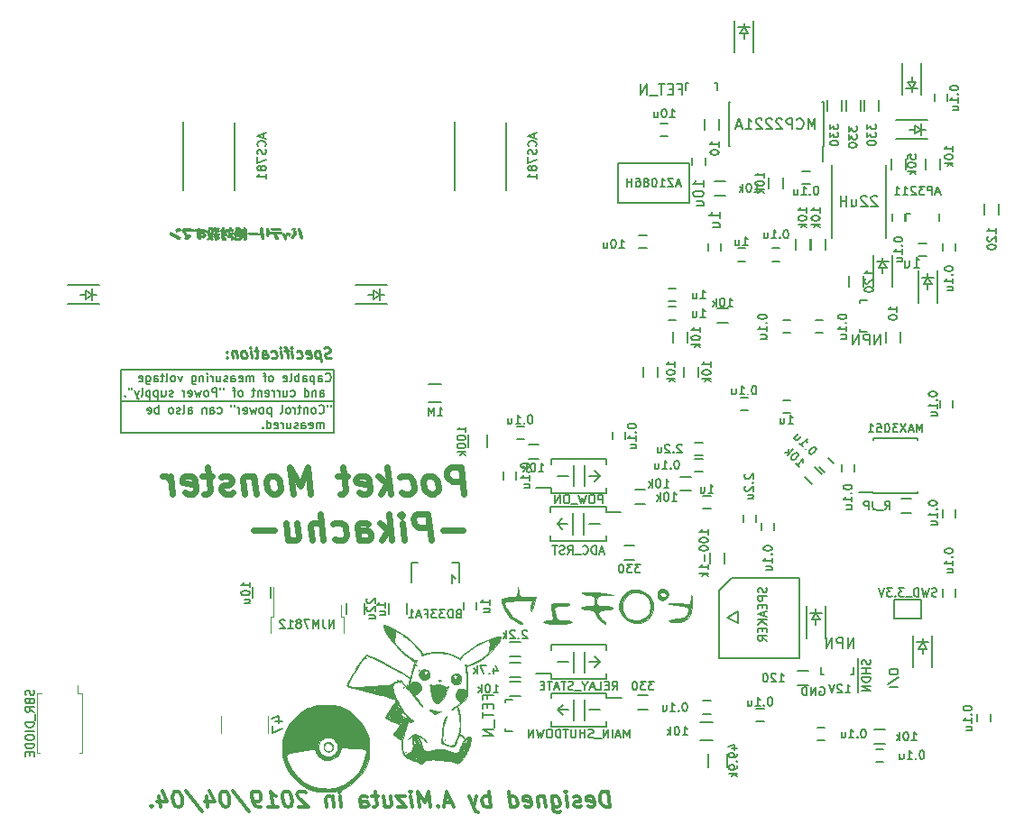
<source format=gbr>
G04 #@! TF.GenerationSoftware,KiCad,Pcbnew,(5.0.2)-1*
G04 #@! TF.CreationDate,2019-05-04T12:12:21+09:00*
G04 #@! TF.ProjectId,Electrocity_Manager,456c6563-7472-46f6-9369-74795f4d616e,rev?*
G04 #@! TF.SameCoordinates,Original*
G04 #@! TF.FileFunction,Legend,Bot*
G04 #@! TF.FilePolarity,Positive*
%FSLAX46Y46*%
G04 Gerber Fmt 4.6, Leading zero omitted, Abs format (unit mm)*
G04 Created by KiCad (PCBNEW (5.0.2)-1) date 2019/05/04 12:12:21*
%MOMM*%
%LPD*%
G01*
G04 APERTURE LIST*
%ADD10C,0.625000*%
%ADD11C,0.200000*%
%ADD12C,0.250000*%
%ADD13C,0.300000*%
%ADD14C,0.150000*%
%ADD15C,0.010000*%
%ADD16C,0.120000*%
G04 APERTURE END LIST*
D10*
X97233630Y-144943452D02*
X96921130Y-142443452D01*
X95968750Y-142443452D01*
X95745535Y-142562500D01*
X95641369Y-142681547D01*
X95552083Y-142919642D01*
X95596726Y-143276785D01*
X95745535Y-143514880D01*
X95879464Y-143633928D01*
X96132440Y-143752976D01*
X97084821Y-143752976D01*
X94376488Y-144943452D02*
X94599702Y-144824404D01*
X94703869Y-144705357D01*
X94793154Y-144467261D01*
X94703869Y-143752976D01*
X94555059Y-143514880D01*
X94421130Y-143395833D01*
X94168154Y-143276785D01*
X93811011Y-143276785D01*
X93587797Y-143395833D01*
X93483630Y-143514880D01*
X93394345Y-143752976D01*
X93483630Y-144467261D01*
X93632440Y-144705357D01*
X93766369Y-144824404D01*
X94019345Y-144943452D01*
X94376488Y-144943452D01*
X91385416Y-144824404D02*
X91638392Y-144943452D01*
X92114583Y-144943452D01*
X92337797Y-144824404D01*
X92441964Y-144705357D01*
X92531250Y-144467261D01*
X92441964Y-143752976D01*
X92293154Y-143514880D01*
X92159226Y-143395833D01*
X91906250Y-143276785D01*
X91430059Y-143276785D01*
X91206845Y-143395833D01*
X90328869Y-144943452D02*
X90016369Y-142443452D01*
X89971726Y-143991071D02*
X89376488Y-144943452D01*
X89168154Y-143276785D02*
X90239583Y-144229166D01*
X87337797Y-144824404D02*
X87590773Y-144943452D01*
X88066964Y-144943452D01*
X88290178Y-144824404D01*
X88379464Y-144586309D01*
X88260416Y-143633928D01*
X88111607Y-143395833D01*
X87858630Y-143276785D01*
X87382440Y-143276785D01*
X87159226Y-143395833D01*
X87069940Y-143633928D01*
X87099702Y-143872023D01*
X88319940Y-144110119D01*
X86311011Y-143276785D02*
X85358630Y-143276785D01*
X85849702Y-142443452D02*
X86117559Y-144586309D01*
X86028273Y-144824404D01*
X85805059Y-144943452D01*
X85566964Y-144943452D01*
X82828869Y-144943452D02*
X82516369Y-142443452D01*
X81906250Y-144229166D01*
X80849702Y-142443452D01*
X81162202Y-144943452D01*
X79614583Y-144943452D02*
X79837797Y-144824404D01*
X79941964Y-144705357D01*
X80031250Y-144467261D01*
X79941964Y-143752976D01*
X79793154Y-143514880D01*
X79659226Y-143395833D01*
X79406250Y-143276785D01*
X79049107Y-143276785D01*
X78825892Y-143395833D01*
X78721726Y-143514880D01*
X78632440Y-143752976D01*
X78721726Y-144467261D01*
X78870535Y-144705357D01*
X79004464Y-144824404D01*
X79257440Y-144943452D01*
X79614583Y-144943452D01*
X77501488Y-143276785D02*
X77709821Y-144943452D01*
X77531250Y-143514880D02*
X77397321Y-143395833D01*
X77144345Y-143276785D01*
X76787202Y-143276785D01*
X76563988Y-143395833D01*
X76474702Y-143633928D01*
X76638392Y-144943452D01*
X75552083Y-144824404D02*
X75328869Y-144943452D01*
X74852678Y-144943452D01*
X74599702Y-144824404D01*
X74450892Y-144586309D01*
X74436011Y-144467261D01*
X74525297Y-144229166D01*
X74748511Y-144110119D01*
X75105654Y-144110119D01*
X75328869Y-143991071D01*
X75418154Y-143752976D01*
X75403273Y-143633928D01*
X75254464Y-143395833D01*
X75001488Y-143276785D01*
X74644345Y-143276785D01*
X74421130Y-143395833D01*
X73572916Y-143276785D02*
X72620535Y-143276785D01*
X73111607Y-142443452D02*
X73379464Y-144586309D01*
X73290178Y-144824404D01*
X73066964Y-144943452D01*
X72828869Y-144943452D01*
X71028273Y-144824404D02*
X71281250Y-144943452D01*
X71757440Y-144943452D01*
X71980654Y-144824404D01*
X72069940Y-144586309D01*
X71950892Y-143633928D01*
X71802083Y-143395833D01*
X71549107Y-143276785D01*
X71072916Y-143276785D01*
X70849702Y-143395833D01*
X70760416Y-143633928D01*
X70790178Y-143872023D01*
X72010416Y-144110119D01*
X69852678Y-144943452D02*
X69644345Y-143276785D01*
X69703869Y-143752976D02*
X69555059Y-143514880D01*
X69421130Y-143395833D01*
X69168154Y-143276785D01*
X68930059Y-143276785D01*
X97114583Y-148366071D02*
X95209821Y-148366071D01*
X94138392Y-149318452D02*
X93825892Y-146818452D01*
X92873511Y-146818452D01*
X92650297Y-146937500D01*
X92546130Y-147056547D01*
X92456845Y-147294642D01*
X92501488Y-147651785D01*
X92650297Y-147889880D01*
X92784226Y-148008928D01*
X93037202Y-148127976D01*
X93989583Y-148127976D01*
X91638392Y-149318452D02*
X91430059Y-147651785D01*
X91325892Y-146818452D02*
X91459821Y-146937500D01*
X91355654Y-147056547D01*
X91221726Y-146937500D01*
X91325892Y-146818452D01*
X91355654Y-147056547D01*
X90447916Y-149318452D02*
X90135416Y-146818452D01*
X90090773Y-148366071D02*
X89495535Y-149318452D01*
X89287202Y-147651785D02*
X90358630Y-148604166D01*
X87352678Y-149318452D02*
X87188988Y-148008928D01*
X87278273Y-147770833D01*
X87501488Y-147651785D01*
X87977678Y-147651785D01*
X88230654Y-147770833D01*
X87337797Y-149199404D02*
X87590773Y-149318452D01*
X88186011Y-149318452D01*
X88409226Y-149199404D01*
X88498511Y-148961309D01*
X88468750Y-148723214D01*
X88319940Y-148485119D01*
X88066964Y-148366071D01*
X87471726Y-148366071D01*
X87218750Y-148247023D01*
X85075892Y-149199404D02*
X85328869Y-149318452D01*
X85805059Y-149318452D01*
X86028273Y-149199404D01*
X86132440Y-149080357D01*
X86221726Y-148842261D01*
X86132440Y-148127976D01*
X85983630Y-147889880D01*
X85849702Y-147770833D01*
X85596726Y-147651785D01*
X85120535Y-147651785D01*
X84897321Y-147770833D01*
X84019345Y-149318452D02*
X83706845Y-146818452D01*
X82947916Y-149318452D02*
X82784226Y-148008928D01*
X82873511Y-147770833D01*
X83096726Y-147651785D01*
X83453869Y-147651785D01*
X83706845Y-147770833D01*
X83840773Y-147889880D01*
X80477678Y-147651785D02*
X80686011Y-149318452D01*
X81549107Y-147651785D02*
X81712797Y-148961309D01*
X81623511Y-149199404D01*
X81400297Y-149318452D01*
X81043154Y-149318452D01*
X80790178Y-149199404D01*
X80656250Y-149080357D01*
X79376488Y-148366071D02*
X77471726Y-148366071D01*
D11*
X65000000Y-139250000D02*
X65500000Y-139250000D01*
X65000000Y-136250000D02*
X65000000Y-139250000D01*
X65000000Y-133250000D02*
X65500000Y-133250000D01*
X65000000Y-136250000D02*
X65000000Y-133250000D01*
X65500000Y-136250000D02*
X65000000Y-136250000D01*
X66250000Y-139250000D02*
X65500000Y-139250000D01*
X75000000Y-139250000D02*
X66250000Y-139250000D01*
X83000000Y-139250000D02*
X75000000Y-139250000D01*
X85000000Y-139250000D02*
X83000000Y-139250000D01*
X85000000Y-136250000D02*
X85000000Y-139250000D01*
X76750000Y-136250000D02*
X65500000Y-136250000D01*
X85000000Y-136250000D02*
X76750000Y-136250000D01*
X85000000Y-133250000D02*
X85000000Y-136250000D01*
X79750000Y-133250000D02*
X65500000Y-133250000D01*
X85000000Y-133250000D02*
X79750000Y-133250000D01*
X84717619Y-136611904D02*
X84717619Y-136764285D01*
X84412857Y-136611904D02*
X84412857Y-136764285D01*
X83612857Y-137335714D02*
X83650952Y-137373809D01*
X83765238Y-137411904D01*
X83841428Y-137411904D01*
X83955714Y-137373809D01*
X84031904Y-137297619D01*
X84070000Y-137221428D01*
X84108095Y-137069047D01*
X84108095Y-136954761D01*
X84070000Y-136802380D01*
X84031904Y-136726190D01*
X83955714Y-136650000D01*
X83841428Y-136611904D01*
X83765238Y-136611904D01*
X83650952Y-136650000D01*
X83612857Y-136688095D01*
X83155714Y-137411904D02*
X83231904Y-137373809D01*
X83270000Y-137335714D01*
X83308095Y-137259523D01*
X83308095Y-137030952D01*
X83270000Y-136954761D01*
X83231904Y-136916666D01*
X83155714Y-136878571D01*
X83041428Y-136878571D01*
X82965238Y-136916666D01*
X82927142Y-136954761D01*
X82889047Y-137030952D01*
X82889047Y-137259523D01*
X82927142Y-137335714D01*
X82965238Y-137373809D01*
X83041428Y-137411904D01*
X83155714Y-137411904D01*
X82546190Y-136878571D02*
X82546190Y-137411904D01*
X82546190Y-136954761D02*
X82508095Y-136916666D01*
X82431904Y-136878571D01*
X82317619Y-136878571D01*
X82241428Y-136916666D01*
X82203333Y-136992857D01*
X82203333Y-137411904D01*
X81936666Y-136878571D02*
X81631904Y-136878571D01*
X81822380Y-136611904D02*
X81822380Y-137297619D01*
X81784285Y-137373809D01*
X81708095Y-137411904D01*
X81631904Y-137411904D01*
X81365238Y-137411904D02*
X81365238Y-136878571D01*
X81365238Y-137030952D02*
X81327142Y-136954761D01*
X81289047Y-136916666D01*
X81212857Y-136878571D01*
X81136666Y-136878571D01*
X80755714Y-137411904D02*
X80831904Y-137373809D01*
X80870000Y-137335714D01*
X80908095Y-137259523D01*
X80908095Y-137030952D01*
X80870000Y-136954761D01*
X80831904Y-136916666D01*
X80755714Y-136878571D01*
X80641428Y-136878571D01*
X80565238Y-136916666D01*
X80527142Y-136954761D01*
X80489047Y-137030952D01*
X80489047Y-137259523D01*
X80527142Y-137335714D01*
X80565238Y-137373809D01*
X80641428Y-137411904D01*
X80755714Y-137411904D01*
X80031904Y-137411904D02*
X80108095Y-137373809D01*
X80146190Y-137297619D01*
X80146190Y-136611904D01*
X79117619Y-136878571D02*
X79117619Y-137678571D01*
X79117619Y-136916666D02*
X79041428Y-136878571D01*
X78889047Y-136878571D01*
X78812857Y-136916666D01*
X78774761Y-136954761D01*
X78736666Y-137030952D01*
X78736666Y-137259523D01*
X78774761Y-137335714D01*
X78812857Y-137373809D01*
X78889047Y-137411904D01*
X79041428Y-137411904D01*
X79117619Y-137373809D01*
X78279523Y-137411904D02*
X78355714Y-137373809D01*
X78393809Y-137335714D01*
X78431904Y-137259523D01*
X78431904Y-137030952D01*
X78393809Y-136954761D01*
X78355714Y-136916666D01*
X78279523Y-136878571D01*
X78165238Y-136878571D01*
X78089047Y-136916666D01*
X78050952Y-136954761D01*
X78012857Y-137030952D01*
X78012857Y-137259523D01*
X78050952Y-137335714D01*
X78089047Y-137373809D01*
X78165238Y-137411904D01*
X78279523Y-137411904D01*
X77746190Y-136878571D02*
X77593809Y-137411904D01*
X77441428Y-137030952D01*
X77289047Y-137411904D01*
X77136666Y-136878571D01*
X76527142Y-137373809D02*
X76603333Y-137411904D01*
X76755714Y-137411904D01*
X76831904Y-137373809D01*
X76870000Y-137297619D01*
X76870000Y-136992857D01*
X76831904Y-136916666D01*
X76755714Y-136878571D01*
X76603333Y-136878571D01*
X76527142Y-136916666D01*
X76489047Y-136992857D01*
X76489047Y-137069047D01*
X76870000Y-137145238D01*
X76146190Y-137411904D02*
X76146190Y-136878571D01*
X76146190Y-137030952D02*
X76108095Y-136954761D01*
X76070000Y-136916666D01*
X75993809Y-136878571D01*
X75917619Y-136878571D01*
X75689047Y-136611904D02*
X75689047Y-136764285D01*
X75384285Y-136611904D02*
X75384285Y-136764285D01*
X74089047Y-137373809D02*
X74165238Y-137411904D01*
X74317619Y-137411904D01*
X74393809Y-137373809D01*
X74431904Y-137335714D01*
X74470000Y-137259523D01*
X74470000Y-137030952D01*
X74431904Y-136954761D01*
X74393809Y-136916666D01*
X74317619Y-136878571D01*
X74165238Y-136878571D01*
X74089047Y-136916666D01*
X73403333Y-137411904D02*
X73403333Y-136992857D01*
X73441428Y-136916666D01*
X73517619Y-136878571D01*
X73670000Y-136878571D01*
X73746190Y-136916666D01*
X73403333Y-137373809D02*
X73479523Y-137411904D01*
X73670000Y-137411904D01*
X73746190Y-137373809D01*
X73784285Y-137297619D01*
X73784285Y-137221428D01*
X73746190Y-137145238D01*
X73670000Y-137107142D01*
X73479523Y-137107142D01*
X73403333Y-137069047D01*
X73022380Y-136878571D02*
X73022380Y-137411904D01*
X73022380Y-136954761D02*
X72984285Y-136916666D01*
X72908095Y-136878571D01*
X72793809Y-136878571D01*
X72717619Y-136916666D01*
X72679523Y-136992857D01*
X72679523Y-137411904D01*
X71346190Y-137411904D02*
X71346190Y-136992857D01*
X71384285Y-136916666D01*
X71460476Y-136878571D01*
X71612857Y-136878571D01*
X71689047Y-136916666D01*
X71346190Y-137373809D02*
X71422380Y-137411904D01*
X71612857Y-137411904D01*
X71689047Y-137373809D01*
X71727142Y-137297619D01*
X71727142Y-137221428D01*
X71689047Y-137145238D01*
X71612857Y-137107142D01*
X71422380Y-137107142D01*
X71346190Y-137069047D01*
X70850952Y-137411904D02*
X70927142Y-137373809D01*
X70965238Y-137297619D01*
X70965238Y-136611904D01*
X70584285Y-137373809D02*
X70508095Y-137411904D01*
X70355714Y-137411904D01*
X70279523Y-137373809D01*
X70241428Y-137297619D01*
X70241428Y-137259523D01*
X70279523Y-137183333D01*
X70355714Y-137145238D01*
X70470000Y-137145238D01*
X70546190Y-137107142D01*
X70584285Y-137030952D01*
X70584285Y-136992857D01*
X70546190Y-136916666D01*
X70470000Y-136878571D01*
X70355714Y-136878571D01*
X70279523Y-136916666D01*
X69784285Y-137411904D02*
X69860476Y-137373809D01*
X69898571Y-137335714D01*
X69936666Y-137259523D01*
X69936666Y-137030952D01*
X69898571Y-136954761D01*
X69860476Y-136916666D01*
X69784285Y-136878571D01*
X69670000Y-136878571D01*
X69593809Y-136916666D01*
X69555714Y-136954761D01*
X69517619Y-137030952D01*
X69517619Y-137259523D01*
X69555714Y-137335714D01*
X69593809Y-137373809D01*
X69670000Y-137411904D01*
X69784285Y-137411904D01*
X68565238Y-137411904D02*
X68565238Y-136611904D01*
X68565238Y-136916666D02*
X68489047Y-136878571D01*
X68336666Y-136878571D01*
X68260476Y-136916666D01*
X68222380Y-136954761D01*
X68184285Y-137030952D01*
X68184285Y-137259523D01*
X68222380Y-137335714D01*
X68260476Y-137373809D01*
X68336666Y-137411904D01*
X68489047Y-137411904D01*
X68565238Y-137373809D01*
X67536666Y-137373809D02*
X67612857Y-137411904D01*
X67765238Y-137411904D01*
X67841428Y-137373809D01*
X67879523Y-137297619D01*
X67879523Y-136992857D01*
X67841428Y-136916666D01*
X67765238Y-136878571D01*
X67612857Y-136878571D01*
X67536666Y-136916666D01*
X67498571Y-136992857D01*
X67498571Y-137069047D01*
X67879523Y-137145238D01*
X84070000Y-138811904D02*
X84070000Y-138278571D01*
X84070000Y-138354761D02*
X84031904Y-138316666D01*
X83955714Y-138278571D01*
X83841428Y-138278571D01*
X83765238Y-138316666D01*
X83727142Y-138392857D01*
X83727142Y-138811904D01*
X83727142Y-138392857D02*
X83689047Y-138316666D01*
X83612857Y-138278571D01*
X83498571Y-138278571D01*
X83422380Y-138316666D01*
X83384285Y-138392857D01*
X83384285Y-138811904D01*
X82698571Y-138773809D02*
X82774761Y-138811904D01*
X82927142Y-138811904D01*
X83003333Y-138773809D01*
X83041428Y-138697619D01*
X83041428Y-138392857D01*
X83003333Y-138316666D01*
X82927142Y-138278571D01*
X82774761Y-138278571D01*
X82698571Y-138316666D01*
X82660476Y-138392857D01*
X82660476Y-138469047D01*
X83041428Y-138545238D01*
X81974761Y-138811904D02*
X81974761Y-138392857D01*
X82012857Y-138316666D01*
X82089047Y-138278571D01*
X82241428Y-138278571D01*
X82317619Y-138316666D01*
X81974761Y-138773809D02*
X82050952Y-138811904D01*
X82241428Y-138811904D01*
X82317619Y-138773809D01*
X82355714Y-138697619D01*
X82355714Y-138621428D01*
X82317619Y-138545238D01*
X82241428Y-138507142D01*
X82050952Y-138507142D01*
X81974761Y-138469047D01*
X81631904Y-138773809D02*
X81555714Y-138811904D01*
X81403333Y-138811904D01*
X81327142Y-138773809D01*
X81289047Y-138697619D01*
X81289047Y-138659523D01*
X81327142Y-138583333D01*
X81403333Y-138545238D01*
X81517619Y-138545238D01*
X81593809Y-138507142D01*
X81631904Y-138430952D01*
X81631904Y-138392857D01*
X81593809Y-138316666D01*
X81517619Y-138278571D01*
X81403333Y-138278571D01*
X81327142Y-138316666D01*
X80603333Y-138278571D02*
X80603333Y-138811904D01*
X80946190Y-138278571D02*
X80946190Y-138697619D01*
X80908095Y-138773809D01*
X80831904Y-138811904D01*
X80717619Y-138811904D01*
X80641428Y-138773809D01*
X80603333Y-138735714D01*
X80222380Y-138811904D02*
X80222380Y-138278571D01*
X80222380Y-138430952D02*
X80184285Y-138354761D01*
X80146190Y-138316666D01*
X80070000Y-138278571D01*
X79993809Y-138278571D01*
X79422380Y-138773809D02*
X79498571Y-138811904D01*
X79650952Y-138811904D01*
X79727142Y-138773809D01*
X79765238Y-138697619D01*
X79765238Y-138392857D01*
X79727142Y-138316666D01*
X79650952Y-138278571D01*
X79498571Y-138278571D01*
X79422380Y-138316666D01*
X79384285Y-138392857D01*
X79384285Y-138469047D01*
X79765238Y-138545238D01*
X78698571Y-138811904D02*
X78698571Y-138011904D01*
X78698571Y-138773809D02*
X78774761Y-138811904D01*
X78927142Y-138811904D01*
X79003333Y-138773809D01*
X79041428Y-138735714D01*
X79079523Y-138659523D01*
X79079523Y-138430952D01*
X79041428Y-138354761D01*
X79003333Y-138316666D01*
X78927142Y-138278571D01*
X78774761Y-138278571D01*
X78698571Y-138316666D01*
X78317619Y-138735714D02*
X78279523Y-138773809D01*
X78317619Y-138811904D01*
X78355714Y-138773809D01*
X78317619Y-138735714D01*
X78317619Y-138811904D01*
X84222380Y-134335714D02*
X84260476Y-134373809D01*
X84374761Y-134411904D01*
X84450952Y-134411904D01*
X84565238Y-134373809D01*
X84641428Y-134297619D01*
X84679523Y-134221428D01*
X84717619Y-134069047D01*
X84717619Y-133954761D01*
X84679523Y-133802380D01*
X84641428Y-133726190D01*
X84565238Y-133650000D01*
X84450952Y-133611904D01*
X84374761Y-133611904D01*
X84260476Y-133650000D01*
X84222380Y-133688095D01*
X83536666Y-134411904D02*
X83536666Y-133992857D01*
X83574761Y-133916666D01*
X83650952Y-133878571D01*
X83803333Y-133878571D01*
X83879523Y-133916666D01*
X83536666Y-134373809D02*
X83612857Y-134411904D01*
X83803333Y-134411904D01*
X83879523Y-134373809D01*
X83917619Y-134297619D01*
X83917619Y-134221428D01*
X83879523Y-134145238D01*
X83803333Y-134107142D01*
X83612857Y-134107142D01*
X83536666Y-134069047D01*
X83155714Y-133878571D02*
X83155714Y-134678571D01*
X83155714Y-133916666D02*
X83079523Y-133878571D01*
X82927142Y-133878571D01*
X82850952Y-133916666D01*
X82812857Y-133954761D01*
X82774761Y-134030952D01*
X82774761Y-134259523D01*
X82812857Y-134335714D01*
X82850952Y-134373809D01*
X82927142Y-134411904D01*
X83079523Y-134411904D01*
X83155714Y-134373809D01*
X82089047Y-134411904D02*
X82089047Y-133992857D01*
X82127142Y-133916666D01*
X82203333Y-133878571D01*
X82355714Y-133878571D01*
X82431904Y-133916666D01*
X82089047Y-134373809D02*
X82165238Y-134411904D01*
X82355714Y-134411904D01*
X82431904Y-134373809D01*
X82470000Y-134297619D01*
X82470000Y-134221428D01*
X82431904Y-134145238D01*
X82355714Y-134107142D01*
X82165238Y-134107142D01*
X82089047Y-134069047D01*
X81708095Y-134411904D02*
X81708095Y-133611904D01*
X81708095Y-133916666D02*
X81631904Y-133878571D01*
X81479523Y-133878571D01*
X81403333Y-133916666D01*
X81365238Y-133954761D01*
X81327142Y-134030952D01*
X81327142Y-134259523D01*
X81365238Y-134335714D01*
X81403333Y-134373809D01*
X81479523Y-134411904D01*
X81631904Y-134411904D01*
X81708095Y-134373809D01*
X80870000Y-134411904D02*
X80946190Y-134373809D01*
X80984285Y-134297619D01*
X80984285Y-133611904D01*
X80260476Y-134373809D02*
X80336666Y-134411904D01*
X80489047Y-134411904D01*
X80565238Y-134373809D01*
X80603333Y-134297619D01*
X80603333Y-133992857D01*
X80565238Y-133916666D01*
X80489047Y-133878571D01*
X80336666Y-133878571D01*
X80260476Y-133916666D01*
X80222380Y-133992857D01*
X80222380Y-134069047D01*
X80603333Y-134145238D01*
X79155714Y-134411904D02*
X79231904Y-134373809D01*
X79270000Y-134335714D01*
X79308095Y-134259523D01*
X79308095Y-134030952D01*
X79270000Y-133954761D01*
X79231904Y-133916666D01*
X79155714Y-133878571D01*
X79041428Y-133878571D01*
X78965238Y-133916666D01*
X78927142Y-133954761D01*
X78889047Y-134030952D01*
X78889047Y-134259523D01*
X78927142Y-134335714D01*
X78965238Y-134373809D01*
X79041428Y-134411904D01*
X79155714Y-134411904D01*
X78660476Y-133878571D02*
X78355714Y-133878571D01*
X78546190Y-134411904D02*
X78546190Y-133726190D01*
X78508095Y-133650000D01*
X78431904Y-133611904D01*
X78355714Y-133611904D01*
X77479523Y-134411904D02*
X77479523Y-133878571D01*
X77479523Y-133954761D02*
X77441428Y-133916666D01*
X77365238Y-133878571D01*
X77250952Y-133878571D01*
X77174761Y-133916666D01*
X77136666Y-133992857D01*
X77136666Y-134411904D01*
X77136666Y-133992857D02*
X77098571Y-133916666D01*
X77022380Y-133878571D01*
X76908095Y-133878571D01*
X76831904Y-133916666D01*
X76793809Y-133992857D01*
X76793809Y-134411904D01*
X76108095Y-134373809D02*
X76184285Y-134411904D01*
X76336666Y-134411904D01*
X76412857Y-134373809D01*
X76450952Y-134297619D01*
X76450952Y-133992857D01*
X76412857Y-133916666D01*
X76336666Y-133878571D01*
X76184285Y-133878571D01*
X76108095Y-133916666D01*
X76070000Y-133992857D01*
X76070000Y-134069047D01*
X76450952Y-134145238D01*
X75384285Y-134411904D02*
X75384285Y-133992857D01*
X75422380Y-133916666D01*
X75498571Y-133878571D01*
X75650952Y-133878571D01*
X75727142Y-133916666D01*
X75384285Y-134373809D02*
X75460476Y-134411904D01*
X75650952Y-134411904D01*
X75727142Y-134373809D01*
X75765238Y-134297619D01*
X75765238Y-134221428D01*
X75727142Y-134145238D01*
X75650952Y-134107142D01*
X75460476Y-134107142D01*
X75384285Y-134069047D01*
X75041428Y-134373809D02*
X74965238Y-134411904D01*
X74812857Y-134411904D01*
X74736666Y-134373809D01*
X74698571Y-134297619D01*
X74698571Y-134259523D01*
X74736666Y-134183333D01*
X74812857Y-134145238D01*
X74927142Y-134145238D01*
X75003333Y-134107142D01*
X75041428Y-134030952D01*
X75041428Y-133992857D01*
X75003333Y-133916666D01*
X74927142Y-133878571D01*
X74812857Y-133878571D01*
X74736666Y-133916666D01*
X74012857Y-133878571D02*
X74012857Y-134411904D01*
X74355714Y-133878571D02*
X74355714Y-134297619D01*
X74317619Y-134373809D01*
X74241428Y-134411904D01*
X74127142Y-134411904D01*
X74050952Y-134373809D01*
X74012857Y-134335714D01*
X73631904Y-134411904D02*
X73631904Y-133878571D01*
X73631904Y-134030952D02*
X73593809Y-133954761D01*
X73555714Y-133916666D01*
X73479523Y-133878571D01*
X73403333Y-133878571D01*
X73136666Y-134411904D02*
X73136666Y-133878571D01*
X73136666Y-133611904D02*
X73174761Y-133650000D01*
X73136666Y-133688095D01*
X73098571Y-133650000D01*
X73136666Y-133611904D01*
X73136666Y-133688095D01*
X72755714Y-133878571D02*
X72755714Y-134411904D01*
X72755714Y-133954761D02*
X72717619Y-133916666D01*
X72641428Y-133878571D01*
X72527142Y-133878571D01*
X72450952Y-133916666D01*
X72412857Y-133992857D01*
X72412857Y-134411904D01*
X71689047Y-133878571D02*
X71689047Y-134526190D01*
X71727142Y-134602380D01*
X71765238Y-134640476D01*
X71841428Y-134678571D01*
X71955714Y-134678571D01*
X72031904Y-134640476D01*
X71689047Y-134373809D02*
X71765238Y-134411904D01*
X71917619Y-134411904D01*
X71993809Y-134373809D01*
X72031904Y-134335714D01*
X72070000Y-134259523D01*
X72070000Y-134030952D01*
X72031904Y-133954761D01*
X71993809Y-133916666D01*
X71917619Y-133878571D01*
X71765238Y-133878571D01*
X71689047Y-133916666D01*
X70774761Y-133878571D02*
X70584285Y-134411904D01*
X70393809Y-133878571D01*
X69974761Y-134411904D02*
X70050952Y-134373809D01*
X70089047Y-134335714D01*
X70127142Y-134259523D01*
X70127142Y-134030952D01*
X70089047Y-133954761D01*
X70050952Y-133916666D01*
X69974761Y-133878571D01*
X69860476Y-133878571D01*
X69784285Y-133916666D01*
X69746190Y-133954761D01*
X69708095Y-134030952D01*
X69708095Y-134259523D01*
X69746190Y-134335714D01*
X69784285Y-134373809D01*
X69860476Y-134411904D01*
X69974761Y-134411904D01*
X69250952Y-134411904D02*
X69327142Y-134373809D01*
X69365238Y-134297619D01*
X69365238Y-133611904D01*
X69060476Y-133878571D02*
X68755714Y-133878571D01*
X68946190Y-133611904D02*
X68946190Y-134297619D01*
X68908095Y-134373809D01*
X68831904Y-134411904D01*
X68755714Y-134411904D01*
X68146190Y-134411904D02*
X68146190Y-133992857D01*
X68184285Y-133916666D01*
X68260476Y-133878571D01*
X68412857Y-133878571D01*
X68489047Y-133916666D01*
X68146190Y-134373809D02*
X68222380Y-134411904D01*
X68412857Y-134411904D01*
X68489047Y-134373809D01*
X68527142Y-134297619D01*
X68527142Y-134221428D01*
X68489047Y-134145238D01*
X68412857Y-134107142D01*
X68222380Y-134107142D01*
X68146190Y-134069047D01*
X67422380Y-133878571D02*
X67422380Y-134526190D01*
X67460476Y-134602380D01*
X67498571Y-134640476D01*
X67574761Y-134678571D01*
X67689047Y-134678571D01*
X67765238Y-134640476D01*
X67422380Y-134373809D02*
X67498571Y-134411904D01*
X67650952Y-134411904D01*
X67727142Y-134373809D01*
X67765238Y-134335714D01*
X67803333Y-134259523D01*
X67803333Y-134030952D01*
X67765238Y-133954761D01*
X67727142Y-133916666D01*
X67650952Y-133878571D01*
X67498571Y-133878571D01*
X67422380Y-133916666D01*
X66736666Y-134373809D02*
X66812857Y-134411904D01*
X66965238Y-134411904D01*
X67041428Y-134373809D01*
X67079523Y-134297619D01*
X67079523Y-133992857D01*
X67041428Y-133916666D01*
X66965238Y-133878571D01*
X66812857Y-133878571D01*
X66736666Y-133916666D01*
X66698571Y-133992857D01*
X66698571Y-134069047D01*
X67079523Y-134145238D01*
X83727142Y-135811904D02*
X83727142Y-135392857D01*
X83765238Y-135316666D01*
X83841428Y-135278571D01*
X83993809Y-135278571D01*
X84070000Y-135316666D01*
X83727142Y-135773809D02*
X83803333Y-135811904D01*
X83993809Y-135811904D01*
X84070000Y-135773809D01*
X84108095Y-135697619D01*
X84108095Y-135621428D01*
X84070000Y-135545238D01*
X83993809Y-135507142D01*
X83803333Y-135507142D01*
X83727142Y-135469047D01*
X83346190Y-135278571D02*
X83346190Y-135811904D01*
X83346190Y-135354761D02*
X83308095Y-135316666D01*
X83231904Y-135278571D01*
X83117619Y-135278571D01*
X83041428Y-135316666D01*
X83003333Y-135392857D01*
X83003333Y-135811904D01*
X82279523Y-135811904D02*
X82279523Y-135011904D01*
X82279523Y-135773809D02*
X82355714Y-135811904D01*
X82508095Y-135811904D01*
X82584285Y-135773809D01*
X82622380Y-135735714D01*
X82660476Y-135659523D01*
X82660476Y-135430952D01*
X82622380Y-135354761D01*
X82584285Y-135316666D01*
X82508095Y-135278571D01*
X82355714Y-135278571D01*
X82279523Y-135316666D01*
X80946190Y-135773809D02*
X81022380Y-135811904D01*
X81174761Y-135811904D01*
X81250952Y-135773809D01*
X81289047Y-135735714D01*
X81327142Y-135659523D01*
X81327142Y-135430952D01*
X81289047Y-135354761D01*
X81250952Y-135316666D01*
X81174761Y-135278571D01*
X81022380Y-135278571D01*
X80946190Y-135316666D01*
X80260476Y-135278571D02*
X80260476Y-135811904D01*
X80603333Y-135278571D02*
X80603333Y-135697619D01*
X80565238Y-135773809D01*
X80489047Y-135811904D01*
X80374761Y-135811904D01*
X80298571Y-135773809D01*
X80260476Y-135735714D01*
X79879523Y-135811904D02*
X79879523Y-135278571D01*
X79879523Y-135430952D02*
X79841428Y-135354761D01*
X79803333Y-135316666D01*
X79727142Y-135278571D01*
X79650952Y-135278571D01*
X79384285Y-135811904D02*
X79384285Y-135278571D01*
X79384285Y-135430952D02*
X79346190Y-135354761D01*
X79308095Y-135316666D01*
X79231904Y-135278571D01*
X79155714Y-135278571D01*
X78584285Y-135773809D02*
X78660476Y-135811904D01*
X78812857Y-135811904D01*
X78889047Y-135773809D01*
X78927142Y-135697619D01*
X78927142Y-135392857D01*
X78889047Y-135316666D01*
X78812857Y-135278571D01*
X78660476Y-135278571D01*
X78584285Y-135316666D01*
X78546190Y-135392857D01*
X78546190Y-135469047D01*
X78927142Y-135545238D01*
X78203333Y-135278571D02*
X78203333Y-135811904D01*
X78203333Y-135354761D02*
X78165238Y-135316666D01*
X78089047Y-135278571D01*
X77974761Y-135278571D01*
X77898571Y-135316666D01*
X77860476Y-135392857D01*
X77860476Y-135811904D01*
X77593809Y-135278571D02*
X77289047Y-135278571D01*
X77479523Y-135011904D02*
X77479523Y-135697619D01*
X77441428Y-135773809D01*
X77365238Y-135811904D01*
X77289047Y-135811904D01*
X76298571Y-135811904D02*
X76374761Y-135773809D01*
X76412857Y-135735714D01*
X76450952Y-135659523D01*
X76450952Y-135430952D01*
X76412857Y-135354761D01*
X76374761Y-135316666D01*
X76298571Y-135278571D01*
X76184285Y-135278571D01*
X76108095Y-135316666D01*
X76070000Y-135354761D01*
X76031904Y-135430952D01*
X76031904Y-135659523D01*
X76070000Y-135735714D01*
X76108095Y-135773809D01*
X76184285Y-135811904D01*
X76298571Y-135811904D01*
X75803333Y-135278571D02*
X75498571Y-135278571D01*
X75689047Y-135811904D02*
X75689047Y-135126190D01*
X75650952Y-135050000D01*
X75574761Y-135011904D01*
X75498571Y-135011904D01*
X74660476Y-135011904D02*
X74660476Y-135164285D01*
X74355714Y-135011904D02*
X74355714Y-135164285D01*
X74012857Y-135811904D02*
X74012857Y-135011904D01*
X73708095Y-135011904D01*
X73631904Y-135050000D01*
X73593809Y-135088095D01*
X73555714Y-135164285D01*
X73555714Y-135278571D01*
X73593809Y-135354761D01*
X73631904Y-135392857D01*
X73708095Y-135430952D01*
X74012857Y-135430952D01*
X73098571Y-135811904D02*
X73174761Y-135773809D01*
X73212857Y-135735714D01*
X73250952Y-135659523D01*
X73250952Y-135430952D01*
X73212857Y-135354761D01*
X73174761Y-135316666D01*
X73098571Y-135278571D01*
X72984285Y-135278571D01*
X72908095Y-135316666D01*
X72870000Y-135354761D01*
X72831904Y-135430952D01*
X72831904Y-135659523D01*
X72870000Y-135735714D01*
X72908095Y-135773809D01*
X72984285Y-135811904D01*
X73098571Y-135811904D01*
X72565238Y-135278571D02*
X72412857Y-135811904D01*
X72260476Y-135430952D01*
X72108095Y-135811904D01*
X71955714Y-135278571D01*
X71346190Y-135773809D02*
X71422380Y-135811904D01*
X71574761Y-135811904D01*
X71650952Y-135773809D01*
X71689047Y-135697619D01*
X71689047Y-135392857D01*
X71650952Y-135316666D01*
X71574761Y-135278571D01*
X71422380Y-135278571D01*
X71346190Y-135316666D01*
X71308095Y-135392857D01*
X71308095Y-135469047D01*
X71689047Y-135545238D01*
X70965238Y-135811904D02*
X70965238Y-135278571D01*
X70965238Y-135430952D02*
X70927142Y-135354761D01*
X70889047Y-135316666D01*
X70812857Y-135278571D01*
X70736666Y-135278571D01*
X69898571Y-135773809D02*
X69822380Y-135811904D01*
X69670000Y-135811904D01*
X69593809Y-135773809D01*
X69555714Y-135697619D01*
X69555714Y-135659523D01*
X69593809Y-135583333D01*
X69670000Y-135545238D01*
X69784285Y-135545238D01*
X69860476Y-135507142D01*
X69898571Y-135430952D01*
X69898571Y-135392857D01*
X69860476Y-135316666D01*
X69784285Y-135278571D01*
X69670000Y-135278571D01*
X69593809Y-135316666D01*
X68870000Y-135278571D02*
X68870000Y-135811904D01*
X69212857Y-135278571D02*
X69212857Y-135697619D01*
X69174761Y-135773809D01*
X69098571Y-135811904D01*
X68984285Y-135811904D01*
X68908095Y-135773809D01*
X68870000Y-135735714D01*
X68489047Y-135278571D02*
X68489047Y-136078571D01*
X68489047Y-135316666D02*
X68412857Y-135278571D01*
X68260476Y-135278571D01*
X68184285Y-135316666D01*
X68146190Y-135354761D01*
X68108095Y-135430952D01*
X68108095Y-135659523D01*
X68146190Y-135735714D01*
X68184285Y-135773809D01*
X68260476Y-135811904D01*
X68412857Y-135811904D01*
X68489047Y-135773809D01*
X67765238Y-135278571D02*
X67765238Y-136078571D01*
X67765238Y-135316666D02*
X67689047Y-135278571D01*
X67536666Y-135278571D01*
X67460476Y-135316666D01*
X67422380Y-135354761D01*
X67384285Y-135430952D01*
X67384285Y-135659523D01*
X67422380Y-135735714D01*
X67460476Y-135773809D01*
X67536666Y-135811904D01*
X67689047Y-135811904D01*
X67765238Y-135773809D01*
X66927142Y-135811904D02*
X67003333Y-135773809D01*
X67041428Y-135697619D01*
X67041428Y-135011904D01*
X66698571Y-135278571D02*
X66508095Y-135811904D01*
X66317619Y-135278571D02*
X66508095Y-135811904D01*
X66584285Y-136002380D01*
X66622380Y-136040476D01*
X66698571Y-136078571D01*
X66050952Y-135011904D02*
X66050952Y-135164285D01*
X65746190Y-135011904D02*
X65746190Y-135164285D01*
X65403333Y-135735714D02*
X65365238Y-135773809D01*
X65403333Y-135811904D01*
X65441428Y-135773809D01*
X65403333Y-135735714D01*
X65403333Y-135811904D01*
D12*
X84756919Y-132154761D02*
X84620014Y-132202380D01*
X84381919Y-132202380D01*
X84280729Y-132154761D01*
X84227157Y-132107142D01*
X84167633Y-132011904D01*
X84155729Y-131916666D01*
X84191443Y-131821428D01*
X84233110Y-131773809D01*
X84322395Y-131726190D01*
X84506919Y-131678571D01*
X84596205Y-131630952D01*
X84637872Y-131583333D01*
X84673586Y-131488095D01*
X84661681Y-131392857D01*
X84602157Y-131297619D01*
X84548586Y-131250000D01*
X84447395Y-131202380D01*
X84209300Y-131202380D01*
X84072395Y-131250000D01*
X83679538Y-131535714D02*
X83804538Y-132535714D01*
X83685491Y-131583333D02*
X83584300Y-131535714D01*
X83393824Y-131535714D01*
X83304538Y-131583333D01*
X83262872Y-131630952D01*
X83227157Y-131726190D01*
X83262872Y-132011904D01*
X83322395Y-132107142D01*
X83375967Y-132154761D01*
X83477157Y-132202380D01*
X83667633Y-132202380D01*
X83756919Y-132154761D01*
X82471205Y-132154761D02*
X82572395Y-132202380D01*
X82762872Y-132202380D01*
X82852157Y-132154761D01*
X82887872Y-132059523D01*
X82840252Y-131678571D01*
X82780729Y-131583333D01*
X82679538Y-131535714D01*
X82489062Y-131535714D01*
X82399776Y-131583333D01*
X82364062Y-131678571D01*
X82375967Y-131773809D01*
X82864062Y-131869047D01*
X81566443Y-132154761D02*
X81667633Y-132202380D01*
X81858110Y-132202380D01*
X81947395Y-132154761D01*
X81989062Y-132107142D01*
X82024776Y-132011904D01*
X81989062Y-131726190D01*
X81929538Y-131630952D01*
X81875967Y-131583333D01*
X81774776Y-131535714D01*
X81584300Y-131535714D01*
X81495014Y-131583333D01*
X81143824Y-132202380D02*
X81060491Y-131535714D01*
X81018824Y-131202380D02*
X81072395Y-131250000D01*
X81030729Y-131297619D01*
X80977157Y-131250000D01*
X81018824Y-131202380D01*
X81030729Y-131297619D01*
X80727157Y-131535714D02*
X80346205Y-131535714D01*
X80667633Y-132202380D02*
X80560491Y-131345238D01*
X80500967Y-131250000D01*
X80399776Y-131202380D01*
X80304538Y-131202380D01*
X80096205Y-132202380D02*
X80012872Y-131535714D01*
X79971205Y-131202380D02*
X80024776Y-131250000D01*
X79983110Y-131297619D01*
X79929538Y-131250000D01*
X79971205Y-131202380D01*
X79983110Y-131297619D01*
X79185491Y-132154761D02*
X79286681Y-132202380D01*
X79477157Y-132202380D01*
X79566443Y-132154761D01*
X79608110Y-132107142D01*
X79643824Y-132011904D01*
X79608110Y-131726190D01*
X79548586Y-131630952D01*
X79495014Y-131583333D01*
X79393824Y-131535714D01*
X79203348Y-131535714D01*
X79114062Y-131583333D01*
X78334300Y-132202380D02*
X78268824Y-131678571D01*
X78304538Y-131583333D01*
X78393824Y-131535714D01*
X78584300Y-131535714D01*
X78685491Y-131583333D01*
X78328348Y-132154761D02*
X78429538Y-132202380D01*
X78667633Y-132202380D01*
X78756919Y-132154761D01*
X78792633Y-132059523D01*
X78780729Y-131964285D01*
X78721205Y-131869047D01*
X78620014Y-131821428D01*
X78381919Y-131821428D01*
X78280729Y-131773809D01*
X77917633Y-131535714D02*
X77536681Y-131535714D01*
X77733110Y-131202380D02*
X77840252Y-132059523D01*
X77804538Y-132154761D01*
X77715252Y-132202380D01*
X77620014Y-132202380D01*
X77286681Y-132202380D02*
X77203348Y-131535714D01*
X77161681Y-131202380D02*
X77215252Y-131250000D01*
X77173586Y-131297619D01*
X77120014Y-131250000D01*
X77161681Y-131202380D01*
X77173586Y-131297619D01*
X76667633Y-132202380D02*
X76756919Y-132154761D01*
X76798586Y-132107142D01*
X76834300Y-132011904D01*
X76798586Y-131726190D01*
X76739062Y-131630952D01*
X76685491Y-131583333D01*
X76584300Y-131535714D01*
X76441443Y-131535714D01*
X76352157Y-131583333D01*
X76310491Y-131630952D01*
X76274776Y-131726190D01*
X76310491Y-132011904D01*
X76370014Y-132107142D01*
X76423586Y-132154761D01*
X76524776Y-132202380D01*
X76667633Y-132202380D01*
X75822395Y-131535714D02*
X75905729Y-132202380D01*
X75834300Y-131630952D02*
X75780729Y-131583333D01*
X75679538Y-131535714D01*
X75536681Y-131535714D01*
X75447395Y-131583333D01*
X75411681Y-131678571D01*
X75477157Y-132202380D01*
X74989062Y-132107142D02*
X74947395Y-132154761D01*
X75000967Y-132202380D01*
X75042633Y-132154761D01*
X74989062Y-132107142D01*
X75000967Y-132202380D01*
X74923586Y-131583333D02*
X74881919Y-131630952D01*
X74935491Y-131678571D01*
X74977157Y-131630952D01*
X74923586Y-131583333D01*
X74935491Y-131678571D01*
D13*
X110931071Y-174378571D02*
X110743571Y-172878571D01*
X110386428Y-172878571D01*
X110181071Y-172950000D01*
X110056071Y-173092857D01*
X110002500Y-173235714D01*
X109966785Y-173521428D01*
X109993571Y-173735714D01*
X110100714Y-174021428D01*
X110190000Y-174164285D01*
X110350714Y-174307142D01*
X110573928Y-174378571D01*
X110931071Y-174378571D01*
X108850714Y-174307142D02*
X109002500Y-174378571D01*
X109288214Y-174378571D01*
X109422142Y-174307142D01*
X109475714Y-174164285D01*
X109404285Y-173592857D01*
X109315000Y-173450000D01*
X109163214Y-173378571D01*
X108877500Y-173378571D01*
X108743571Y-173450000D01*
X108690000Y-173592857D01*
X108707857Y-173735714D01*
X109440000Y-173878571D01*
X108207857Y-174307142D02*
X108073928Y-174378571D01*
X107788214Y-174378571D01*
X107636428Y-174307142D01*
X107547142Y-174164285D01*
X107538214Y-174092857D01*
X107591785Y-173950000D01*
X107725714Y-173878571D01*
X107940000Y-173878571D01*
X108073928Y-173807142D01*
X108127500Y-173664285D01*
X108118571Y-173592857D01*
X108029285Y-173450000D01*
X107877500Y-173378571D01*
X107663214Y-173378571D01*
X107529285Y-173450000D01*
X106931071Y-174378571D02*
X106806071Y-173378571D01*
X106743571Y-172878571D02*
X106823928Y-172950000D01*
X106761428Y-173021428D01*
X106681071Y-172950000D01*
X106743571Y-172878571D01*
X106761428Y-173021428D01*
X105448928Y-173378571D02*
X105600714Y-174592857D01*
X105690000Y-174735714D01*
X105770357Y-174807142D01*
X105922142Y-174878571D01*
X106136428Y-174878571D01*
X106270357Y-174807142D01*
X105565000Y-174307142D02*
X105716785Y-174378571D01*
X106002499Y-174378571D01*
X106136428Y-174307142D01*
X106198928Y-174235714D01*
X106252500Y-174092857D01*
X106198928Y-173664285D01*
X106109642Y-173521428D01*
X106029285Y-173450000D01*
X105877499Y-173378571D01*
X105591785Y-173378571D01*
X105457857Y-173450000D01*
X104734642Y-173378571D02*
X104859642Y-174378571D01*
X104752500Y-173521428D02*
X104672142Y-173450000D01*
X104520357Y-173378571D01*
X104306071Y-173378571D01*
X104172142Y-173450000D01*
X104118571Y-173592857D01*
X104216785Y-174378571D01*
X102922142Y-174307142D02*
X103073928Y-174378571D01*
X103359642Y-174378571D01*
X103493571Y-174307142D01*
X103547142Y-174164285D01*
X103475714Y-173592857D01*
X103386428Y-173450000D01*
X103234642Y-173378571D01*
X102948928Y-173378571D01*
X102815000Y-173450000D01*
X102761428Y-173592857D01*
X102779285Y-173735714D01*
X103511428Y-173878571D01*
X101573928Y-174378571D02*
X101386428Y-172878571D01*
X101565000Y-174307142D02*
X101716785Y-174378571D01*
X102002499Y-174378571D01*
X102136428Y-174307142D01*
X102198928Y-174235714D01*
X102252500Y-174092857D01*
X102198928Y-173664285D01*
X102109642Y-173521428D01*
X102029285Y-173450000D01*
X101877499Y-173378571D01*
X101591785Y-173378571D01*
X101457857Y-173450000D01*
X99716785Y-174378571D02*
X99529285Y-172878571D01*
X99600714Y-173450000D02*
X99448928Y-173378571D01*
X99163214Y-173378571D01*
X99029285Y-173450000D01*
X98966785Y-173521428D01*
X98913214Y-173664285D01*
X98966785Y-174092857D01*
X99056071Y-174235714D01*
X99136428Y-174307142D01*
X99288214Y-174378571D01*
X99573928Y-174378571D01*
X99707857Y-174307142D01*
X98377500Y-173378571D02*
X98145357Y-174378571D01*
X97663214Y-173378571D02*
X98145357Y-174378571D01*
X98332857Y-174735714D01*
X98413214Y-174807142D01*
X98565000Y-174878571D01*
X96091785Y-173950000D02*
X95377500Y-173950000D01*
X96288214Y-174378571D02*
X95600714Y-172878571D01*
X95288214Y-174378571D01*
X94770357Y-174235714D02*
X94707857Y-174307142D01*
X94788214Y-174378571D01*
X94850714Y-174307142D01*
X94770357Y-174235714D01*
X94788214Y-174378571D01*
X94073928Y-174378571D02*
X93886428Y-172878571D01*
X93520357Y-173950000D01*
X92886428Y-172878571D01*
X93073928Y-174378571D01*
X92359642Y-174378571D02*
X92234642Y-173378571D01*
X92172142Y-172878571D02*
X92252500Y-172950000D01*
X92190000Y-173021428D01*
X92109642Y-172950000D01*
X92172142Y-172878571D01*
X92190000Y-173021428D01*
X91663214Y-173378571D02*
X90877500Y-173378571D01*
X91788214Y-174378571D01*
X91002500Y-174378571D01*
X89663214Y-173378571D02*
X89788214Y-174378571D01*
X90306071Y-173378571D02*
X90404285Y-174164285D01*
X90350714Y-174307142D01*
X90216785Y-174378571D01*
X90002500Y-174378571D01*
X89850714Y-174307142D01*
X89770357Y-174235714D01*
X89163214Y-173378571D02*
X88591785Y-173378571D01*
X88886428Y-172878571D02*
X89047142Y-174164285D01*
X88993571Y-174307142D01*
X88859642Y-174378571D01*
X88716785Y-174378571D01*
X87573928Y-174378571D02*
X87475714Y-173592857D01*
X87529285Y-173450000D01*
X87663214Y-173378571D01*
X87948928Y-173378571D01*
X88100714Y-173450000D01*
X87565000Y-174307142D02*
X87716785Y-174378571D01*
X88073928Y-174378571D01*
X88207857Y-174307142D01*
X88261428Y-174164285D01*
X88243571Y-174021428D01*
X88154285Y-173878571D01*
X88002500Y-173807142D01*
X87645357Y-173807142D01*
X87493571Y-173735714D01*
X85716785Y-174378571D02*
X85591785Y-173378571D01*
X85529285Y-172878571D02*
X85609642Y-172950000D01*
X85547142Y-173021428D01*
X85466785Y-172950000D01*
X85529285Y-172878571D01*
X85547142Y-173021428D01*
X84877500Y-173378571D02*
X85002500Y-174378571D01*
X84895357Y-173521428D02*
X84815000Y-173450000D01*
X84663214Y-173378571D01*
X84448928Y-173378571D01*
X84315000Y-173450000D01*
X84261428Y-173592857D01*
X84359642Y-174378571D01*
X82404285Y-173021428D02*
X82323928Y-172950000D01*
X82172142Y-172878571D01*
X81815000Y-172878571D01*
X81681071Y-172950000D01*
X81618571Y-173021428D01*
X81565000Y-173164285D01*
X81582857Y-173307142D01*
X81681071Y-173521428D01*
X82645357Y-174378571D01*
X81716785Y-174378571D01*
X80600714Y-172878571D02*
X80457857Y-172878571D01*
X80323928Y-172950000D01*
X80261428Y-173021428D01*
X80207857Y-173164285D01*
X80172142Y-173450000D01*
X80216785Y-173807142D01*
X80323928Y-174092857D01*
X80413214Y-174235714D01*
X80493571Y-174307142D01*
X80645357Y-174378571D01*
X80788214Y-174378571D01*
X80922142Y-174307142D01*
X80984642Y-174235714D01*
X81038214Y-174092857D01*
X81073928Y-173807142D01*
X81029285Y-173450000D01*
X80922142Y-173164285D01*
X80832857Y-173021428D01*
X80752500Y-172950000D01*
X80600714Y-172878571D01*
X78859642Y-174378571D02*
X79716785Y-174378571D01*
X79288214Y-174378571D02*
X79100714Y-172878571D01*
X79270357Y-173092857D01*
X79431071Y-173235714D01*
X79582857Y-173307142D01*
X78145357Y-174378571D02*
X77859642Y-174378571D01*
X77707857Y-174307142D01*
X77627500Y-174235714D01*
X77457857Y-174021428D01*
X77350714Y-173735714D01*
X77279285Y-173164285D01*
X77332857Y-173021428D01*
X77395357Y-172950000D01*
X77529285Y-172878571D01*
X77815000Y-172878571D01*
X77966785Y-172950000D01*
X78047142Y-173021428D01*
X78136428Y-173164285D01*
X78181071Y-173521428D01*
X78127500Y-173664285D01*
X78065000Y-173735714D01*
X77931071Y-173807142D01*
X77645357Y-173807142D01*
X77493571Y-173735714D01*
X77413214Y-173664285D01*
X77323928Y-173521428D01*
X75520357Y-172807142D02*
X77047142Y-174735714D01*
X74743571Y-172878571D02*
X74600714Y-172878571D01*
X74466785Y-172950000D01*
X74404285Y-173021428D01*
X74350714Y-173164285D01*
X74315000Y-173450000D01*
X74359642Y-173807142D01*
X74466785Y-174092857D01*
X74556071Y-174235714D01*
X74636428Y-174307142D01*
X74788214Y-174378571D01*
X74931071Y-174378571D01*
X75065000Y-174307142D01*
X75127500Y-174235714D01*
X75181071Y-174092857D01*
X75216785Y-173807142D01*
X75172142Y-173450000D01*
X75065000Y-173164285D01*
X74975714Y-173021428D01*
X74895357Y-172950000D01*
X74743571Y-172878571D01*
X73020357Y-173378571D02*
X73145357Y-174378571D01*
X73306071Y-172807142D02*
X73797142Y-173878571D01*
X72868571Y-173878571D01*
X71091785Y-172807142D02*
X72618571Y-174735714D01*
X70315000Y-172878571D02*
X70172142Y-172878571D01*
X70038214Y-172950000D01*
X69975714Y-173021428D01*
X69922142Y-173164285D01*
X69886428Y-173450000D01*
X69931071Y-173807142D01*
X70038214Y-174092857D01*
X70127500Y-174235714D01*
X70207857Y-174307142D01*
X70359642Y-174378571D01*
X70502500Y-174378571D01*
X70636428Y-174307142D01*
X70698928Y-174235714D01*
X70752500Y-174092857D01*
X70788214Y-173807142D01*
X70743571Y-173450000D01*
X70636428Y-173164285D01*
X70547142Y-173021428D01*
X70466785Y-172950000D01*
X70315000Y-172878571D01*
X68591785Y-173378571D02*
X68716785Y-174378571D01*
X68877500Y-172807142D02*
X69368571Y-173878571D01*
X68440000Y-173878571D01*
X67913214Y-174235714D02*
X67850714Y-174307142D01*
X67931071Y-174378571D01*
X67993571Y-174307142D01*
X67913214Y-174235714D01*
X67931071Y-174378571D01*
D11*
X130609523Y-163100000D02*
X130685714Y-163061904D01*
X130800000Y-163061904D01*
X130914285Y-163100000D01*
X130990476Y-163176190D01*
X131028571Y-163252380D01*
X131066666Y-163404761D01*
X131066666Y-163519047D01*
X131028571Y-163671428D01*
X130990476Y-163747619D01*
X130914285Y-163823809D01*
X130800000Y-163861904D01*
X130723809Y-163861904D01*
X130609523Y-163823809D01*
X130571428Y-163785714D01*
X130571428Y-163519047D01*
X130723809Y-163519047D01*
X130228571Y-163861904D02*
X130228571Y-163061904D01*
X129771428Y-163861904D01*
X129771428Y-163061904D01*
X129390476Y-163861904D02*
X129390476Y-163061904D01*
X129200000Y-163061904D01*
X129085714Y-163100000D01*
X129009523Y-163176190D01*
X128971428Y-163252380D01*
X128933333Y-163404761D01*
X128933333Y-163519047D01*
X128971428Y-163671428D01*
X129009523Y-163747619D01*
X129085714Y-163823809D01*
X129200000Y-163861904D01*
X129390476Y-163861904D01*
X132995238Y-163611904D02*
X133452380Y-163611904D01*
X133223809Y-163611904D02*
X133223809Y-162811904D01*
X133300000Y-162926190D01*
X133376190Y-163002380D01*
X133452380Y-163040476D01*
X132690476Y-162888095D02*
X132652380Y-162850000D01*
X132576190Y-162811904D01*
X132385714Y-162811904D01*
X132309523Y-162850000D01*
X132271428Y-162888095D01*
X132233333Y-162964285D01*
X132233333Y-163040476D01*
X132271428Y-163154761D01*
X132728571Y-163611904D01*
X132233333Y-163611904D01*
X132004761Y-162811904D02*
X131738095Y-163611904D01*
X131471428Y-162811904D01*
X137138095Y-163088095D02*
X137938095Y-163088095D01*
X137976190Y-162135714D02*
X136947619Y-162821428D01*
X137938095Y-161716666D02*
X137938095Y-161564285D01*
X137900000Y-161488095D01*
X137823809Y-161411904D01*
X137671428Y-161373809D01*
X137404761Y-161373809D01*
X137252380Y-161411904D01*
X137176190Y-161488095D01*
X137138095Y-161564285D01*
X137138095Y-161716666D01*
X137176190Y-161792857D01*
X137252380Y-161869047D01*
X137404761Y-161907142D01*
X137671428Y-161907142D01*
X137823809Y-161869047D01*
X137900000Y-161792857D01*
X137938095Y-161716666D01*
X134164000Y-160380952D02*
X134164000Y-161142857D01*
X135323809Y-160533333D02*
X135361904Y-160647619D01*
X135361904Y-160838095D01*
X135323809Y-160914285D01*
X135285714Y-160952380D01*
X135209523Y-160990476D01*
X135133333Y-160990476D01*
X135057142Y-160952380D01*
X135019047Y-160914285D01*
X134980952Y-160838095D01*
X134942857Y-160685714D01*
X134904761Y-160609523D01*
X134866666Y-160571428D01*
X134790476Y-160533333D01*
X134714285Y-160533333D01*
X134638095Y-160571428D01*
X134600000Y-160609523D01*
X134561904Y-160685714D01*
X134561904Y-160876190D01*
X134600000Y-160990476D01*
X134164000Y-161142857D02*
X134164000Y-161980952D01*
X135361904Y-161333333D02*
X134561904Y-161333333D01*
X134942857Y-161333333D02*
X134942857Y-161790476D01*
X135361904Y-161790476D02*
X134561904Y-161790476D01*
X134164000Y-161980952D02*
X134164000Y-162780952D01*
X135361904Y-162171428D02*
X134561904Y-162171428D01*
X134561904Y-162361904D01*
X134600000Y-162476190D01*
X134676190Y-162552380D01*
X134752380Y-162590476D01*
X134904761Y-162628571D01*
X135019047Y-162628571D01*
X135171428Y-162590476D01*
X135247619Y-162552380D01*
X135323809Y-162476190D01*
X135361904Y-162361904D01*
X135361904Y-162171428D01*
X134164000Y-162780952D02*
X134164000Y-163619047D01*
X135361904Y-162971428D02*
X134561904Y-162971428D01*
X135361904Y-163428571D01*
X134561904Y-163428571D01*
D14*
G04 #@! TO.C,C13*
X124600000Y-147600000D02*
X124600000Y-146900000D01*
X123400000Y-146900000D02*
X123400000Y-147600000D01*
G04 #@! TO.C,C4*
X132650000Y-142150000D02*
X132650000Y-142850000D01*
X133850000Y-142850000D02*
X133850000Y-142150000D01*
G04 #@! TO.C,C11*
X119599999Y-140150000D02*
X118900001Y-140150000D01*
X118900001Y-141350000D02*
X119599999Y-141350000D01*
G04 #@! TO.C,L1*
X131700000Y-120950000D02*
X131700000Y-114050000D01*
X136800000Y-120950000D02*
X136800000Y-114050000D01*
G04 #@! TO.C,C19*
X126150000Y-123100000D02*
X126850000Y-123100000D01*
X126850000Y-121900000D02*
X126150000Y-121900000D01*
G04 #@! TO.C,D12*
X140750000Y-125250000D02*
X140750000Y-125750000D01*
X140350000Y-125250000D02*
X140750000Y-124650000D01*
X141150000Y-125250000D02*
X140350000Y-125250000D01*
X140750000Y-124650000D02*
X141150000Y-125250000D01*
X140750000Y-124650000D02*
X140200000Y-124650000D01*
X140750000Y-124650000D02*
X141300000Y-124650000D01*
X140750000Y-124250000D02*
X140750000Y-124650000D01*
X139850000Y-127000000D02*
X139850000Y-124000000D01*
X141650000Y-127000000D02*
X141650000Y-124000000D01*
G04 #@! TO.C,R48*
X119825000Y-109750000D02*
X119825000Y-110750000D01*
X121175000Y-110750000D02*
X121175000Y-109750000D01*
G04 #@! TO.C,C9*
X119600000Y-141650000D02*
X118900000Y-141650000D01*
X118900000Y-142850000D02*
X119600000Y-142850000D01*
G04 #@! TO.C,SP1*
X122350000Y-152850000D02*
X128650000Y-152850000D01*
X128650000Y-152850000D02*
X128650000Y-160350000D01*
X121150000Y-160350000D02*
X128650000Y-160350000D01*
X121150000Y-160350000D02*
X121150000Y-154050000D01*
X122350000Y-152850000D02*
X121150000Y-154050000D01*
X122950000Y-157050000D02*
X121950000Y-156550000D01*
X122950000Y-155950000D02*
X122950000Y-157050000D01*
X121950000Y-156550000D02*
X122950000Y-155950000D01*
G04 #@! TO.C,C27*
X112350000Y-139850000D02*
X112350000Y-139150000D01*
X111150000Y-139150000D02*
X111150000Y-139850000D01*
G04 #@! TO.C,C44*
X120350000Y-164400000D02*
X119650000Y-164400000D01*
X119650000Y-165600000D02*
X120350000Y-165600000D01*
G04 #@! TO.C,Q7*
X118200840Y-106349760D02*
X118249100Y-106349760D01*
X120999820Y-107050800D02*
X120999820Y-106349760D01*
X120999820Y-106349760D02*
X120750900Y-106349760D01*
X118200840Y-106349760D02*
X118000180Y-106349760D01*
X118000180Y-106349760D02*
X118000180Y-107050800D01*
G04 #@! TO.C,R6*
X147425000Y-118750000D02*
X147425000Y-117750000D01*
X146075000Y-117750000D02*
X146075000Y-118750000D01*
G04 #@! TO.C,JP2*
X140155000Y-156639000D02*
X140155000Y-154861000D01*
X137615000Y-154861000D02*
X137615000Y-156639000D01*
X137615000Y-154861000D02*
X140155000Y-154861000D01*
X140155000Y-156639000D02*
X137615000Y-156639000D01*
G04 #@! TO.C,C12*
X131921751Y-142073223D02*
X131426777Y-141578249D01*
X130578249Y-142426777D02*
X131073223Y-142921751D01*
G04 #@! TO.C,C20*
X121350000Y-122100000D02*
X121350000Y-121400000D01*
X120150000Y-121400000D02*
X120150000Y-122100000D01*
G04 #@! TO.C,C23*
X138600000Y-119350000D02*
X138600000Y-118650000D01*
X137400000Y-118650000D02*
X137400000Y-119350000D01*
G04 #@! TO.C,C24*
X118650000Y-113400000D02*
X118650000Y-114100000D01*
X119850000Y-114100000D02*
X119850000Y-113400000D01*
G04 #@! TO.C,C25*
X139900000Y-122600000D02*
X140600000Y-122600000D01*
X140600000Y-121400000D02*
X139900000Y-121400000D01*
G04 #@! TO.C,C26*
X114350000Y-120650000D02*
X113650000Y-120650000D01*
X113650000Y-121850000D02*
X114350000Y-121850000D01*
G04 #@! TO.C,D1*
X141150000Y-161250000D02*
X141150000Y-158250000D01*
X139350000Y-161250000D02*
X139350000Y-158250000D01*
X140250000Y-158500000D02*
X140250000Y-158900000D01*
X140250000Y-158900000D02*
X140800000Y-158900000D01*
X140250000Y-158900000D02*
X139700000Y-158900000D01*
X140250000Y-158900000D02*
X140650000Y-159500000D01*
X140650000Y-159500000D02*
X139850000Y-159500000D01*
X139850000Y-159500000D02*
X140250000Y-158900000D01*
X140250000Y-159500000D02*
X140250000Y-160000000D01*
G04 #@! TO.C,D9*
X130250000Y-156750000D02*
X130250000Y-157250000D01*
X129850000Y-156750000D02*
X130250000Y-156150000D01*
X130650000Y-156750000D02*
X129850000Y-156750000D01*
X130250000Y-156150000D02*
X130650000Y-156750000D01*
X130250000Y-156150000D02*
X129700000Y-156150000D01*
X130250000Y-156150000D02*
X130800000Y-156150000D01*
X130250000Y-155750000D02*
X130250000Y-156150000D01*
X129350000Y-158500000D02*
X129350000Y-155500000D01*
X131150000Y-158500000D02*
X131150000Y-155500000D01*
G04 #@! TO.C,D11*
X137400000Y-125500000D02*
X137400000Y-122500000D01*
X135600000Y-125500000D02*
X135600000Y-122500000D01*
X136500000Y-122750000D02*
X136500000Y-123150000D01*
X136500000Y-123150000D02*
X137050000Y-123150000D01*
X136500000Y-123150000D02*
X135950000Y-123150000D01*
X136500000Y-123150000D02*
X136900000Y-123750000D01*
X136900000Y-123750000D02*
X136100000Y-123750000D01*
X136100000Y-123750000D02*
X136500000Y-123150000D01*
X136500000Y-123750000D02*
X136500000Y-124250000D01*
G04 #@! TO.C,D13*
X137750000Y-111650000D02*
X140750000Y-111650000D01*
X137750000Y-109850000D02*
X140750000Y-109850000D01*
X140500000Y-110750000D02*
X140100000Y-110750000D01*
X140100000Y-110750000D02*
X140100000Y-111300000D01*
X140100000Y-110750000D02*
X140100000Y-110200000D01*
X140100000Y-110750000D02*
X139500000Y-111150000D01*
X139500000Y-111150000D02*
X139500000Y-110350000D01*
X139500000Y-110350000D02*
X140100000Y-110750000D01*
X139500000Y-110750000D02*
X139000000Y-110750000D01*
G04 #@! TO.C,U5*
X141850200Y-119350520D02*
X141850200Y-118649480D01*
X138649800Y-119350520D02*
X138649800Y-118649480D01*
X138649800Y-118649480D02*
X139140020Y-118649480D01*
G04 #@! TO.C,U7*
X118350000Y-113900000D02*
X111650000Y-113900000D01*
X118350000Y-117600000D02*
X118350000Y-113900000D01*
X111650000Y-117600000D02*
X118350000Y-117610000D01*
X111650000Y-117600000D02*
X111650000Y-113900000D01*
G04 #@! TO.C,U14*
X96350000Y-110050000D02*
X96340000Y-110040000D01*
X96350000Y-116450000D02*
X96350000Y-110050000D01*
X101150000Y-110050000D02*
X101150000Y-116450000D01*
D11*
G04 #@! TO.C,IC2*
X109000000Y-165250000D02*
X110000000Y-165250000D01*
X106000000Y-165250000D02*
X106500000Y-165750000D01*
X106000000Y-165250000D02*
X106500000Y-164750000D01*
X107000000Y-165250000D02*
X106000000Y-165250000D01*
X107500000Y-164250000D02*
X107500000Y-166250000D01*
X108500000Y-164250000D02*
X108500000Y-166250000D01*
X110600000Y-164150000D02*
X112000000Y-164150000D01*
X110600000Y-166350000D02*
X110600000Y-166850000D01*
X110600000Y-166850000D02*
X105400000Y-166850000D01*
X105400000Y-166850000D02*
X105400000Y-166350000D01*
X110600000Y-164150000D02*
X110600000Y-163650000D01*
X110600000Y-163650000D02*
X105400000Y-163650000D01*
X105400000Y-163650000D02*
X105400000Y-164150000D01*
G04 #@! TO.C,IC3*
X110600000Y-162350000D02*
X110600000Y-161850000D01*
X105400000Y-162350000D02*
X110600000Y-162350000D01*
X105400000Y-161850000D02*
X105400000Y-162350000D01*
X110600000Y-159150000D02*
X110600000Y-159650000D01*
X105400000Y-159150000D02*
X110600000Y-159150000D01*
X105400000Y-159650000D02*
X105400000Y-159150000D01*
X105400000Y-161850000D02*
X104000000Y-161850000D01*
X107500000Y-161750000D02*
X107500000Y-159750000D01*
X108500000Y-161750000D02*
X108500000Y-159750000D01*
X109000000Y-160750000D02*
X110000000Y-160750000D01*
X110000000Y-160750000D02*
X109500000Y-161250000D01*
X110000000Y-160750000D02*
X109500000Y-160250000D01*
X107000000Y-160750000D02*
X106000000Y-160750000D01*
G04 #@! TO.C,IC4*
X105360000Y-146150000D02*
X105360000Y-146650000D01*
X110560000Y-146150000D02*
X105360000Y-146150000D01*
X110560000Y-146650000D02*
X110560000Y-146150000D01*
X105360000Y-149350000D02*
X105360000Y-148850000D01*
X110560000Y-149350000D02*
X105360000Y-149350000D01*
X110560000Y-148850000D02*
X110560000Y-149350000D01*
X110560000Y-146650000D02*
X111960000Y-146650000D01*
X108460000Y-146750000D02*
X108460000Y-148750000D01*
X107460000Y-146750000D02*
X107460000Y-148750000D01*
X106960000Y-147750000D02*
X105960000Y-147750000D01*
X105960000Y-147750000D02*
X106460000Y-147250000D01*
X105960000Y-147750000D02*
X106460000Y-148250000D01*
X108960000Y-147750000D02*
X109960000Y-147750000D01*
D14*
G04 #@! TO.C,C2*
X141900000Y-136150000D02*
X141900000Y-136850000D01*
X143100000Y-136850000D02*
X143100000Y-136150000D01*
G04 #@! TO.C,C3*
X146600000Y-166350000D02*
X146600000Y-165650000D01*
X145400000Y-165650000D02*
X145400000Y-166350000D01*
G04 #@! TO.C,C6*
X142150000Y-121400000D02*
X142150000Y-122100000D01*
X143350000Y-122100000D02*
X143350000Y-121400000D01*
G04 #@! TO.C,C7*
X136600000Y-168900000D02*
X135900000Y-168900000D01*
X135900000Y-170100000D02*
X136600000Y-170100000D01*
G04 #@! TO.C,C8*
X123150000Y-137100000D02*
X123850000Y-137100000D01*
X123850000Y-135900000D02*
X123150000Y-135900000D01*
G04 #@! TO.C,C10*
X125150000Y-147650000D02*
X125150000Y-148350000D01*
X126350000Y-148350000D02*
X126350000Y-147650000D01*
G04 #@! TO.C,C14*
X130400000Y-168100000D02*
X131100000Y-168100000D01*
X131100000Y-166900000D02*
X130400000Y-166900000D01*
G04 #@! TO.C,C15*
X127150000Y-137350000D02*
X127850000Y-137350000D01*
X127850000Y-136150000D02*
X127150000Y-136150000D01*
G04 #@! TO.C,C16*
X142150000Y-153900000D02*
X142150000Y-154600000D01*
X143350000Y-154600000D02*
X143350000Y-153900000D01*
G04 #@! TO.C,C17*
X143350000Y-147150000D02*
X143350000Y-146450000D01*
X142150000Y-146450000D02*
X142150000Y-147150000D01*
G04 #@! TO.C,C18*
X128970000Y-115850000D02*
X129670000Y-115850000D01*
X129670000Y-114650000D02*
X128970000Y-114650000D01*
G04 #@! TO.C,C21*
X122900000Y-123100000D02*
X123600000Y-123100000D01*
X123600000Y-121900000D02*
X122900000Y-121900000D01*
G04 #@! TO.C,C29*
X141400000Y-107400000D02*
X141400000Y-108100000D01*
X142600000Y-108100000D02*
X142600000Y-107400000D01*
G04 #@! TO.C,C33*
X117100000Y-127400000D02*
X116400000Y-127400000D01*
X116400000Y-128600000D02*
X117100000Y-128600000D01*
G04 #@! TO.C,C38*
X100900000Y-142900000D02*
X100900000Y-143600000D01*
X102100000Y-143600000D02*
X102100000Y-142900000D01*
G04 #@! TO.C,C39*
X116400000Y-126850000D02*
X117100000Y-126850000D01*
X117100000Y-125650000D02*
X116400000Y-125650000D01*
G04 #@! TO.C,C41*
X125350000Y-165150000D02*
X124650000Y-165150000D01*
X124650000Y-166350000D02*
X125350000Y-166350000D01*
G04 #@! TO.C,C42*
X119650000Y-146350000D02*
X120350000Y-146350000D01*
X120350000Y-145150000D02*
X119650000Y-145150000D01*
G04 #@! TO.C,C43*
X98350000Y-155850000D02*
X98350000Y-155150000D01*
X97150000Y-155150000D02*
X97150000Y-155850000D01*
G04 #@! TO.C,Q1*
X101099760Y-167049160D02*
X101099760Y-167000900D01*
X101800800Y-164250180D02*
X101099760Y-164250180D01*
X101099760Y-164250180D02*
X101099760Y-164499100D01*
X101099760Y-167049160D02*
X101099760Y-167249820D01*
X101099760Y-167249820D02*
X101800800Y-167249820D01*
G04 #@! TO.C,Q2*
X133749820Y-161900240D02*
X133749820Y-161199200D01*
X133549160Y-161900240D02*
X133749820Y-161900240D01*
X130750180Y-161900240D02*
X130999100Y-161900240D01*
X130750180Y-161199200D02*
X130750180Y-161900240D01*
X133549160Y-161900240D02*
X133500900Y-161900240D01*
G04 #@! TO.C,Q3*
X134349760Y-129549160D02*
X134349760Y-129500900D01*
X135050800Y-126750180D02*
X134349760Y-126750180D01*
X134349760Y-126750180D02*
X134349760Y-126999100D01*
X134349760Y-129549160D02*
X134349760Y-129749820D01*
X134349760Y-129749820D02*
X135050800Y-129749820D01*
G04 #@! TO.C,R7*
X102500000Y-162575000D02*
X101500000Y-162575000D01*
X101500000Y-163925000D02*
X102500000Y-163925000D01*
G04 #@! TO.C,R8*
X129169150Y-143373744D02*
X129876256Y-144080850D01*
X130830850Y-143126256D02*
X130123744Y-142419150D01*
G04 #@! TO.C,R9*
X101500000Y-162175000D02*
X102500000Y-162175000D01*
X102500000Y-160825000D02*
X101500000Y-160825000D01*
G04 #@! TO.C,R11*
X102500000Y-158825000D02*
X101500000Y-158825000D01*
X101500000Y-160175000D02*
X102500000Y-160175000D01*
G04 #@! TO.C,R12*
X139220000Y-145385000D02*
X138220000Y-145385000D01*
X138220000Y-146735000D02*
X139220000Y-146735000D01*
G04 #@! TO.C,R15*
X113500000Y-165175000D02*
X114500000Y-165175000D01*
X114500000Y-163825000D02*
X113500000Y-163825000D01*
G04 #@! TO.C,R17*
X136750000Y-167075000D02*
X135750000Y-167075000D01*
X135750000Y-168425000D02*
X136750000Y-168425000D01*
G04 #@! TO.C,R24*
X128500000Y-162925000D02*
X129500000Y-162925000D01*
X129500000Y-161575000D02*
X128500000Y-161575000D01*
G04 #@! TO.C,R25*
X112220000Y-151175000D02*
X113220000Y-151175000D01*
X113220000Y-149825000D02*
X112220000Y-149825000D01*
G04 #@! TO.C,R26*
X131175000Y-122000000D02*
X131175000Y-121000000D01*
X129825000Y-121000000D02*
X129825000Y-122000000D01*
G04 #@! TO.C,R27*
X128325000Y-121000000D02*
X128325000Y-122000000D01*
X129675000Y-122000000D02*
X129675000Y-121000000D01*
G04 #@! TO.C,R28*
X136825000Y-129750000D02*
X136825000Y-130750000D01*
X138175000Y-130750000D02*
X138175000Y-129750000D01*
G04 #@! TO.C,R29*
X134675000Y-125500000D02*
X134675000Y-124500000D01*
X133325000Y-124500000D02*
X133325000Y-125500000D01*
G04 #@! TO.C,R31*
X138675000Y-114500000D02*
X138675000Y-113500000D01*
X137325000Y-113500000D02*
X137325000Y-114500000D01*
G04 #@! TO.C,R32*
X141925000Y-114500000D02*
X141925000Y-113500000D01*
X140575000Y-113500000D02*
X140575000Y-114500000D01*
G04 #@! TO.C,R47*
X121675000Y-151500000D02*
X121675000Y-150500000D01*
X120325000Y-150500000D02*
X120325000Y-151500000D01*
G04 #@! TO.C,U11*
X70850000Y-110050000D02*
X70840000Y-110040000D01*
X70850000Y-116450000D02*
X70850000Y-110050000D01*
X75650000Y-110050000D02*
X75650000Y-116450000D01*
G04 #@! TO.C,C22*
X102850000Y-138650000D02*
X102150000Y-138650000D01*
X102150000Y-139850000D02*
X102850000Y-139850000D01*
G04 #@! TO.C,D22*
X60000000Y-127150000D02*
X63000000Y-127150000D01*
X60000000Y-125350000D02*
X63000000Y-125350000D01*
X62750000Y-126250000D02*
X62350000Y-126250000D01*
X62350000Y-126250000D02*
X62350000Y-126800000D01*
X62350000Y-126250000D02*
X62350000Y-125700000D01*
X62350000Y-126250000D02*
X61750000Y-126650000D01*
X61750000Y-126650000D02*
X61750000Y-125850000D01*
X61750000Y-125850000D02*
X62350000Y-126250000D01*
X61750000Y-126250000D02*
X61250000Y-126250000D01*
G04 #@! TO.C,D23*
X88750000Y-126250000D02*
X88250000Y-126250000D01*
X88750000Y-125850000D02*
X89350000Y-126250000D01*
X88750000Y-126650000D02*
X88750000Y-125850000D01*
X89350000Y-126250000D02*
X88750000Y-126650000D01*
X89350000Y-126250000D02*
X89350000Y-125700000D01*
X89350000Y-126250000D02*
X89350000Y-126800000D01*
X89750000Y-126250000D02*
X89350000Y-126250000D01*
X87000000Y-125350000D02*
X90000000Y-125350000D01*
X87000000Y-127150000D02*
X90000000Y-127150000D01*
G04 #@! TO.C,R45*
X95100000Y-134625000D02*
X93900000Y-134625000D01*
X93900000Y-136375000D02*
X95100000Y-136375000D01*
G04 #@! TO.C,R46*
X97625000Y-139400000D02*
X97625000Y-140600000D01*
X99375000Y-140600000D02*
X99375000Y-139400000D01*
G04 #@! TO.C,U15*
X96399920Y-152951360D02*
X96151000Y-152651640D01*
X96151000Y-152651640D02*
X96049400Y-152501780D01*
X96049400Y-152501780D02*
X96049400Y-153350140D01*
X96750440Y-151450220D02*
X96750440Y-153251080D01*
X96750440Y-151450220D02*
X96100200Y-151450220D01*
X92249560Y-151450220D02*
X92249560Y-153251080D01*
X92249560Y-151450220D02*
X92899800Y-151450220D01*
G04 #@! TO.C,C37*
X91850000Y-155250000D02*
X91850000Y-156250000D01*
X90150000Y-156250000D02*
X90150000Y-155250000D01*
G04 #@! TO.C,R52*
X120125000Y-169400000D02*
X120125000Y-170600000D01*
X121875000Y-170600000D02*
X121875000Y-169400000D01*
G04 #@! TO.C,C47*
X130200000Y-129850000D02*
X130900000Y-129850000D01*
X130900000Y-128650000D02*
X130200000Y-128650000D01*
G04 #@! TO.C,C48*
X127850000Y-128650000D02*
X127150000Y-128650000D01*
X127150000Y-129850000D02*
X127850000Y-129850000D01*
G04 #@! TO.C,D25*
X123500000Y-101750000D02*
X123500000Y-102250000D01*
X123100000Y-101750000D02*
X123500000Y-101150000D01*
X123900000Y-101750000D02*
X123100000Y-101750000D01*
X123500000Y-101150000D02*
X123900000Y-101750000D01*
X123500000Y-101150000D02*
X122950000Y-101150000D01*
X123500000Y-101150000D02*
X124050000Y-101150000D01*
X123500000Y-100750000D02*
X123500000Y-101150000D01*
X122600000Y-103500000D02*
X122600000Y-100500000D01*
X124400000Y-103500000D02*
X124400000Y-100500000D01*
G04 #@! TO.C,R18*
X120750000Y-116925000D02*
X121750000Y-116925000D01*
X121750000Y-115575000D02*
X120750000Y-115575000D01*
G04 #@! TO.C,D29*
X139250000Y-106250000D02*
X139250000Y-105750000D01*
X139650000Y-106250000D02*
X139250000Y-106850000D01*
X138850000Y-106250000D02*
X139650000Y-106250000D01*
X139250000Y-106850000D02*
X138850000Y-106250000D01*
X139250000Y-106850000D02*
X139800000Y-106850000D01*
X139250000Y-106850000D02*
X138700000Y-106850000D01*
X139250000Y-107250000D02*
X139250000Y-106850000D01*
X140150000Y-104500000D02*
X140150000Y-107500000D01*
X138350000Y-104500000D02*
X138350000Y-107500000D01*
G04 #@! TO.C,R19*
X132675000Y-109000000D02*
X132675000Y-108000000D01*
X131325000Y-108000000D02*
X131325000Y-109000000D01*
G04 #@! TO.C,R51*
X133075000Y-108000000D02*
X133075000Y-109000000D01*
X134425000Y-109000000D02*
X134425000Y-108000000D01*
G04 #@! TO.C,R58*
X136175000Y-109000000D02*
X136175000Y-108000000D01*
X134825000Y-108000000D02*
X134825000Y-109000000D01*
G04 #@! TO.C,R59*
X127175000Y-116250000D02*
X127175000Y-115250000D01*
X125825000Y-115250000D02*
X125825000Y-116250000D01*
G04 #@! TO.C,U19*
X130950000Y-112325000D02*
X130925000Y-112325000D01*
X130950000Y-108175000D02*
X130835000Y-108175000D01*
X122050000Y-108175000D02*
X122165000Y-108175000D01*
X122050000Y-112325000D02*
X122165000Y-112325000D01*
X130950000Y-112325000D02*
X130950000Y-108175000D01*
X122050000Y-112325000D02*
X122050000Y-108175000D01*
X130925000Y-112325000D02*
X130925000Y-113700000D01*
G04 #@! TO.C,C49*
X115650000Y-111350000D02*
X116350000Y-111350000D01*
X116350000Y-110150000D02*
X115650000Y-110150000D01*
G04 #@! TO.C,R53*
X119400000Y-168125000D02*
X120600000Y-168125000D01*
X120600000Y-166375000D02*
X119400000Y-166375000D01*
G04 #@! TO.C,R22*
X114075000Y-133000000D02*
X114075000Y-134000000D01*
X115425000Y-134000000D02*
X115425000Y-133000000D01*
G04 #@! TO.C,R23*
X119175000Y-134000000D02*
X119175000Y-133000000D01*
X117825000Y-133000000D02*
X117825000Y-134000000D01*
G04 #@! TO.C,U1*
X135645000Y-144885000D02*
X135645000Y-144835000D01*
X139795000Y-144885000D02*
X139795000Y-144740000D01*
X139795000Y-139735000D02*
X139795000Y-139880000D01*
X135645000Y-139735000D02*
X135645000Y-139880000D01*
X135645000Y-144885000D02*
X139795000Y-144885000D01*
X135645000Y-139735000D02*
X139795000Y-139735000D01*
X135645000Y-144835000D02*
X134245000Y-144835000D01*
D15*
G04 #@! TO.C,U23*
G36*
X75796373Y-119924133D02*
X75731191Y-119961487D01*
X75738665Y-120035649D01*
X75755932Y-120071469D01*
X75778529Y-120159579D01*
X75719033Y-120229166D01*
X75714216Y-120232580D01*
X75649599Y-120311661D01*
X75629575Y-120443052D01*
X75630914Y-120498894D01*
X75641258Y-120628769D01*
X75655291Y-120709583D01*
X75659952Y-120719312D01*
X75715901Y-120732979D01*
X75835984Y-120745765D01*
X75910002Y-120750541D01*
X76054300Y-120765405D01*
X76123692Y-120796950D01*
X76140769Y-120851051D01*
X76117370Y-120913048D01*
X76031665Y-120937583D01*
X75969808Y-120939616D01*
X75845634Y-120924939D01*
X75799930Y-120876293D01*
X75798846Y-120862765D01*
X75769003Y-120806043D01*
X75703398Y-120806227D01*
X75637922Y-120853814D01*
X75610922Y-120912525D01*
X75632864Y-121019899D01*
X75738511Y-121095122D01*
X75917435Y-121132168D01*
X75995996Y-121135000D01*
X76181630Y-121108861D01*
X76317210Y-121038460D01*
X76382191Y-120935825D01*
X76385000Y-120907276D01*
X76424560Y-120863743D01*
X76458269Y-120858206D01*
X76516678Y-120901496D01*
X76531538Y-120996603D01*
X76554457Y-121106931D01*
X76604808Y-121135000D01*
X76673402Y-121114825D01*
X76683861Y-121098366D01*
X76683861Y-121025097D01*
X76717875Y-120992710D01*
X76751346Y-120988462D01*
X76805537Y-120951389D01*
X76815243Y-120890770D01*
X76726923Y-120890770D01*
X76709051Y-120930976D01*
X76694359Y-120923334D01*
X76688513Y-120865365D01*
X76694359Y-120858206D01*
X76723398Y-120864911D01*
X76726923Y-120890770D01*
X76815243Y-120890770D01*
X76824483Y-120833071D01*
X76824615Y-120817500D01*
X76809599Y-120698474D01*
X76774143Y-120647702D01*
X76732639Y-120676083D01*
X76711748Y-120732020D01*
X76694099Y-120775502D01*
X76684801Y-120725672D01*
X76683743Y-120707597D01*
X76699138Y-120646539D01*
X76531538Y-120646539D01*
X76513666Y-120686745D01*
X76498974Y-120679103D01*
X76495691Y-120646539D01*
X76385000Y-120646539D01*
X76367128Y-120686745D01*
X76352436Y-120679103D01*
X76346590Y-120621134D01*
X76352436Y-120613975D01*
X76381475Y-120620680D01*
X76385000Y-120646539D01*
X76495691Y-120646539D01*
X76493128Y-120621134D01*
X76498974Y-120613975D01*
X76528013Y-120620680D01*
X76531538Y-120646539D01*
X76699138Y-120646539D01*
X76706436Y-120617600D01*
X76751346Y-120597693D01*
X76809271Y-120560349D01*
X76821832Y-120475630D01*
X76821811Y-120475577D01*
X76131247Y-120475577D01*
X76125967Y-120558998D01*
X76110676Y-120566343D01*
X76108729Y-120561988D01*
X76100119Y-120475577D01*
X75887016Y-120475577D01*
X75881736Y-120558998D01*
X75866445Y-120566343D01*
X75864498Y-120561988D01*
X75854836Y-120465019D01*
X75862688Y-120415449D01*
X75878237Y-120395530D01*
X75886694Y-120460409D01*
X75887016Y-120475577D01*
X76100119Y-120475577D01*
X76099066Y-120465019D01*
X76106919Y-120415449D01*
X76122468Y-120395530D01*
X76130924Y-120460409D01*
X76131247Y-120475577D01*
X76821811Y-120475577D01*
X76785372Y-120384498D01*
X76771759Y-120368990D01*
X76751042Y-120307499D01*
X76482692Y-120307499D01*
X76452767Y-120336671D01*
X76433846Y-120329039D01*
X76395452Y-120345607D01*
X76381144Y-120411637D01*
X76369921Y-120474584D01*
X76352113Y-120461754D01*
X76345449Y-120361978D01*
X76354436Y-120327427D01*
X76404396Y-120266924D01*
X76460675Y-120261968D01*
X76482692Y-120307499D01*
X76751042Y-120307499D01*
X76747035Y-120295607D01*
X76783164Y-120213233D01*
X76791565Y-120193892D01*
X76122444Y-120193892D01*
X76100787Y-120206924D01*
X76029194Y-120170975D01*
X76016645Y-120154828D01*
X75998360Y-120091239D01*
X76036267Y-120086022D01*
X76090943Y-120132474D01*
X76122444Y-120193892D01*
X76791565Y-120193892D01*
X76818961Y-120130825D01*
X76792017Y-120059951D01*
X76738871Y-120001778D01*
X76650284Y-119931995D01*
X76588025Y-119937613D01*
X76573228Y-119950311D01*
X76542379Y-120017882D01*
X76578666Y-120082738D01*
X76610596Y-120144569D01*
X76589248Y-120158077D01*
X76517427Y-120122187D01*
X76505887Y-120107244D01*
X76439555Y-120076947D01*
X76389085Y-120083512D01*
X76289053Y-120069617D01*
X76214663Y-120012229D01*
X76075560Y-119930100D01*
X75945955Y-119913847D01*
X75796373Y-119924133D01*
X75796373Y-119924133D01*
G37*
X75796373Y-119924133D02*
X75731191Y-119961487D01*
X75738665Y-120035649D01*
X75755932Y-120071469D01*
X75778529Y-120159579D01*
X75719033Y-120229166D01*
X75714216Y-120232580D01*
X75649599Y-120311661D01*
X75629575Y-120443052D01*
X75630914Y-120498894D01*
X75641258Y-120628769D01*
X75655291Y-120709583D01*
X75659952Y-120719312D01*
X75715901Y-120732979D01*
X75835984Y-120745765D01*
X75910002Y-120750541D01*
X76054300Y-120765405D01*
X76123692Y-120796950D01*
X76140769Y-120851051D01*
X76117370Y-120913048D01*
X76031665Y-120937583D01*
X75969808Y-120939616D01*
X75845634Y-120924939D01*
X75799930Y-120876293D01*
X75798846Y-120862765D01*
X75769003Y-120806043D01*
X75703398Y-120806227D01*
X75637922Y-120853814D01*
X75610922Y-120912525D01*
X75632864Y-121019899D01*
X75738511Y-121095122D01*
X75917435Y-121132168D01*
X75995996Y-121135000D01*
X76181630Y-121108861D01*
X76317210Y-121038460D01*
X76382191Y-120935825D01*
X76385000Y-120907276D01*
X76424560Y-120863743D01*
X76458269Y-120858206D01*
X76516678Y-120901496D01*
X76531538Y-120996603D01*
X76554457Y-121106931D01*
X76604808Y-121135000D01*
X76673402Y-121114825D01*
X76683861Y-121098366D01*
X76683861Y-121025097D01*
X76717875Y-120992710D01*
X76751346Y-120988462D01*
X76805537Y-120951389D01*
X76815243Y-120890770D01*
X76726923Y-120890770D01*
X76709051Y-120930976D01*
X76694359Y-120923334D01*
X76688513Y-120865365D01*
X76694359Y-120858206D01*
X76723398Y-120864911D01*
X76726923Y-120890770D01*
X76815243Y-120890770D01*
X76824483Y-120833071D01*
X76824615Y-120817500D01*
X76809599Y-120698474D01*
X76774143Y-120647702D01*
X76732639Y-120676083D01*
X76711748Y-120732020D01*
X76694099Y-120775502D01*
X76684801Y-120725672D01*
X76683743Y-120707597D01*
X76699138Y-120646539D01*
X76531538Y-120646539D01*
X76513666Y-120686745D01*
X76498974Y-120679103D01*
X76495691Y-120646539D01*
X76385000Y-120646539D01*
X76367128Y-120686745D01*
X76352436Y-120679103D01*
X76346590Y-120621134D01*
X76352436Y-120613975D01*
X76381475Y-120620680D01*
X76385000Y-120646539D01*
X76495691Y-120646539D01*
X76493128Y-120621134D01*
X76498974Y-120613975D01*
X76528013Y-120620680D01*
X76531538Y-120646539D01*
X76699138Y-120646539D01*
X76706436Y-120617600D01*
X76751346Y-120597693D01*
X76809271Y-120560349D01*
X76821832Y-120475630D01*
X76821811Y-120475577D01*
X76131247Y-120475577D01*
X76125967Y-120558998D01*
X76110676Y-120566343D01*
X76108729Y-120561988D01*
X76100119Y-120475577D01*
X75887016Y-120475577D01*
X75881736Y-120558998D01*
X75866445Y-120566343D01*
X75864498Y-120561988D01*
X75854836Y-120465019D01*
X75862688Y-120415449D01*
X75878237Y-120395530D01*
X75886694Y-120460409D01*
X75887016Y-120475577D01*
X76100119Y-120475577D01*
X76099066Y-120465019D01*
X76106919Y-120415449D01*
X76122468Y-120395530D01*
X76130924Y-120460409D01*
X76131247Y-120475577D01*
X76821811Y-120475577D01*
X76785372Y-120384498D01*
X76771759Y-120368990D01*
X76751042Y-120307499D01*
X76482692Y-120307499D01*
X76452767Y-120336671D01*
X76433846Y-120329039D01*
X76395452Y-120345607D01*
X76381144Y-120411637D01*
X76369921Y-120474584D01*
X76352113Y-120461754D01*
X76345449Y-120361978D01*
X76354436Y-120327427D01*
X76404396Y-120266924D01*
X76460675Y-120261968D01*
X76482692Y-120307499D01*
X76751042Y-120307499D01*
X76747035Y-120295607D01*
X76783164Y-120213233D01*
X76791565Y-120193892D01*
X76122444Y-120193892D01*
X76100787Y-120206924D01*
X76029194Y-120170975D01*
X76016645Y-120154828D01*
X75998360Y-120091239D01*
X76036267Y-120086022D01*
X76090943Y-120132474D01*
X76122444Y-120193892D01*
X76791565Y-120193892D01*
X76818961Y-120130825D01*
X76792017Y-120059951D01*
X76738871Y-120001778D01*
X76650284Y-119931995D01*
X76588025Y-119937613D01*
X76573228Y-119950311D01*
X76542379Y-120017882D01*
X76578666Y-120082738D01*
X76610596Y-120144569D01*
X76589248Y-120158077D01*
X76517427Y-120122187D01*
X76505887Y-120107244D01*
X76439555Y-120076947D01*
X76389085Y-120083512D01*
X76289053Y-120069617D01*
X76214663Y-120012229D01*
X76075560Y-119930100D01*
X75945955Y-119913847D01*
X75796373Y-119924133D01*
G36*
X74503396Y-119946797D02*
X74470026Y-120023750D01*
X74434878Y-120104410D01*
X74393359Y-120121443D01*
X74345184Y-120151434D01*
X74333461Y-120206924D01*
X74353917Y-120286297D01*
X74382308Y-120304616D01*
X74407095Y-120349966D01*
X74424313Y-120472262D01*
X74431136Y-120650874D01*
X74431154Y-120661193D01*
X74439290Y-120863468D01*
X74461561Y-121010782D01*
X74489769Y-121076385D01*
X74597898Y-121130387D01*
X74720900Y-121122050D01*
X74823512Y-121062676D01*
X74870473Y-120963569D01*
X74870769Y-120954270D01*
X74830013Y-120902750D01*
X74773077Y-120890770D01*
X74718954Y-120880289D01*
X74689467Y-120834084D01*
X74677382Y-120730006D01*
X74675384Y-120591587D01*
X74675384Y-120292404D01*
X74818488Y-120321025D01*
X74937490Y-120324892D01*
X74981471Y-120290496D01*
X75006563Y-120293446D01*
X75046128Y-120370855D01*
X75062973Y-120417582D01*
X75097809Y-120547186D01*
X75089808Y-120628222D01*
X75045297Y-120691444D01*
X74993729Y-120765153D01*
X75014662Y-120818042D01*
X75036150Y-120837292D01*
X75109702Y-120867679D01*
X75137957Y-120844295D01*
X75194979Y-120796083D01*
X75254597Y-120838907D01*
X75315968Y-120961860D01*
X75365638Y-121068679D01*
X75409350Y-121097963D01*
X75470570Y-121065337D01*
X75470962Y-121065042D01*
X75523952Y-121016100D01*
X75530997Y-120960214D01*
X75492633Y-120862166D01*
X75474636Y-120824059D01*
X75424048Y-120706897D01*
X75418898Y-120636631D01*
X75459098Y-120573722D01*
X75474041Y-120556919D01*
X75528555Y-120482352D01*
X75512539Y-120430667D01*
X75482578Y-120403331D01*
X75396885Y-120368196D01*
X75345006Y-120393844D01*
X75281843Y-120412119D01*
X75218259Y-120344224D01*
X75218056Y-120343898D01*
X75184026Y-120280270D01*
X75202254Y-120255768D01*
X75291033Y-120260273D01*
X75354395Y-120268465D01*
X75482277Y-120279632D01*
X75540435Y-120261506D01*
X75554600Y-120205580D01*
X75554615Y-120202275D01*
X75517872Y-120124011D01*
X75456923Y-120109231D01*
X75375286Y-120074692D01*
X75359231Y-120011539D01*
X75324691Y-119929902D01*
X75261538Y-119913847D01*
X75179695Y-119948585D01*
X75163846Y-120010006D01*
X75139447Y-120080296D01*
X75092916Y-120078947D01*
X74992676Y-120076254D01*
X74961056Y-120089385D01*
X74864851Y-120121967D01*
X74787755Y-120131961D01*
X74699729Y-120112380D01*
X74675388Y-120027149D01*
X74675384Y-120025363D01*
X74644004Y-119936225D01*
X74574405Y-119909940D01*
X74503396Y-119946797D01*
X74503396Y-119946797D01*
G37*
X74503396Y-119946797D02*
X74470026Y-120023750D01*
X74434878Y-120104410D01*
X74393359Y-120121443D01*
X74345184Y-120151434D01*
X74333461Y-120206924D01*
X74353917Y-120286297D01*
X74382308Y-120304616D01*
X74407095Y-120349966D01*
X74424313Y-120472262D01*
X74431136Y-120650874D01*
X74431154Y-120661193D01*
X74439290Y-120863468D01*
X74461561Y-121010782D01*
X74489769Y-121076385D01*
X74597898Y-121130387D01*
X74720900Y-121122050D01*
X74823512Y-121062676D01*
X74870473Y-120963569D01*
X74870769Y-120954270D01*
X74830013Y-120902750D01*
X74773077Y-120890770D01*
X74718954Y-120880289D01*
X74689467Y-120834084D01*
X74677382Y-120730006D01*
X74675384Y-120591587D01*
X74675384Y-120292404D01*
X74818488Y-120321025D01*
X74937490Y-120324892D01*
X74981471Y-120290496D01*
X75006563Y-120293446D01*
X75046128Y-120370855D01*
X75062973Y-120417582D01*
X75097809Y-120547186D01*
X75089808Y-120628222D01*
X75045297Y-120691444D01*
X74993729Y-120765153D01*
X75014662Y-120818042D01*
X75036150Y-120837292D01*
X75109702Y-120867679D01*
X75137957Y-120844295D01*
X75194979Y-120796083D01*
X75254597Y-120838907D01*
X75315968Y-120961860D01*
X75365638Y-121068679D01*
X75409350Y-121097963D01*
X75470570Y-121065337D01*
X75470962Y-121065042D01*
X75523952Y-121016100D01*
X75530997Y-120960214D01*
X75492633Y-120862166D01*
X75474636Y-120824059D01*
X75424048Y-120706897D01*
X75418898Y-120636631D01*
X75459098Y-120573722D01*
X75474041Y-120556919D01*
X75528555Y-120482352D01*
X75512539Y-120430667D01*
X75482578Y-120403331D01*
X75396885Y-120368196D01*
X75345006Y-120393844D01*
X75281843Y-120412119D01*
X75218259Y-120344224D01*
X75218056Y-120343898D01*
X75184026Y-120280270D01*
X75202254Y-120255768D01*
X75291033Y-120260273D01*
X75354395Y-120268465D01*
X75482277Y-120279632D01*
X75540435Y-120261506D01*
X75554600Y-120205580D01*
X75554615Y-120202275D01*
X75517872Y-120124011D01*
X75456923Y-120109231D01*
X75375286Y-120074692D01*
X75359231Y-120011539D01*
X75324691Y-119929902D01*
X75261538Y-119913847D01*
X75179695Y-119948585D01*
X75163846Y-120010006D01*
X75139447Y-120080296D01*
X75092916Y-120078947D01*
X74992676Y-120076254D01*
X74961056Y-120089385D01*
X74864851Y-120121967D01*
X74787755Y-120131961D01*
X74699729Y-120112380D01*
X74675388Y-120027149D01*
X74675384Y-120025363D01*
X74644004Y-119936225D01*
X74574405Y-119909940D01*
X74503396Y-119946797D01*
G36*
X73825783Y-120376617D02*
X73827336Y-120426731D01*
X73819297Y-120489444D01*
X73779016Y-120500000D01*
X73727882Y-120525910D01*
X73711786Y-120617157D01*
X73713945Y-120683174D01*
X73736263Y-120809365D01*
X73779175Y-120854740D01*
X73785156Y-120854135D01*
X73829827Y-120887182D01*
X73845000Y-120988462D01*
X73860352Y-121095724D01*
X73917474Y-121133489D01*
X73942692Y-121135000D01*
X74023314Y-121101579D01*
X74040384Y-121031327D01*
X74052236Y-120961367D01*
X74098305Y-120975951D01*
X74107173Y-120983083D01*
X74179978Y-121010443D01*
X74229538Y-120971546D01*
X74253909Y-120903111D01*
X74211075Y-120812213D01*
X74183628Y-120775560D01*
X74119031Y-120688357D01*
X74114723Y-120653214D01*
X74169170Y-120646548D01*
X74175237Y-120646539D01*
X74251870Y-120614745D01*
X74268333Y-120573270D01*
X74226680Y-120513900D01*
X74159585Y-120500000D01*
X74061640Y-120470795D01*
X74022720Y-120426731D01*
X73956382Y-120366074D01*
X73896912Y-120353462D01*
X73825783Y-120376617D01*
X73825783Y-120376617D01*
G37*
X73825783Y-120376617D02*
X73827336Y-120426731D01*
X73819297Y-120489444D01*
X73779016Y-120500000D01*
X73727882Y-120525910D01*
X73711786Y-120617157D01*
X73713945Y-120683174D01*
X73736263Y-120809365D01*
X73779175Y-120854740D01*
X73785156Y-120854135D01*
X73829827Y-120887182D01*
X73845000Y-120988462D01*
X73860352Y-121095724D01*
X73917474Y-121133489D01*
X73942692Y-121135000D01*
X74023314Y-121101579D01*
X74040384Y-121031327D01*
X74052236Y-120961367D01*
X74098305Y-120975951D01*
X74107173Y-120983083D01*
X74179978Y-121010443D01*
X74229538Y-120971546D01*
X74253909Y-120903111D01*
X74211075Y-120812213D01*
X74183628Y-120775560D01*
X74119031Y-120688357D01*
X74114723Y-120653214D01*
X74169170Y-120646548D01*
X74175237Y-120646539D01*
X74251870Y-120614745D01*
X74268333Y-120573270D01*
X74226680Y-120513900D01*
X74159585Y-120500000D01*
X74061640Y-120470795D01*
X74022720Y-120426731D01*
X73956382Y-120366074D01*
X73896912Y-120353462D01*
X73825783Y-120376617D01*
G36*
X73393173Y-119923250D02*
X73263552Y-119937792D01*
X73206694Y-119969116D01*
X73197701Y-120036598D01*
X73201284Y-120072597D01*
X73195510Y-120176027D01*
X73140226Y-120206924D01*
X73076746Y-120247755D01*
X73063461Y-120304616D01*
X73085279Y-120383967D01*
X73115599Y-120402308D01*
X73145533Y-120440309D01*
X73136893Y-120499488D01*
X73140902Y-120616830D01*
X73182967Y-120706482D01*
X73230911Y-120790925D01*
X73210708Y-120848662D01*
X73149461Y-120899742D01*
X73079143Y-120984039D01*
X73089058Y-121047162D01*
X73161750Y-121068019D01*
X73261947Y-121035649D01*
X73354641Y-121001487D01*
X73414227Y-121033451D01*
X73427573Y-121050415D01*
X73487265Y-121098322D01*
X73563688Y-121064947D01*
X73564067Y-121064669D01*
X73616521Y-121001287D01*
X73591370Y-120949755D01*
X73562468Y-120880026D01*
X73591908Y-120828178D01*
X73621137Y-120752333D01*
X73589838Y-120703992D01*
X73557439Y-120656266D01*
X73591000Y-120646539D01*
X73478654Y-120646539D01*
X73476421Y-120691622D01*
X73459996Y-120695385D01*
X73390943Y-120659739D01*
X73380961Y-120646539D01*
X73383194Y-120601456D01*
X73399619Y-120597693D01*
X73468672Y-120633338D01*
X73478654Y-120646539D01*
X73591000Y-120646539D01*
X73638581Y-120605727D01*
X73649615Y-120548847D01*
X73634103Y-120486135D01*
X73570676Y-120457598D01*
X73444461Y-120451154D01*
X73319876Y-120445281D01*
X73279125Y-120424100D01*
X73297923Y-120392539D01*
X73341746Y-120302531D01*
X73356538Y-120197154D01*
X73371613Y-120098568D01*
X73405384Y-120060385D01*
X73443800Y-120101806D01*
X73454979Y-120170289D01*
X73479957Y-120307942D01*
X73542990Y-120385074D01*
X73615846Y-120388230D01*
X73660781Y-120349171D01*
X73664232Y-120264795D01*
X73646364Y-120173517D01*
X73618230Y-120044163D01*
X73602829Y-119957642D01*
X73601934Y-119947673D01*
X73557881Y-119926758D01*
X73448418Y-119920680D01*
X73393173Y-119923250D01*
X73393173Y-119923250D01*
G37*
X73393173Y-119923250D02*
X73263552Y-119937792D01*
X73206694Y-119969116D01*
X73197701Y-120036598D01*
X73201284Y-120072597D01*
X73195510Y-120176027D01*
X73140226Y-120206924D01*
X73076746Y-120247755D01*
X73063461Y-120304616D01*
X73085279Y-120383967D01*
X73115599Y-120402308D01*
X73145533Y-120440309D01*
X73136893Y-120499488D01*
X73140902Y-120616830D01*
X73182967Y-120706482D01*
X73230911Y-120790925D01*
X73210708Y-120848662D01*
X73149461Y-120899742D01*
X73079143Y-120984039D01*
X73089058Y-121047162D01*
X73161750Y-121068019D01*
X73261947Y-121035649D01*
X73354641Y-121001487D01*
X73414227Y-121033451D01*
X73427573Y-121050415D01*
X73487265Y-121098322D01*
X73563688Y-121064947D01*
X73564067Y-121064669D01*
X73616521Y-121001287D01*
X73591370Y-120949755D01*
X73562468Y-120880026D01*
X73591908Y-120828178D01*
X73621137Y-120752333D01*
X73589838Y-120703992D01*
X73557439Y-120656266D01*
X73591000Y-120646539D01*
X73478654Y-120646539D01*
X73476421Y-120691622D01*
X73459996Y-120695385D01*
X73390943Y-120659739D01*
X73380961Y-120646539D01*
X73383194Y-120601456D01*
X73399619Y-120597693D01*
X73468672Y-120633338D01*
X73478654Y-120646539D01*
X73591000Y-120646539D01*
X73638581Y-120605727D01*
X73649615Y-120548847D01*
X73634103Y-120486135D01*
X73570676Y-120457598D01*
X73444461Y-120451154D01*
X73319876Y-120445281D01*
X73279125Y-120424100D01*
X73297923Y-120392539D01*
X73341746Y-120302531D01*
X73356538Y-120197154D01*
X73371613Y-120098568D01*
X73405384Y-120060385D01*
X73443800Y-120101806D01*
X73454979Y-120170289D01*
X73479957Y-120307942D01*
X73542990Y-120385074D01*
X73615846Y-120388230D01*
X73660781Y-120349171D01*
X73664232Y-120264795D01*
X73646364Y-120173517D01*
X73618230Y-120044163D01*
X73602829Y-119957642D01*
X73601934Y-119947673D01*
X73557881Y-119926758D01*
X73448418Y-119920680D01*
X73393173Y-119923250D01*
G36*
X80216675Y-120434545D02*
X80161997Y-120486404D01*
X80162410Y-120518515D01*
X80192254Y-120594127D01*
X80242836Y-120723031D01*
X80270255Y-120793077D01*
X80335997Y-120952743D01*
X80384488Y-121036101D01*
X80430942Y-121058987D01*
X80490571Y-121037233D01*
X80499881Y-121032067D01*
X80541796Y-120999185D01*
X80549972Y-120950310D01*
X80520332Y-120862890D01*
X80448798Y-120714371D01*
X80438883Y-120694696D01*
X80347494Y-120530198D01*
X80277742Y-120446883D01*
X80219930Y-120433398D01*
X80216675Y-120434545D01*
X80216675Y-120434545D01*
G37*
X80216675Y-120434545D02*
X80161997Y-120486404D01*
X80162410Y-120518515D01*
X80192254Y-120594127D01*
X80242836Y-120723031D01*
X80270255Y-120793077D01*
X80335997Y-120952743D01*
X80384488Y-121036101D01*
X80430942Y-121058987D01*
X80490571Y-121037233D01*
X80499881Y-121032067D01*
X80541796Y-120999185D01*
X80549972Y-120950310D01*
X80520332Y-120862890D01*
X80448798Y-120714371D01*
X80438883Y-120694696D01*
X80347494Y-120530198D01*
X80277742Y-120446883D01*
X80219930Y-120433398D01*
X80216675Y-120434545D01*
G36*
X79260982Y-120305361D02*
X79100446Y-120309518D01*
X79006216Y-120320105D01*
X78962598Y-120340105D01*
X78953899Y-120372504D01*
X78961125Y-120407783D01*
X78993055Y-120473853D01*
X79061327Y-120495129D01*
X79176371Y-120485699D01*
X79294891Y-120479087D01*
X79338637Y-120498206D01*
X79335803Y-120507103D01*
X79335932Y-120578161D01*
X79373454Y-120692858D01*
X79383674Y-120715403D01*
X79446672Y-120853421D01*
X79495657Y-120969424D01*
X79497978Y-120975431D01*
X79546943Y-121044196D01*
X79632882Y-121037246D01*
X79645481Y-121032712D01*
X79720235Y-121000412D01*
X79747170Y-120960275D01*
X79727383Y-120886335D01*
X79661975Y-120752627D01*
X79657692Y-120744231D01*
X79598169Y-120621326D01*
X79563560Y-120537807D01*
X79560000Y-120522845D01*
X79603795Y-120511059D01*
X79716650Y-120512228D01*
X79823495Y-120521031D01*
X79974691Y-120534752D01*
X80052213Y-120528468D01*
X80079410Y-120493609D01*
X80079937Y-120426898D01*
X80072884Y-120304685D01*
X79503515Y-120304650D01*
X79260982Y-120305361D01*
X79260982Y-120305361D01*
G37*
X79260982Y-120305361D02*
X79100446Y-120309518D01*
X79006216Y-120320105D01*
X78962598Y-120340105D01*
X78953899Y-120372504D01*
X78961125Y-120407783D01*
X78993055Y-120473853D01*
X79061327Y-120495129D01*
X79176371Y-120485699D01*
X79294891Y-120479087D01*
X79338637Y-120498206D01*
X79335803Y-120507103D01*
X79335932Y-120578161D01*
X79373454Y-120692858D01*
X79383674Y-120715403D01*
X79446672Y-120853421D01*
X79495657Y-120969424D01*
X79497978Y-120975431D01*
X79546943Y-121044196D01*
X79632882Y-121037246D01*
X79645481Y-121032712D01*
X79720235Y-121000412D01*
X79747170Y-120960275D01*
X79727383Y-120886335D01*
X79661975Y-120752627D01*
X79657692Y-120744231D01*
X79598169Y-120621326D01*
X79563560Y-120537807D01*
X79560000Y-120522845D01*
X79603795Y-120511059D01*
X79716650Y-120512228D01*
X79823495Y-120521031D01*
X79974691Y-120534752D01*
X80052213Y-120528468D01*
X80079410Y-120493609D01*
X80079937Y-120426898D01*
X80072884Y-120304685D01*
X79503515Y-120304650D01*
X79260982Y-120305361D01*
G36*
X72183678Y-120011445D02*
X72159567Y-120060385D01*
X72124624Y-120113570D01*
X72025241Y-120117947D01*
X71925825Y-120121309D01*
X71892247Y-120174366D01*
X71891154Y-120196731D01*
X71916124Y-120266935D01*
X72006486Y-120286195D01*
X72025481Y-120285707D01*
X72122290Y-120295315D01*
X72152093Y-120353047D01*
X72151111Y-120402308D01*
X72131490Y-120549358D01*
X72109907Y-120652866D01*
X72115784Y-120774104D01*
X72175761Y-120896222D01*
X72267924Y-120994379D01*
X72370358Y-121043737D01*
X72444240Y-121031829D01*
X72503741Y-120988643D01*
X72496534Y-120942436D01*
X72444240Y-120879239D01*
X72385327Y-120809712D01*
X72396069Y-120801875D01*
X72461885Y-120834816D01*
X72598950Y-120880359D01*
X72687923Y-120890770D01*
X72824469Y-120852797D01*
X72909343Y-120756808D01*
X72939188Y-120629695D01*
X72932234Y-120597693D01*
X72721538Y-120597693D01*
X72690178Y-120678873D01*
X72614007Y-120688017D01*
X72535923Y-120636770D01*
X72481039Y-120554910D01*
X72516689Y-120509742D01*
X72599423Y-120500000D01*
X72695181Y-120522897D01*
X72721538Y-120597693D01*
X72932234Y-120597693D01*
X72910644Y-120498351D01*
X72820353Y-120389669D01*
X72754980Y-120353803D01*
X72699018Y-120325832D01*
X72722340Y-120312430D01*
X72827120Y-120307712D01*
X72858147Y-120304616D01*
X72477308Y-120304616D01*
X72440137Y-120352043D01*
X72428461Y-120353462D01*
X72381035Y-120316291D01*
X72379615Y-120304616D01*
X72416786Y-120257189D01*
X72428461Y-120255770D01*
X72475888Y-120292940D01*
X72477308Y-120304616D01*
X72858147Y-120304616D01*
X72947221Y-120295728D01*
X72992561Y-120257706D01*
X72993222Y-120219135D01*
X72981550Y-120178863D01*
X72948801Y-120152157D01*
X72876749Y-120135184D01*
X72747171Y-120124111D01*
X72541842Y-120115105D01*
X72489519Y-120113194D01*
X72400039Y-120080677D01*
X72379615Y-120032565D01*
X72343127Y-119974569D01*
X72269711Y-119971507D01*
X72183678Y-120011445D01*
X72183678Y-120011445D01*
G37*
X72183678Y-120011445D02*
X72159567Y-120060385D01*
X72124624Y-120113570D01*
X72025241Y-120117947D01*
X71925825Y-120121309D01*
X71892247Y-120174366D01*
X71891154Y-120196731D01*
X71916124Y-120266935D01*
X72006486Y-120286195D01*
X72025481Y-120285707D01*
X72122290Y-120295315D01*
X72152093Y-120353047D01*
X72151111Y-120402308D01*
X72131490Y-120549358D01*
X72109907Y-120652866D01*
X72115784Y-120774104D01*
X72175761Y-120896222D01*
X72267924Y-120994379D01*
X72370358Y-121043737D01*
X72444240Y-121031829D01*
X72503741Y-120988643D01*
X72496534Y-120942436D01*
X72444240Y-120879239D01*
X72385327Y-120809712D01*
X72396069Y-120801875D01*
X72461885Y-120834816D01*
X72598950Y-120880359D01*
X72687923Y-120890770D01*
X72824469Y-120852797D01*
X72909343Y-120756808D01*
X72939188Y-120629695D01*
X72932234Y-120597693D01*
X72721538Y-120597693D01*
X72690178Y-120678873D01*
X72614007Y-120688017D01*
X72535923Y-120636770D01*
X72481039Y-120554910D01*
X72516689Y-120509742D01*
X72599423Y-120500000D01*
X72695181Y-120522897D01*
X72721538Y-120597693D01*
X72932234Y-120597693D01*
X72910644Y-120498351D01*
X72820353Y-120389669D01*
X72754980Y-120353803D01*
X72699018Y-120325832D01*
X72722340Y-120312430D01*
X72827120Y-120307712D01*
X72858147Y-120304616D01*
X72477308Y-120304616D01*
X72440137Y-120352043D01*
X72428461Y-120353462D01*
X72381035Y-120316291D01*
X72379615Y-120304616D01*
X72416786Y-120257189D01*
X72428461Y-120255770D01*
X72475888Y-120292940D01*
X72477308Y-120304616D01*
X72858147Y-120304616D01*
X72947221Y-120295728D01*
X72992561Y-120257706D01*
X72993222Y-120219135D01*
X72981550Y-120178863D01*
X72948801Y-120152157D01*
X72876749Y-120135184D01*
X72747171Y-120124111D01*
X72541842Y-120115105D01*
X72489519Y-120113194D01*
X72400039Y-120080677D01*
X72379615Y-120032565D01*
X72343127Y-119974569D01*
X72269711Y-119971507D01*
X72183678Y-120011445D01*
G36*
X71085192Y-120021916D02*
X70906071Y-120031416D01*
X70802390Y-120047344D01*
X70751924Y-120078472D01*
X70732451Y-120133575D01*
X70728543Y-120162722D01*
X70747606Y-120280059D01*
X70833499Y-120434233D01*
X70915856Y-120545079D01*
X71021633Y-120683777D01*
X71071753Y-120768823D01*
X71074135Y-120820740D01*
X71037249Y-120859646D01*
X70984317Y-120910613D01*
X71005955Y-120959670D01*
X71045321Y-120995963D01*
X71101894Y-121034683D01*
X71160929Y-121034208D01*
X71248568Y-120987117D01*
X71364372Y-120905409D01*
X71492589Y-120806267D01*
X71551968Y-120738986D01*
X71556201Y-120683152D01*
X71537935Y-120646602D01*
X71469565Y-120584493D01*
X71396293Y-120601118D01*
X71326951Y-120634189D01*
X71275775Y-120632207D01*
X71220254Y-120581339D01*
X71137874Y-120467753D01*
X71107519Y-120423684D01*
X70954191Y-120200830D01*
X71117384Y-120226246D01*
X71261973Y-120246271D01*
X71449422Y-120269106D01*
X71553465Y-120280657D01*
X71708044Y-120294601D01*
X71788447Y-120289386D01*
X71817434Y-120257956D01*
X71818171Y-120198596D01*
X71768640Y-120109623D01*
X71633645Y-120050868D01*
X71410532Y-120021693D01*
X71096647Y-120021457D01*
X71085192Y-120021916D01*
X71085192Y-120021916D01*
G37*
X71085192Y-120021916D02*
X70906071Y-120031416D01*
X70802390Y-120047344D01*
X70751924Y-120078472D01*
X70732451Y-120133575D01*
X70728543Y-120162722D01*
X70747606Y-120280059D01*
X70833499Y-120434233D01*
X70915856Y-120545079D01*
X71021633Y-120683777D01*
X71071753Y-120768823D01*
X71074135Y-120820740D01*
X71037249Y-120859646D01*
X70984317Y-120910613D01*
X71005955Y-120959670D01*
X71045321Y-120995963D01*
X71101894Y-121034683D01*
X71160929Y-121034208D01*
X71248568Y-120987117D01*
X71364372Y-120905409D01*
X71492589Y-120806267D01*
X71551968Y-120738986D01*
X71556201Y-120683152D01*
X71537935Y-120646602D01*
X71469565Y-120584493D01*
X71396293Y-120601118D01*
X71326951Y-120634189D01*
X71275775Y-120632207D01*
X71220254Y-120581339D01*
X71137874Y-120467753D01*
X71107519Y-120423684D01*
X70954191Y-120200830D01*
X71117384Y-120226246D01*
X71261973Y-120246271D01*
X71449422Y-120269106D01*
X71553465Y-120280657D01*
X71708044Y-120294601D01*
X71788447Y-120289386D01*
X71817434Y-120257956D01*
X71818171Y-120198596D01*
X71768640Y-120109623D01*
X71633645Y-120050868D01*
X71410532Y-120021693D01*
X71096647Y-120021457D01*
X71085192Y-120021916D01*
G36*
X69643561Y-120366737D02*
X69610905Y-120396617D01*
X69599101Y-120414509D01*
X69558793Y-120492740D01*
X69555365Y-120521264D01*
X69624712Y-120569435D01*
X69749451Y-120652878D01*
X69902832Y-120753986D01*
X70058104Y-120855151D01*
X70188519Y-120938762D01*
X70213002Y-120954169D01*
X70335573Y-121027857D01*
X70406541Y-121052558D01*
X70456789Y-121031626D01*
X70501709Y-120985511D01*
X70558783Y-120910269D01*
X70567938Y-120875003D01*
X70520422Y-120844915D01*
X70407544Y-120775362D01*
X70247491Y-120677510D01*
X70103158Y-120589670D01*
X69905556Y-120470977D01*
X69774208Y-120398121D01*
X69692436Y-120365307D01*
X69643561Y-120366737D01*
X69643561Y-120366737D01*
G37*
X69643561Y-120366737D02*
X69610905Y-120396617D01*
X69599101Y-120414509D01*
X69558793Y-120492740D01*
X69555365Y-120521264D01*
X69624712Y-120569435D01*
X69749451Y-120652878D01*
X69902832Y-120753986D01*
X70058104Y-120855151D01*
X70188519Y-120938762D01*
X70213002Y-120954169D01*
X70335573Y-121027857D01*
X70406541Y-121052558D01*
X70456789Y-121031626D01*
X70501709Y-120985511D01*
X70558783Y-120910269D01*
X70567938Y-120875003D01*
X70520422Y-120844915D01*
X70407544Y-120775362D01*
X70247491Y-120677510D01*
X70103158Y-120589670D01*
X69905556Y-120470977D01*
X69774208Y-120398121D01*
X69692436Y-120365307D01*
X69643561Y-120366737D01*
G36*
X78142125Y-119938694D02*
X78082606Y-119966331D01*
X78055429Y-120017391D01*
X78054233Y-120118182D01*
X78067270Y-120248442D01*
X78096062Y-120464038D01*
X78132590Y-120691693D01*
X78149021Y-120780866D01*
X78183906Y-120931322D01*
X78222497Y-121008282D01*
X78280259Y-121035235D01*
X78317886Y-121037308D01*
X78407592Y-121024439D01*
X78435373Y-121000674D01*
X78424061Y-120933706D01*
X78397273Y-120811512D01*
X78387124Y-120768654D01*
X78356679Y-120611535D01*
X78326907Y-120408438D01*
X78309591Y-120255770D01*
X78291860Y-120091119D01*
X78275220Y-119970506D01*
X78263828Y-119921598D01*
X78211489Y-119921359D01*
X78142125Y-119938694D01*
X78142125Y-119938694D01*
G37*
X78142125Y-119938694D02*
X78082606Y-119966331D01*
X78055429Y-120017391D01*
X78054233Y-120118182D01*
X78067270Y-120248442D01*
X78096062Y-120464038D01*
X78132590Y-120691693D01*
X78149021Y-120780866D01*
X78183906Y-120931322D01*
X78222497Y-121008282D01*
X78280259Y-121035235D01*
X78317886Y-121037308D01*
X78407592Y-121024439D01*
X78435373Y-121000674D01*
X78424061Y-120933706D01*
X78397273Y-120811512D01*
X78387124Y-120768654D01*
X78356679Y-120611535D01*
X78326907Y-120408438D01*
X78309591Y-120255770D01*
X78291860Y-120091119D01*
X78275220Y-119970506D01*
X78263828Y-119921598D01*
X78211489Y-119921359D01*
X78142125Y-119938694D01*
G36*
X81684808Y-119994170D02*
X81599953Y-120022831D01*
X81573854Y-120034939D01*
X81582095Y-120082759D01*
X81617098Y-120194928D01*
X81657681Y-120309737D01*
X81723982Y-120501984D01*
X81784032Y-120696246D01*
X81807152Y-120780866D01*
X81860743Y-120927899D01*
X81929458Y-120984400D01*
X82022536Y-120957354D01*
X82032395Y-120951079D01*
X82048409Y-120896396D01*
X82029469Y-120770741D01*
X81974123Y-120566519D01*
X81934703Y-120439929D01*
X81863660Y-120224712D01*
X81811083Y-120088051D01*
X81768384Y-120014631D01*
X81726976Y-119989133D01*
X81684808Y-119994170D01*
X81684808Y-119994170D01*
G37*
X81684808Y-119994170D02*
X81599953Y-120022831D01*
X81573854Y-120034939D01*
X81582095Y-120082759D01*
X81617098Y-120194928D01*
X81657681Y-120309737D01*
X81723982Y-120501984D01*
X81784032Y-120696246D01*
X81807152Y-120780866D01*
X81860743Y-120927899D01*
X81929458Y-120984400D01*
X82022536Y-120957354D01*
X82032395Y-120951079D01*
X82048409Y-120896396D01*
X82029469Y-120770741D01*
X81974123Y-120566519D01*
X81934703Y-120439929D01*
X81863660Y-120224712D01*
X81811083Y-120088051D01*
X81768384Y-120014631D01*
X81726976Y-119989133D01*
X81684808Y-119994170D01*
G36*
X81215889Y-120046063D02*
X81164069Y-120123631D01*
X81160240Y-120205235D01*
X81190306Y-120240950D01*
X81219985Y-120278611D01*
X81211878Y-120350466D01*
X81161549Y-120476504D01*
X81117360Y-120569808D01*
X81045805Y-120718916D01*
X80995110Y-120828278D01*
X80976538Y-120873378D01*
X81013656Y-120904179D01*
X81074048Y-120939518D01*
X81128483Y-120958261D01*
X81174969Y-120936499D01*
X81227716Y-120858633D01*
X81300932Y-120709062D01*
X81318279Y-120671360D01*
X81402763Y-120483032D01*
X81447410Y-120364378D01*
X81454184Y-120296775D01*
X81425047Y-120261597D01*
X81363653Y-120240661D01*
X81293991Y-120207007D01*
X81301956Y-120141819D01*
X81316526Y-120112848D01*
X81345951Y-120035719D01*
X81311439Y-120012001D01*
X81297476Y-120011539D01*
X81215889Y-120046063D01*
X81215889Y-120046063D01*
G37*
X81215889Y-120046063D02*
X81164069Y-120123631D01*
X81160240Y-120205235D01*
X81190306Y-120240950D01*
X81219985Y-120278611D01*
X81211878Y-120350466D01*
X81161549Y-120476504D01*
X81117360Y-120569808D01*
X81045805Y-120718916D01*
X80995110Y-120828278D01*
X80976538Y-120873378D01*
X81013656Y-120904179D01*
X81074048Y-120939518D01*
X81128483Y-120958261D01*
X81174969Y-120936499D01*
X81227716Y-120858633D01*
X81300932Y-120709062D01*
X81318279Y-120671360D01*
X81402763Y-120483032D01*
X81447410Y-120364378D01*
X81454184Y-120296775D01*
X81425047Y-120261597D01*
X81363653Y-120240661D01*
X81293991Y-120207007D01*
X81301956Y-120141819D01*
X81316526Y-120112848D01*
X81345951Y-120035719D01*
X81311439Y-120012001D01*
X81297476Y-120011539D01*
X81215889Y-120046063D01*
G36*
X80737102Y-120504243D02*
X80721149Y-120595326D01*
X80731886Y-120699097D01*
X80781653Y-120723561D01*
X80847075Y-120664575D01*
X80870132Y-120621734D01*
X80902211Y-120526346D01*
X80876751Y-120479519D01*
X80852020Y-120467896D01*
X80775601Y-120454186D01*
X80737102Y-120504243D01*
X80737102Y-120504243D01*
G37*
X80737102Y-120504243D02*
X80721149Y-120595326D01*
X80731886Y-120699097D01*
X80781653Y-120723561D01*
X80847075Y-120664575D01*
X80870132Y-120621734D01*
X80902211Y-120526346D01*
X80876751Y-120479519D01*
X80852020Y-120467896D01*
X80775601Y-120454186D01*
X80737102Y-120504243D01*
G36*
X78689491Y-119973796D02*
X78665724Y-120020078D01*
X78657163Y-120121000D01*
X78660199Y-120296021D01*
X78661866Y-120341250D01*
X78671912Y-120533784D01*
X78687739Y-120649351D01*
X78715364Y-120708675D01*
X78760803Y-120732484D01*
X78776298Y-120735417D01*
X78830108Y-120735620D01*
X78860129Y-120701221D01*
X78873197Y-120611592D01*
X78876149Y-120446104D01*
X78876154Y-120434123D01*
X78870193Y-120208813D01*
X78849200Y-120065374D01*
X78808509Y-119988538D01*
X78743452Y-119963036D01*
X78732072Y-119962693D01*
X78689491Y-119973796D01*
X78689491Y-119973796D01*
G37*
X78689491Y-119973796D02*
X78665724Y-120020078D01*
X78657163Y-120121000D01*
X78660199Y-120296021D01*
X78661866Y-120341250D01*
X78671912Y-120533784D01*
X78687739Y-120649351D01*
X78715364Y-120708675D01*
X78760803Y-120732484D01*
X78776298Y-120735417D01*
X78830108Y-120735620D01*
X78860129Y-120701221D01*
X78873197Y-120611592D01*
X78876149Y-120446104D01*
X78876154Y-120434123D01*
X78870193Y-120208813D01*
X78849200Y-120065374D01*
X78808509Y-119988538D01*
X78743452Y-119963036D01*
X78732072Y-119962693D01*
X78689491Y-119973796D01*
G36*
X80505910Y-120434190D02*
X80488077Y-120500000D01*
X80486901Y-120598527D01*
X80485497Y-120634327D01*
X80522886Y-120674749D01*
X80558766Y-120686755D01*
X80624004Y-120664539D01*
X80634615Y-120629692D01*
X80651910Y-120518434D01*
X80664264Y-120479572D01*
X80660806Y-120417824D01*
X80590995Y-120402308D01*
X80505910Y-120434190D01*
X80505910Y-120434190D01*
G37*
X80505910Y-120434190D02*
X80488077Y-120500000D01*
X80486901Y-120598527D01*
X80485497Y-120634327D01*
X80522886Y-120674749D01*
X80558766Y-120686755D01*
X80624004Y-120664539D01*
X80634615Y-120629692D01*
X80651910Y-120518434D01*
X80664264Y-120479572D01*
X80660806Y-120417824D01*
X80590995Y-120402308D01*
X80505910Y-120434190D01*
G36*
X74768582Y-120456792D02*
X74748654Y-120544776D01*
X74774623Y-120654043D01*
X74847206Y-120680098D01*
X74912210Y-120652103D01*
X74962211Y-120575730D01*
X74945690Y-120487146D01*
X74875751Y-120430743D01*
X74845677Y-120426731D01*
X74768582Y-120456792D01*
X74768582Y-120456792D01*
G37*
X74768582Y-120456792D02*
X74748654Y-120544776D01*
X74774623Y-120654043D01*
X74847206Y-120680098D01*
X74912210Y-120652103D01*
X74962211Y-120575730D01*
X74945690Y-120487146D01*
X74875751Y-120430743D01*
X74845677Y-120426731D01*
X74768582Y-120456792D01*
G36*
X77079434Y-120413058D02*
X76950877Y-120433058D01*
X76891313Y-120464563D01*
X76889743Y-120471556D01*
X76926340Y-120522632D01*
X77043462Y-120556868D01*
X77138045Y-120569269D01*
X77424332Y-120595550D01*
X77663695Y-120611567D01*
X77842106Y-120616768D01*
X77945542Y-120610600D01*
X77965531Y-120601883D01*
X77975787Y-120532686D01*
X77975668Y-120500000D01*
X77929640Y-120463971D01*
X77810750Y-120435731D01*
X77642643Y-120415901D01*
X77448959Y-120405099D01*
X77253342Y-120403945D01*
X77079434Y-120413058D01*
X77079434Y-120413058D01*
G37*
X77079434Y-120413058D02*
X76950877Y-120433058D01*
X76891313Y-120464563D01*
X76889743Y-120471556D01*
X76926340Y-120522632D01*
X77043462Y-120556868D01*
X77138045Y-120569269D01*
X77424332Y-120595550D01*
X77663695Y-120611567D01*
X77842106Y-120616768D01*
X77945542Y-120610600D01*
X77965531Y-120601883D01*
X77975787Y-120532686D01*
X77975668Y-120500000D01*
X77929640Y-120463971D01*
X77810750Y-120435731D01*
X77642643Y-120415901D01*
X77448959Y-120405099D01*
X77253342Y-120403945D01*
X77079434Y-120413058D01*
G36*
X73717143Y-119933846D02*
X73652799Y-119965611D01*
X73677201Y-119997730D01*
X73713382Y-120018767D01*
X73771723Y-120073262D01*
X73745811Y-120135458D01*
X73713294Y-120222877D01*
X73757572Y-120278997D01*
X73852611Y-120277777D01*
X73971855Y-120284512D01*
X74031673Y-120320908D01*
X74112250Y-120368413D01*
X74192444Y-120337001D01*
X74197032Y-120333675D01*
X74253280Y-120281311D01*
X74236734Y-120231128D01*
X74197032Y-120189098D01*
X74144230Y-120118068D01*
X74168638Y-120072016D01*
X74177024Y-120066518D01*
X74215361Y-120022444D01*
X74175385Y-119973387D01*
X74081632Y-119946911D01*
X74043117Y-119961004D01*
X73945483Y-119972275D01*
X73892476Y-119950501D01*
X73779107Y-119923035D01*
X73717143Y-119933846D01*
X73717143Y-119933846D01*
G37*
X73717143Y-119933846D02*
X73652799Y-119965611D01*
X73677201Y-119997730D01*
X73713382Y-120018767D01*
X73771723Y-120073262D01*
X73745811Y-120135458D01*
X73713294Y-120222877D01*
X73757572Y-120278997D01*
X73852611Y-120277777D01*
X73971855Y-120284512D01*
X74031673Y-120320908D01*
X74112250Y-120368413D01*
X74192444Y-120337001D01*
X74197032Y-120333675D01*
X74253280Y-120281311D01*
X74236734Y-120231128D01*
X74197032Y-120189098D01*
X74144230Y-120118068D01*
X74168638Y-120072016D01*
X74177024Y-120066518D01*
X74215361Y-120022444D01*
X74175385Y-119973387D01*
X74081632Y-119946911D01*
X74043117Y-119961004D01*
X73945483Y-119972275D01*
X73892476Y-119950501D01*
X73779107Y-119923035D01*
X73717143Y-119933846D01*
G36*
X70336710Y-120011469D02*
X70155719Y-120102066D01*
X70092673Y-120139167D01*
X70101656Y-120180757D01*
X70145635Y-120257310D01*
X70198204Y-120327811D01*
X70229923Y-120352340D01*
X70283722Y-120329298D01*
X70389460Y-120272710D01*
X70437981Y-120245047D01*
X70564881Y-120164607D01*
X70612589Y-120106496D01*
X70590021Y-120050840D01*
X70544138Y-120008430D01*
X70461852Y-119981511D01*
X70336710Y-120011469D01*
X70336710Y-120011469D01*
G37*
X70336710Y-120011469D02*
X70155719Y-120102066D01*
X70092673Y-120139167D01*
X70101656Y-120180757D01*
X70145635Y-120257310D01*
X70198204Y-120327811D01*
X70229923Y-120352340D01*
X70283722Y-120329298D01*
X70389460Y-120272710D01*
X70437981Y-120245047D01*
X70564881Y-120164607D01*
X70612589Y-120106496D01*
X70590021Y-120050840D01*
X70544138Y-120008430D01*
X70461852Y-119981511D01*
X70336710Y-120011469D01*
G36*
X79177809Y-119971168D02*
X79105730Y-119985552D01*
X79076438Y-120014359D01*
X79071538Y-120051016D01*
X79086938Y-120106282D01*
X79148306Y-120136464D01*
X79278393Y-120150595D01*
X79327981Y-120152820D01*
X79519056Y-120162445D01*
X79703720Y-120175348D01*
X79767016Y-120181053D01*
X79888898Y-120185106D01*
X79960182Y-120171899D01*
X79965569Y-120166562D01*
X79978271Y-120092837D01*
X79978361Y-120060385D01*
X79957727Y-120024142D01*
X79888830Y-119999666D01*
X79755582Y-119983868D01*
X79541893Y-119973661D01*
X79523365Y-119973071D01*
X79310934Y-119968058D01*
X79177809Y-119971168D01*
X79177809Y-119971168D01*
G37*
X79177809Y-119971168D02*
X79105730Y-119985552D01*
X79076438Y-120014359D01*
X79071538Y-120051016D01*
X79086938Y-120106282D01*
X79148306Y-120136464D01*
X79278393Y-120150595D01*
X79327981Y-120152820D01*
X79519056Y-120162445D01*
X79703720Y-120175348D01*
X79767016Y-120181053D01*
X79888898Y-120185106D01*
X79960182Y-120171899D01*
X79965569Y-120166562D01*
X79978271Y-120092837D01*
X79978361Y-120060385D01*
X79957727Y-120024142D01*
X79888830Y-119999666D01*
X79755582Y-119983868D01*
X79541893Y-119973661D01*
X79523365Y-119973071D01*
X79310934Y-119968058D01*
X79177809Y-119971168D01*
G36*
X81067115Y-120000805D02*
X81025384Y-120060385D01*
X80998010Y-120135942D01*
X81036084Y-120157957D01*
X81042863Y-120158077D01*
X81118906Y-120118484D01*
X81142274Y-120080813D01*
X81169286Y-119993612D01*
X81150342Y-119964711D01*
X81124795Y-119962693D01*
X81067115Y-120000805D01*
X81067115Y-120000805D01*
G37*
X81067115Y-120000805D02*
X81025384Y-120060385D01*
X80998010Y-120135942D01*
X81036084Y-120157957D01*
X81042863Y-120158077D01*
X81118906Y-120118484D01*
X81142274Y-120080813D01*
X81169286Y-119993612D01*
X81150342Y-119964711D01*
X81124795Y-119962693D01*
X81067115Y-120000805D01*
G04 #@! TO.C,U25*
G36*
X83895789Y-164775492D02*
X83602398Y-164789549D01*
X83356850Y-164817649D01*
X83138619Y-164863581D01*
X82927184Y-164931138D01*
X82702020Y-165024110D01*
X82575612Y-165082381D01*
X82053912Y-165375515D01*
X81579659Y-165736173D01*
X81160177Y-166155535D01*
X80802790Y-166624780D01*
X80514823Y-167135089D01*
X80303599Y-167677641D01*
X80245433Y-167888578D01*
X80206825Y-168057804D01*
X80180937Y-168209450D01*
X80166156Y-168366421D01*
X80160873Y-168551626D01*
X80163474Y-168787971D01*
X80168645Y-168980332D01*
X80179070Y-169264186D01*
X80192739Y-169481479D01*
X80212684Y-169654774D01*
X80241937Y-169806633D01*
X80283530Y-169959617D01*
X80312664Y-170052105D01*
X80446058Y-170419954D01*
X80596034Y-170738245D01*
X80782240Y-171044660D01*
X80958705Y-171290954D01*
X81354488Y-171746635D01*
X81804229Y-172138979D01*
X82298701Y-172462004D01*
X82828678Y-172709729D01*
X83384933Y-172876176D01*
X83414124Y-172882437D01*
X83659766Y-172918126D01*
X83963341Y-172938305D01*
X84295044Y-172943110D01*
X84625070Y-172932677D01*
X84923613Y-172907141D01*
X85125798Y-172874647D01*
X85655832Y-172722651D01*
X86149272Y-172499327D01*
X86616093Y-172199085D01*
X87066265Y-171816337D01*
X87136529Y-171747945D01*
X87503509Y-171347478D01*
X87795405Y-170941479D01*
X88024899Y-170508918D01*
X88204674Y-170028769D01*
X88235714Y-169925402D01*
X88273481Y-169783593D01*
X88300226Y-169648005D01*
X88317662Y-169498981D01*
X88327502Y-169316867D01*
X88331459Y-169082008D01*
X88331466Y-168988247D01*
X88053362Y-168988247D01*
X88023943Y-169263948D01*
X87920372Y-169821118D01*
X87731646Y-170352534D01*
X87458447Y-170856417D01*
X87354276Y-171010175D01*
X87178909Y-171229730D01*
X86955955Y-171469988D01*
X86712030Y-171704809D01*
X86473752Y-171908050D01*
X86337432Y-172008851D01*
X85974707Y-172220191D01*
X85559962Y-172402135D01*
X85128972Y-172540612D01*
X84814562Y-172607807D01*
X84662069Y-172620237D01*
X84446389Y-172622304D01*
X84192682Y-172615384D01*
X83926107Y-172600853D01*
X83671825Y-172580085D01*
X83454995Y-172554456D01*
X83300776Y-172525340D01*
X83299474Y-172524993D01*
X83146304Y-172474818D01*
X82943792Y-172395902D01*
X82721805Y-172300350D01*
X82566369Y-172227894D01*
X82374037Y-172131804D01*
X82220379Y-172044848D01*
X82084546Y-171951529D01*
X81945693Y-171836346D01*
X81782972Y-171683803D01*
X81625751Y-171528594D01*
X81327340Y-171212780D01*
X81092711Y-170919928D01*
X80907977Y-170629291D01*
X80759252Y-170320121D01*
X80682180Y-170118947D01*
X80602866Y-169885090D01*
X80556344Y-169717187D01*
X80540849Y-169599044D01*
X80554616Y-169514464D01*
X80595879Y-169447252D01*
X80607546Y-169434178D01*
X80677431Y-169365997D01*
X80716976Y-169339123D01*
X80765780Y-169329983D01*
X80884998Y-169304930D01*
X81058071Y-169267517D01*
X81268442Y-169221292D01*
X81327960Y-169208101D01*
X81518862Y-169169198D01*
X81749114Y-169127697D01*
X82003619Y-169085708D01*
X82267285Y-169045340D01*
X82525018Y-169008702D01*
X82761722Y-168977905D01*
X82962304Y-168955057D01*
X83111670Y-168942269D01*
X83194726Y-168941650D01*
X83206251Y-168945590D01*
X83226411Y-168992211D01*
X83266696Y-169095827D01*
X83298255Y-169179877D01*
X83416124Y-169398648D01*
X83593073Y-169608542D01*
X83801519Y-169779895D01*
X83917755Y-169846095D01*
X84223309Y-169944377D01*
X84533988Y-169957245D01*
X84838333Y-169886852D01*
X85124888Y-169735350D01*
X85305547Y-169585334D01*
X85446229Y-169436647D01*
X85536682Y-169305152D01*
X85598814Y-169155705D01*
X85622243Y-169077303D01*
X85698121Y-168804386D01*
X86169850Y-168804845D01*
X86439083Y-168809667D01*
X86735143Y-168822556D01*
X87037768Y-168841878D01*
X87326694Y-168866001D01*
X87581662Y-168893288D01*
X87782406Y-168922107D01*
X87882208Y-168942944D01*
X88053362Y-168988247D01*
X88331466Y-168988247D01*
X88331479Y-168826666D01*
X88330627Y-168718262D01*
X85341642Y-168718262D01*
X85301114Y-168997009D01*
X85182971Y-169239554D01*
X84993184Y-169434168D01*
X84967850Y-169452381D01*
X84734040Y-169584298D01*
X84512460Y-169639541D01*
X84279040Y-169622833D01*
X84198688Y-169603277D01*
X84028686Y-169524601D01*
X83852295Y-169393401D01*
X83700195Y-169236474D01*
X83604592Y-169084326D01*
X83542339Y-168833791D01*
X83553992Y-168580719D01*
X83630750Y-168340973D01*
X83763813Y-168130419D01*
X83944382Y-167964921D01*
X84163656Y-167860343D01*
X84297848Y-167834514D01*
X84562326Y-167829576D01*
X84774365Y-167876679D01*
X84958278Y-167982560D01*
X85020632Y-168034871D01*
X85194688Y-168220417D01*
X85296345Y-168407705D01*
X85338523Y-168624237D01*
X85341642Y-168718262D01*
X88330627Y-168718262D01*
X88329217Y-168539178D01*
X88323571Y-168320362D01*
X88312339Y-168149777D01*
X88293315Y-168006978D01*
X88264296Y-167871525D01*
X88223078Y-167722974D01*
X88206568Y-167668070D01*
X88002041Y-167142840D01*
X87720678Y-166645200D01*
X87372221Y-166184802D01*
X86966412Y-165771297D01*
X86512993Y-165414336D01*
X86021705Y-165123570D01*
X85502291Y-164908651D01*
X85384568Y-164872319D01*
X85242609Y-164834375D01*
X85107120Y-164807193D01*
X84958842Y-164789052D01*
X84778520Y-164778233D01*
X84546895Y-164773017D01*
X84257544Y-164771685D01*
X83895789Y-164775492D01*
X83895789Y-164775492D01*
G37*
X83895789Y-164775492D02*
X83602398Y-164789549D01*
X83356850Y-164817649D01*
X83138619Y-164863581D01*
X82927184Y-164931138D01*
X82702020Y-165024110D01*
X82575612Y-165082381D01*
X82053912Y-165375515D01*
X81579659Y-165736173D01*
X81160177Y-166155535D01*
X80802790Y-166624780D01*
X80514823Y-167135089D01*
X80303599Y-167677641D01*
X80245433Y-167888578D01*
X80206825Y-168057804D01*
X80180937Y-168209450D01*
X80166156Y-168366421D01*
X80160873Y-168551626D01*
X80163474Y-168787971D01*
X80168645Y-168980332D01*
X80179070Y-169264186D01*
X80192739Y-169481479D01*
X80212684Y-169654774D01*
X80241937Y-169806633D01*
X80283530Y-169959617D01*
X80312664Y-170052105D01*
X80446058Y-170419954D01*
X80596034Y-170738245D01*
X80782240Y-171044660D01*
X80958705Y-171290954D01*
X81354488Y-171746635D01*
X81804229Y-172138979D01*
X82298701Y-172462004D01*
X82828678Y-172709729D01*
X83384933Y-172876176D01*
X83414124Y-172882437D01*
X83659766Y-172918126D01*
X83963341Y-172938305D01*
X84295044Y-172943110D01*
X84625070Y-172932677D01*
X84923613Y-172907141D01*
X85125798Y-172874647D01*
X85655832Y-172722651D01*
X86149272Y-172499327D01*
X86616093Y-172199085D01*
X87066265Y-171816337D01*
X87136529Y-171747945D01*
X87503509Y-171347478D01*
X87795405Y-170941479D01*
X88024899Y-170508918D01*
X88204674Y-170028769D01*
X88235714Y-169925402D01*
X88273481Y-169783593D01*
X88300226Y-169648005D01*
X88317662Y-169498981D01*
X88327502Y-169316867D01*
X88331459Y-169082008D01*
X88331466Y-168988247D01*
X88053362Y-168988247D01*
X88023943Y-169263948D01*
X87920372Y-169821118D01*
X87731646Y-170352534D01*
X87458447Y-170856417D01*
X87354276Y-171010175D01*
X87178909Y-171229730D01*
X86955955Y-171469988D01*
X86712030Y-171704809D01*
X86473752Y-171908050D01*
X86337432Y-172008851D01*
X85974707Y-172220191D01*
X85559962Y-172402135D01*
X85128972Y-172540612D01*
X84814562Y-172607807D01*
X84662069Y-172620237D01*
X84446389Y-172622304D01*
X84192682Y-172615384D01*
X83926107Y-172600853D01*
X83671825Y-172580085D01*
X83454995Y-172554456D01*
X83300776Y-172525340D01*
X83299474Y-172524993D01*
X83146304Y-172474818D01*
X82943792Y-172395902D01*
X82721805Y-172300350D01*
X82566369Y-172227894D01*
X82374037Y-172131804D01*
X82220379Y-172044848D01*
X82084546Y-171951529D01*
X81945693Y-171836346D01*
X81782972Y-171683803D01*
X81625751Y-171528594D01*
X81327340Y-171212780D01*
X81092711Y-170919928D01*
X80907977Y-170629291D01*
X80759252Y-170320121D01*
X80682180Y-170118947D01*
X80602866Y-169885090D01*
X80556344Y-169717187D01*
X80540849Y-169599044D01*
X80554616Y-169514464D01*
X80595879Y-169447252D01*
X80607546Y-169434178D01*
X80677431Y-169365997D01*
X80716976Y-169339123D01*
X80765780Y-169329983D01*
X80884998Y-169304930D01*
X81058071Y-169267517D01*
X81268442Y-169221292D01*
X81327960Y-169208101D01*
X81518862Y-169169198D01*
X81749114Y-169127697D01*
X82003619Y-169085708D01*
X82267285Y-169045340D01*
X82525018Y-169008702D01*
X82761722Y-168977905D01*
X82962304Y-168955057D01*
X83111670Y-168942269D01*
X83194726Y-168941650D01*
X83206251Y-168945590D01*
X83226411Y-168992211D01*
X83266696Y-169095827D01*
X83298255Y-169179877D01*
X83416124Y-169398648D01*
X83593073Y-169608542D01*
X83801519Y-169779895D01*
X83917755Y-169846095D01*
X84223309Y-169944377D01*
X84533988Y-169957245D01*
X84838333Y-169886852D01*
X85124888Y-169735350D01*
X85305547Y-169585334D01*
X85446229Y-169436647D01*
X85536682Y-169305152D01*
X85598814Y-169155705D01*
X85622243Y-169077303D01*
X85698121Y-168804386D01*
X86169850Y-168804845D01*
X86439083Y-168809667D01*
X86735143Y-168822556D01*
X87037768Y-168841878D01*
X87326694Y-168866001D01*
X87581662Y-168893288D01*
X87782406Y-168922107D01*
X87882208Y-168942944D01*
X88053362Y-168988247D01*
X88331466Y-168988247D01*
X88331479Y-168826666D01*
X88330627Y-168718262D01*
X85341642Y-168718262D01*
X85301114Y-168997009D01*
X85182971Y-169239554D01*
X84993184Y-169434168D01*
X84967850Y-169452381D01*
X84734040Y-169584298D01*
X84512460Y-169639541D01*
X84279040Y-169622833D01*
X84198688Y-169603277D01*
X84028686Y-169524601D01*
X83852295Y-169393401D01*
X83700195Y-169236474D01*
X83604592Y-169084326D01*
X83542339Y-168833791D01*
X83553992Y-168580719D01*
X83630750Y-168340973D01*
X83763813Y-168130419D01*
X83944382Y-167964921D01*
X84163656Y-167860343D01*
X84297848Y-167834514D01*
X84562326Y-167829576D01*
X84774365Y-167876679D01*
X84958278Y-167982560D01*
X85020632Y-168034871D01*
X85194688Y-168220417D01*
X85296345Y-168407705D01*
X85338523Y-168624237D01*
X85341642Y-168718262D01*
X88330627Y-168718262D01*
X88329217Y-168539178D01*
X88323571Y-168320362D01*
X88312339Y-168149777D01*
X88293315Y-168006978D01*
X88264296Y-167871525D01*
X88223078Y-167722974D01*
X88206568Y-167668070D01*
X88002041Y-167142840D01*
X87720678Y-166645200D01*
X87372221Y-166184802D01*
X86966412Y-165771297D01*
X86512993Y-165414336D01*
X86021705Y-165123570D01*
X85502291Y-164908651D01*
X85384568Y-164872319D01*
X85242609Y-164834375D01*
X85107120Y-164807193D01*
X84958842Y-164789052D01*
X84778520Y-164778233D01*
X84546895Y-164773017D01*
X84257544Y-164771685D01*
X83895789Y-164775492D01*
G36*
X84226547Y-168351322D02*
X84105807Y-168468273D01*
X84046975Y-168624998D01*
X84046828Y-168723249D01*
X84065036Y-168871228D01*
X84073584Y-168715263D01*
X84119717Y-168532846D01*
X84222918Y-168401383D01*
X84364160Y-168328479D01*
X84524417Y-168321737D01*
X84684661Y-168388763D01*
X84751147Y-168444467D01*
X84857738Y-168599650D01*
X84875629Y-168761785D01*
X84804753Y-168928501D01*
X84766039Y-168979212D01*
X84622001Y-169089711D01*
X84455605Y-169121210D01*
X84287640Y-169072692D01*
X84197209Y-169007040D01*
X84121296Y-168945950D01*
X84081180Y-168931734D01*
X84079299Y-168936963D01*
X84111089Y-168988724D01*
X84188452Y-169061926D01*
X84196712Y-169068520D01*
X84341485Y-169137140D01*
X84516091Y-169159114D01*
X84676877Y-169130711D01*
X84714300Y-169112746D01*
X84808606Y-169018677D01*
X84885310Y-168875397D01*
X84924399Y-168722786D01*
X84925965Y-168690934D01*
X84885394Y-168527372D01*
X84779408Y-168387475D01*
X84631602Y-168299434D01*
X84589169Y-168288504D01*
X84393049Y-168287085D01*
X84226547Y-168351322D01*
X84226547Y-168351322D01*
G37*
X84226547Y-168351322D02*
X84105807Y-168468273D01*
X84046975Y-168624998D01*
X84046828Y-168723249D01*
X84065036Y-168871228D01*
X84073584Y-168715263D01*
X84119717Y-168532846D01*
X84222918Y-168401383D01*
X84364160Y-168328479D01*
X84524417Y-168321737D01*
X84684661Y-168388763D01*
X84751147Y-168444467D01*
X84857738Y-168599650D01*
X84875629Y-168761785D01*
X84804753Y-168928501D01*
X84766039Y-168979212D01*
X84622001Y-169089711D01*
X84455605Y-169121210D01*
X84287640Y-169072692D01*
X84197209Y-169007040D01*
X84121296Y-168945950D01*
X84081180Y-168931734D01*
X84079299Y-168936963D01*
X84111089Y-168988724D01*
X84188452Y-169061926D01*
X84196712Y-169068520D01*
X84341485Y-169137140D01*
X84516091Y-169159114D01*
X84676877Y-169130711D01*
X84714300Y-169112746D01*
X84808606Y-169018677D01*
X84885310Y-168875397D01*
X84924399Y-168722786D01*
X84925965Y-168690934D01*
X84885394Y-168527372D01*
X84779408Y-168387475D01*
X84631602Y-168299434D01*
X84589169Y-168288504D01*
X84393049Y-168287085D01*
X84226547Y-168351322D01*
G04 #@! TO.C,U26*
G36*
X115669379Y-153880006D02*
X115436140Y-154124173D01*
X115369332Y-154478094D01*
X115431186Y-154676725D01*
X115717336Y-154957401D01*
X116060149Y-154918302D01*
X116263544Y-154740157D01*
X116341468Y-154512315D01*
X116215630Y-154512315D01*
X116042073Y-154643986D01*
X115940778Y-154653334D01*
X115649683Y-154545763D01*
X115588000Y-154386917D01*
X115714958Y-154183465D01*
X115870302Y-154175251D01*
X116152563Y-154316658D01*
X116215630Y-154512315D01*
X116341468Y-154512315D01*
X116390244Y-154369700D01*
X116234904Y-154020030D01*
X115990688Y-153859980D01*
X115669379Y-153880006D01*
X115669379Y-153880006D01*
G37*
X115669379Y-153880006D02*
X115436140Y-154124173D01*
X115369332Y-154478094D01*
X115431186Y-154676725D01*
X115717336Y-154957401D01*
X116060149Y-154918302D01*
X116263544Y-154740157D01*
X116341468Y-154512315D01*
X116215630Y-154512315D01*
X116042073Y-154643986D01*
X115940778Y-154653334D01*
X115649683Y-154545763D01*
X115588000Y-154386917D01*
X115714958Y-154183465D01*
X115870302Y-154175251D01*
X116152563Y-154316658D01*
X116215630Y-154512315D01*
X116341468Y-154512315D01*
X116390244Y-154369700D01*
X116234904Y-154020030D01*
X115990688Y-153859980D01*
X115669379Y-153880006D01*
G36*
X118523809Y-154591695D02*
X118513282Y-154685011D01*
X118447494Y-155309355D01*
X117229414Y-155241237D01*
X116638295Y-155217538D01*
X116372642Y-155231962D01*
X116421276Y-155285695D01*
X116519334Y-155316525D01*
X117052320Y-155421918D01*
X117641355Y-155479236D01*
X117662334Y-155479966D01*
X118084419Y-155523789D01*
X118264173Y-155659791D01*
X118297334Y-155889467D01*
X118193116Y-156337534D01*
X117856254Y-156594033D01*
X117250439Y-156684435D01*
X117162800Y-156685334D01*
X116720249Y-156720432D01*
X116461966Y-156808811D01*
X116434667Y-156854667D01*
X116580797Y-156967038D01*
X116941531Y-157008247D01*
X117400389Y-156978388D01*
X117840891Y-156877554D01*
X117905264Y-156853485D01*
X118296782Y-156582474D01*
X118524547Y-156120922D01*
X118609273Y-155415503D01*
X118607535Y-155045466D01*
X118586513Y-154566866D01*
X118559343Y-154418434D01*
X118523809Y-154591695D01*
X118523809Y-154591695D01*
G37*
X118523809Y-154591695D02*
X118513282Y-154685011D01*
X118447494Y-155309355D01*
X117229414Y-155241237D01*
X116638295Y-155217538D01*
X116372642Y-155231962D01*
X116421276Y-155285695D01*
X116519334Y-155316525D01*
X117052320Y-155421918D01*
X117641355Y-155479236D01*
X117662334Y-155479966D01*
X118084419Y-155523789D01*
X118264173Y-155659791D01*
X118297334Y-155889467D01*
X118193116Y-156337534D01*
X117856254Y-156594033D01*
X117250439Y-156684435D01*
X117162800Y-156685334D01*
X116720249Y-156720432D01*
X116461966Y-156808811D01*
X116434667Y-156854667D01*
X116580797Y-156967038D01*
X116941531Y-157008247D01*
X117400389Y-156978388D01*
X117840891Y-156877554D01*
X117905264Y-156853485D01*
X118296782Y-156582474D01*
X118524547Y-156120922D01*
X118609273Y-155415503D01*
X118607535Y-155045466D01*
X118586513Y-154566866D01*
X118559343Y-154418434D01*
X118523809Y-154591695D01*
G36*
X102236039Y-154187667D02*
X102185453Y-154489080D01*
X102010991Y-154621643D01*
X101611834Y-154653129D01*
X101543327Y-154653334D01*
X101092792Y-154692229D01*
X100804466Y-154788838D01*
X100772540Y-154820715D01*
X100758641Y-155122314D01*
X100919682Y-155574433D01*
X101200886Y-156078744D01*
X101547472Y-156536923D01*
X101902814Y-156849517D01*
X102412473Y-157126506D01*
X102675527Y-157183978D01*
X102718667Y-157113015D01*
X102584668Y-156989847D01*
X102256709Y-156794242D01*
X102203179Y-156766128D01*
X101784690Y-156449807D01*
X101389868Y-155994488D01*
X101108672Y-155519569D01*
X101025967Y-155203667D01*
X101145397Y-155085362D01*
X101527746Y-155016807D01*
X102207800Y-154992261D01*
X102308788Y-154992000D01*
X103592243Y-154992000D01*
X103476282Y-155542334D01*
X103430218Y-155899689D01*
X103508961Y-155942213D01*
X103529654Y-155923334D01*
X103680755Y-155648498D01*
X103811749Y-155218621D01*
X103814949Y-155203667D01*
X103930909Y-154653334D01*
X103166702Y-154653334D01*
X102691434Y-154634228D01*
X102453934Y-154539596D01*
X102353870Y-154313469D01*
X102331953Y-154187667D01*
X102261410Y-153722000D01*
X102236039Y-154187667D01*
X102236039Y-154187667D01*
G37*
X102236039Y-154187667D02*
X102185453Y-154489080D01*
X102010991Y-154621643D01*
X101611834Y-154653129D01*
X101543327Y-154653334D01*
X101092792Y-154692229D01*
X100804466Y-154788838D01*
X100772540Y-154820715D01*
X100758641Y-155122314D01*
X100919682Y-155574433D01*
X101200886Y-156078744D01*
X101547472Y-156536923D01*
X101902814Y-156849517D01*
X102412473Y-157126506D01*
X102675527Y-157183978D01*
X102718667Y-157113015D01*
X102584668Y-156989847D01*
X102256709Y-156794242D01*
X102203179Y-156766128D01*
X101784690Y-156449807D01*
X101389868Y-155994488D01*
X101108672Y-155519569D01*
X101025967Y-155203667D01*
X101145397Y-155085362D01*
X101527746Y-155016807D01*
X102207800Y-154992261D01*
X102308788Y-154992000D01*
X103592243Y-154992000D01*
X103476282Y-155542334D01*
X103430218Y-155899689D01*
X103508961Y-155942213D01*
X103529654Y-155923334D01*
X103680755Y-155648498D01*
X103811749Y-155218621D01*
X103814949Y-155203667D01*
X103930909Y-154653334D01*
X103166702Y-154653334D01*
X102691434Y-154634228D01*
X102453934Y-154539596D01*
X102353870Y-154313469D01*
X102331953Y-154187667D01*
X102261410Y-153722000D01*
X102236039Y-154187667D01*
G36*
X106232334Y-155194818D02*
X105741637Y-155252261D01*
X105430954Y-155345174D01*
X105370778Y-155415334D01*
X105417849Y-155682284D01*
X105498780Y-156123731D01*
X105516623Y-156219667D01*
X105577531Y-156632446D01*
X105507440Y-156811141D01*
X105241766Y-156853760D01*
X105098186Y-156854667D01*
X104748976Y-156899098D01*
X104660580Y-157013998D01*
X104666000Y-157024000D01*
X104874966Y-157106192D01*
X105329496Y-157166383D01*
X105936645Y-157192954D01*
X106020667Y-157193334D01*
X106640649Y-157171907D01*
X107119914Y-157115374D01*
X107365520Y-157035350D01*
X107375334Y-157024000D01*
X107295158Y-156916271D01*
X106927174Y-156859995D01*
X106711220Y-156854667D01*
X106231141Y-156834279D01*
X105984843Y-156735983D01*
X105868168Y-156504080D01*
X105840417Y-156389000D01*
X105741698Y-155967716D01*
X105673172Y-155711667D01*
X105754155Y-155569137D01*
X106129059Y-155505342D01*
X106364648Y-155500000D01*
X106817647Y-155464369D01*
X107087821Y-155374224D01*
X107121334Y-155321818D01*
X106964203Y-155221190D01*
X106532074Y-155185629D01*
X106232334Y-155194818D01*
X106232334Y-155194818D01*
G37*
X106232334Y-155194818D02*
X105741637Y-155252261D01*
X105430954Y-155345174D01*
X105370778Y-155415334D01*
X105417849Y-155682284D01*
X105498780Y-156123731D01*
X105516623Y-156219667D01*
X105577531Y-156632446D01*
X105507440Y-156811141D01*
X105241766Y-156853760D01*
X105098186Y-156854667D01*
X104748976Y-156899098D01*
X104660580Y-157013998D01*
X104666000Y-157024000D01*
X104874966Y-157106192D01*
X105329496Y-157166383D01*
X105936645Y-157192954D01*
X106020667Y-157193334D01*
X106640649Y-157171907D01*
X107119914Y-157115374D01*
X107365520Y-157035350D01*
X107375334Y-157024000D01*
X107295158Y-156916271D01*
X106927174Y-156859995D01*
X106711220Y-156854667D01*
X106231141Y-156834279D01*
X105984843Y-156735983D01*
X105868168Y-156504080D01*
X105840417Y-156389000D01*
X105741698Y-155967716D01*
X105673172Y-155711667D01*
X105754155Y-155569137D01*
X106129059Y-155505342D01*
X106364648Y-155500000D01*
X106817647Y-155464369D01*
X107087821Y-155374224D01*
X107121334Y-155321818D01*
X106964203Y-155221190D01*
X106532074Y-155185629D01*
X106232334Y-155194818D01*
G36*
X108300238Y-154210653D02*
X108286217Y-154300075D01*
X108306667Y-154314667D01*
X108664531Y-154440534D01*
X109026334Y-154481407D01*
X109357479Y-154531063D01*
X109479151Y-154745788D01*
X109492000Y-154992000D01*
X109465874Y-155316053D01*
X109323217Y-155461302D01*
X108967613Y-155499006D01*
X108804674Y-155500000D01*
X108375495Y-155535704D01*
X108211913Y-155632206D01*
X108222000Y-155669334D01*
X108448730Y-155786962D01*
X108853175Y-155838565D01*
X108872203Y-155838667D01*
X109290503Y-155901070D01*
X109526692Y-156152574D01*
X109602959Y-156329336D01*
X109782757Y-156636503D01*
X110043370Y-156919976D01*
X110302389Y-157112251D01*
X110477402Y-157145821D01*
X110508000Y-157070691D01*
X110380872Y-156886411D01*
X110169334Y-156724631D01*
X109900591Y-156424179D01*
X109830667Y-156175899D01*
X109887966Y-155955168D01*
X110118899Y-155857638D01*
X110508000Y-155838667D01*
X110932148Y-155801111D01*
X111168062Y-155707291D01*
X111185334Y-155669334D01*
X111033986Y-155568347D01*
X110651058Y-155507770D01*
X110423334Y-155500000D01*
X109954768Y-155485274D01*
X109732840Y-155400248D01*
X109665641Y-155183648D01*
X109661334Y-154992000D01*
X109682723Y-154684932D01*
X109806572Y-154532335D01*
X110122404Y-154475149D01*
X110465667Y-154461375D01*
X111270000Y-154438750D01*
X110423334Y-154306876D01*
X109703774Y-154214288D01*
X109069649Y-154167536D01*
X108581593Y-154166399D01*
X108300238Y-154210653D01*
X108300238Y-154210653D01*
G37*
X108300238Y-154210653D02*
X108286217Y-154300075D01*
X108306667Y-154314667D01*
X108664531Y-154440534D01*
X109026334Y-154481407D01*
X109357479Y-154531063D01*
X109479151Y-154745788D01*
X109492000Y-154992000D01*
X109465874Y-155316053D01*
X109323217Y-155461302D01*
X108967613Y-155499006D01*
X108804674Y-155500000D01*
X108375495Y-155535704D01*
X108211913Y-155632206D01*
X108222000Y-155669334D01*
X108448730Y-155786962D01*
X108853175Y-155838565D01*
X108872203Y-155838667D01*
X109290503Y-155901070D01*
X109526692Y-156152574D01*
X109602959Y-156329336D01*
X109782757Y-156636503D01*
X110043370Y-156919976D01*
X110302389Y-157112251D01*
X110477402Y-157145821D01*
X110508000Y-157070691D01*
X110380872Y-156886411D01*
X110169334Y-156724631D01*
X109900591Y-156424179D01*
X109830667Y-156175899D01*
X109887966Y-155955168D01*
X110118899Y-155857638D01*
X110508000Y-155838667D01*
X110932148Y-155801111D01*
X111168062Y-155707291D01*
X111185334Y-155669334D01*
X111033986Y-155568347D01*
X110651058Y-155507770D01*
X110423334Y-155500000D01*
X109954768Y-155485274D01*
X109732840Y-155400248D01*
X109665641Y-155183648D01*
X109661334Y-154992000D01*
X109682723Y-154684932D01*
X109806572Y-154532335D01*
X110122404Y-154475149D01*
X110465667Y-154461375D01*
X111270000Y-154438750D01*
X110423334Y-154306876D01*
X109703774Y-154214288D01*
X109069649Y-154167536D01*
X108581593Y-154166399D01*
X108300238Y-154210653D01*
G36*
X112971518Y-153946732D02*
X112945687Y-153953347D01*
X112431151Y-154238980D01*
X112017086Y-154730206D01*
X111780379Y-155309285D01*
X111769839Y-155754000D01*
X112051922Y-156396345D01*
X112557286Y-156864810D01*
X113198457Y-157102741D01*
X113810000Y-157075327D01*
X114345111Y-156793281D01*
X114787751Y-156306446D01*
X114997290Y-155829761D01*
X114989986Y-155564680D01*
X114741334Y-155564680D01*
X114598633Y-156136035D01*
X114229035Y-156561496D01*
X113720301Y-156809661D01*
X113160189Y-156849131D01*
X112636461Y-156648506D01*
X112382957Y-156408497D01*
X112077954Y-155791357D01*
X112087977Y-155164866D01*
X112410564Y-154599317D01*
X112447637Y-154560970D01*
X112983700Y-154223844D01*
X113559113Y-154169097D01*
X114094428Y-154361964D01*
X114510194Y-154767677D01*
X114726963Y-155351469D01*
X114741334Y-155564680D01*
X114989986Y-155564680D01*
X114979957Y-155200704D01*
X114696363Y-154631701D01*
X114218858Y-154188923D01*
X113619793Y-153938542D01*
X112971518Y-153946732D01*
X112971518Y-153946732D01*
G37*
X112971518Y-153946732D02*
X112945687Y-153953347D01*
X112431151Y-154238980D01*
X112017086Y-154730206D01*
X111780379Y-155309285D01*
X111769839Y-155754000D01*
X112051922Y-156396345D01*
X112557286Y-156864810D01*
X113198457Y-157102741D01*
X113810000Y-157075327D01*
X114345111Y-156793281D01*
X114787751Y-156306446D01*
X114997290Y-155829761D01*
X114989986Y-155564680D01*
X114741334Y-155564680D01*
X114598633Y-156136035D01*
X114229035Y-156561496D01*
X113720301Y-156809661D01*
X113160189Y-156849131D01*
X112636461Y-156648506D01*
X112382957Y-156408497D01*
X112077954Y-155791357D01*
X112087977Y-155164866D01*
X112410564Y-154599317D01*
X112447637Y-154560970D01*
X112983700Y-154223844D01*
X113559113Y-154169097D01*
X114094428Y-154361964D01*
X114510194Y-154767677D01*
X114726963Y-155351469D01*
X114741334Y-155564680D01*
X114989986Y-155564680D01*
X114979957Y-155200704D01*
X114696363Y-154631701D01*
X114218858Y-154188923D01*
X113619793Y-153938542D01*
X112971518Y-153946732D01*
D16*
G04 #@! TO.C,U10*
X79050000Y-158030000D02*
X79050000Y-156530000D01*
X79050000Y-156530000D02*
X79320000Y-156530000D01*
X79320000Y-156530000D02*
X79320000Y-153700000D01*
X85950000Y-158030000D02*
X85950000Y-156530000D01*
X85950000Y-156530000D02*
X85680000Y-156530000D01*
X85680000Y-156530000D02*
X85680000Y-155430000D01*
G04 #@! TO.C,R41*
X74390000Y-165802631D02*
X74390000Y-167397369D01*
X78810000Y-165802631D02*
X78810000Y-167397369D01*
D11*
G04 #@! TO.C,IC1*
X110600000Y-144850000D02*
X110600000Y-144350000D01*
X105400000Y-144850000D02*
X110600000Y-144850000D01*
X105400000Y-144350000D02*
X105400000Y-144850000D01*
X110600000Y-141650000D02*
X110600000Y-142150000D01*
X105400000Y-141650000D02*
X110600000Y-141650000D01*
X105400000Y-142150000D02*
X105400000Y-141650000D01*
X105400000Y-144350000D02*
X104000000Y-144350000D01*
X107500000Y-144250000D02*
X107500000Y-142250000D01*
X108500000Y-144250000D02*
X108500000Y-142250000D01*
X109000000Y-143250000D02*
X110000000Y-143250000D01*
X110000000Y-143250000D02*
X109500000Y-143750000D01*
X110000000Y-143250000D02*
X109500000Y-142750000D01*
X107000000Y-143250000D02*
X106000000Y-143250000D01*
D14*
G04 #@! TO.C,R42*
X113250000Y-145925000D02*
X114250000Y-145925000D01*
X114250000Y-144575000D02*
X113250000Y-144575000D01*
G04 #@! TO.C,R43*
X103250000Y-141675000D02*
X104250000Y-141675000D01*
X104250000Y-140325000D02*
X103250000Y-140325000D01*
G04 #@! TO.C,R49*
X118175000Y-130750000D02*
X118175000Y-129750000D01*
X116825000Y-129750000D02*
X116825000Y-130750000D01*
G04 #@! TO.C,R50*
X121000000Y-128925000D02*
X122000000Y-128925000D01*
X122000000Y-127575000D02*
X121000000Y-127575000D01*
G04 #@! TO.C,R54*
X118500000Y-143325000D02*
X117500000Y-143325000D01*
X117500000Y-144675000D02*
X118500000Y-144675000D01*
D15*
G04 #@! TO.C,U24*
G36*
X89618933Y-157316882D02*
X89644017Y-157455515D01*
X89727620Y-157662618D01*
X89859381Y-157918594D01*
X90028935Y-158203846D01*
X90225919Y-158498779D01*
X90439970Y-158783794D01*
X90511069Y-158870527D01*
X90822337Y-159221168D01*
X91171646Y-159581631D01*
X91527743Y-159921866D01*
X91859373Y-160211823D01*
X92096315Y-160394653D01*
X92302826Y-160540002D01*
X92463113Y-160652920D01*
X92549175Y-160713679D01*
X92555867Y-160718447D01*
X92549446Y-160785306D01*
X92503061Y-160930657D01*
X92480406Y-160989990D01*
X92417811Y-161187323D01*
X92351728Y-161457379D01*
X92298428Y-161730791D01*
X92216989Y-162218160D01*
X91972836Y-162070318D01*
X91462196Y-161768694D01*
X90904561Y-161452426D01*
X90327546Y-161136200D01*
X89758768Y-160834702D01*
X89225844Y-160562620D01*
X88756390Y-160334640D01*
X88441496Y-160192335D01*
X88028518Y-160014815D01*
X87800986Y-160294908D01*
X87597894Y-160561240D01*
X87372712Y-160883696D01*
X87137784Y-161241497D01*
X86905451Y-161613861D01*
X86688060Y-161980011D01*
X86497952Y-162319167D01*
X86347472Y-162610548D01*
X86248964Y-162833377D01*
X86214744Y-162965206D01*
X86279425Y-163005690D01*
X86470044Y-163073553D01*
X86781971Y-163167472D01*
X87210580Y-163286119D01*
X87751241Y-163428171D01*
X88399326Y-163592300D01*
X88436926Y-163601675D01*
X88964676Y-163735204D01*
X89453186Y-163862716D01*
X89886716Y-163979800D01*
X90249525Y-164082045D01*
X90525870Y-164165041D01*
X90700012Y-164224378D01*
X90754362Y-164250979D01*
X90784462Y-164302382D01*
X90778307Y-164378613D01*
X90726884Y-164498379D01*
X90621181Y-164680389D01*
X90452188Y-164943349D01*
X90337238Y-165116894D01*
X90149343Y-165402034D01*
X89989799Y-165649868D01*
X89872722Y-165838035D01*
X89812226Y-165944176D01*
X89807294Y-165956368D01*
X89858278Y-166008002D01*
X90009502Y-166094249D01*
X90236257Y-166202194D01*
X90458684Y-166296812D01*
X90736110Y-166411608D01*
X90966534Y-166511228D01*
X91122180Y-166583399D01*
X91173831Y-166612770D01*
X91157593Y-166682296D01*
X91073205Y-166827550D01*
X90937333Y-167020928D01*
X90889752Y-167083263D01*
X90735595Y-167287139D01*
X90619749Y-167450880D01*
X90562008Y-167546164D01*
X90558947Y-167556578D01*
X90612783Y-167610692D01*
X90754257Y-167707699D01*
X90953320Y-167827075D01*
X90963406Y-167832789D01*
X91367866Y-168061316D01*
X91336363Y-168362106D01*
X91340132Y-168790430D01*
X91436373Y-169181814D01*
X91615733Y-169501610D01*
X91657073Y-169549935D01*
X91794754Y-169688954D01*
X91890037Y-169740586D01*
X91984131Y-169721760D01*
X92025265Y-169701200D01*
X92130005Y-169652979D01*
X92141482Y-169677495D01*
X92126838Y-169703638D01*
X92115614Y-169759866D01*
X92189085Y-169744493D01*
X92267224Y-169734186D01*
X92261267Y-169769274D01*
X92172089Y-169806617D01*
X92073980Y-169794417D01*
X91980876Y-169779294D01*
X91996052Y-169815997D01*
X92132240Y-169896664D01*
X92342551Y-169971397D01*
X92567995Y-170021931D01*
X92697509Y-170033158D01*
X92880682Y-170081993D01*
X92998684Y-170166842D01*
X93151643Y-170277959D01*
X93293786Y-170286593D01*
X93390484Y-170192391D01*
X93398443Y-170170917D01*
X93494101Y-170070390D01*
X93692428Y-169988589D01*
X93962947Y-169932261D01*
X94275181Y-169908148D01*
X94543973Y-169917414D01*
X95065331Y-169968646D01*
X95530079Y-170023021D01*
X95922157Y-170078095D01*
X96225506Y-170131424D01*
X96424066Y-170180563D01*
X96495958Y-170214500D01*
X96565292Y-170275799D01*
X96625784Y-170286078D01*
X96710857Y-170232961D01*
X96853931Y-170104070D01*
X96893218Y-170067390D01*
X97035946Y-169924293D01*
X97087375Y-169836959D01*
X97082966Y-169827135D01*
X96969438Y-169827135D01*
X96953039Y-169870607D01*
X96880049Y-169960576D01*
X96791200Y-170051887D01*
X96727224Y-170099388D01*
X96723298Y-170100000D01*
X96728981Y-170074469D01*
X96641579Y-170074469D01*
X96608148Y-170140556D01*
X96574737Y-170133421D01*
X96513905Y-170036996D01*
X96507894Y-169991847D01*
X96541325Y-169925760D01*
X96574737Y-169932895D01*
X96635568Y-170029320D01*
X96641579Y-170074469D01*
X96728981Y-170074469D01*
X96732617Y-170058140D01*
X96774708Y-170000406D01*
X96814827Y-169917633D01*
X96809581Y-169912896D01*
X96307368Y-169912896D01*
X96248569Y-169948215D01*
X96103999Y-169965858D01*
X96073421Y-169966316D01*
X95918683Y-169959748D01*
X95873660Y-169950335D01*
X95609956Y-169950335D01*
X95544254Y-169961039D01*
X95457559Y-169948750D01*
X95456524Y-169925932D01*
X95545985Y-169909976D01*
X95584638Y-169920655D01*
X95609956Y-169950335D01*
X95873660Y-169950335D01*
X95841455Y-169943602D01*
X95839473Y-169940208D01*
X95898113Y-169916121D01*
X96042342Y-169890647D01*
X96073421Y-169886788D01*
X96227321Y-169882091D01*
X96305071Y-169905693D01*
X96307368Y-169912896D01*
X96809581Y-169912896D01*
X96757696Y-169866053D01*
X96441052Y-169866053D01*
X96407631Y-169899474D01*
X96374210Y-169866053D01*
X96407631Y-169832632D01*
X96441052Y-169866053D01*
X96757696Y-169866053D01*
X96747232Y-169856606D01*
X96699340Y-169835190D01*
X96602066Y-169791449D01*
X96615873Y-169784571D01*
X95457171Y-169784571D01*
X95423774Y-169804909D01*
X95304737Y-169832632D01*
X95092848Y-169874944D01*
X94993184Y-169886799D01*
X94987891Y-169868573D01*
X95010970Y-169852164D01*
X93365904Y-169852164D01*
X93337445Y-169962298D01*
X93273321Y-170074792D01*
X93206357Y-170139063D01*
X93181304Y-170136625D01*
X93196358Y-170072959D01*
X93257063Y-169940422D01*
X93264445Y-169926129D01*
X93308813Y-169854913D01*
X93210351Y-169854913D01*
X93201175Y-169894650D01*
X93165789Y-169899474D01*
X93110771Y-169875017D01*
X93121228Y-169854913D01*
X93200554Y-169846913D01*
X93210351Y-169854913D01*
X93308813Y-169854913D01*
X93325152Y-169828687D01*
X93032105Y-169828687D01*
X93017261Y-169949125D01*
X92977367Y-169941571D01*
X92973555Y-169933681D01*
X92796322Y-169933681D01*
X92767088Y-169966316D01*
X92700271Y-169918370D01*
X92697894Y-169901572D01*
X92649794Y-169862687D01*
X92608340Y-169871193D01*
X92497274Y-169854575D01*
X92433051Y-169802253D01*
X92387055Y-169716678D01*
X92422342Y-169698948D01*
X92493697Y-169745179D01*
X92497368Y-169765790D01*
X92546699Y-169830705D01*
X92562112Y-169832632D01*
X92600201Y-169784182D01*
X92590977Y-169739130D01*
X92599379Y-169630459D01*
X92628152Y-169600477D01*
X92684991Y-169591088D01*
X92685350Y-169610427D01*
X92702585Y-169705059D01*
X92752888Y-169815921D01*
X92796322Y-169933681D01*
X92973555Y-169933681D01*
X92941912Y-169868194D01*
X92942625Y-169760637D01*
X92968182Y-169730565D01*
X93018550Y-169752568D01*
X93032105Y-169828687D01*
X93325152Y-169828687D01*
X93334365Y-169813901D01*
X93364204Y-169825207D01*
X93365904Y-169852164D01*
X95010970Y-169852164D01*
X95030360Y-169838378D01*
X95054363Y-169816651D01*
X93671535Y-169816651D01*
X93605833Y-169827355D01*
X93519138Y-169815066D01*
X93518103Y-169792248D01*
X93607564Y-169776292D01*
X93646217Y-169786971D01*
X93671535Y-169816651D01*
X95054363Y-169816651D01*
X95075132Y-169797852D01*
X94706929Y-169797852D01*
X94642368Y-169807803D01*
X94472160Y-169811914D01*
X94469210Y-169811920D01*
X94291646Y-169808432D01*
X94213545Y-169798638D01*
X94250776Y-169784871D01*
X94454017Y-169773239D01*
X94651829Y-169784189D01*
X94706929Y-169797852D01*
X95075132Y-169797852D01*
X95090191Y-169784222D01*
X95030360Y-169748732D01*
X95007153Y-169733509D01*
X95070789Y-169741049D01*
X95247215Y-169763518D01*
X95371579Y-169773676D01*
X95457171Y-169784571D01*
X96615873Y-169784571D01*
X96621286Y-169781875D01*
X96741842Y-169795604D01*
X96892033Y-169815691D01*
X96969438Y-169827135D01*
X97082966Y-169827135D01*
X97060947Y-169778078D01*
X97042631Y-169763813D01*
X96985832Y-169712661D01*
X97048109Y-169709058D01*
X97076052Y-169712871D01*
X97183554Y-169665894D01*
X97183861Y-169665527D01*
X96708421Y-169665527D01*
X96675000Y-169698948D01*
X96641579Y-169665527D01*
X96507894Y-169665527D01*
X96474473Y-169698948D01*
X96454990Y-169679465D01*
X96280176Y-169679465D01*
X96271093Y-169703566D01*
X96206566Y-169762835D01*
X96192316Y-169732369D01*
X94034737Y-169732369D01*
X94001315Y-169765790D01*
X93967894Y-169732369D01*
X93232631Y-169732369D01*
X93199210Y-169765790D01*
X93165789Y-169732369D01*
X93199210Y-169698948D01*
X93232631Y-169732369D01*
X93967894Y-169732369D01*
X94001315Y-169698948D01*
X94034737Y-169732369D01*
X96192316Y-169732369D01*
X96174991Y-169695330D01*
X96173684Y-169661582D01*
X96206571Y-169592738D01*
X96241616Y-169599358D01*
X96280176Y-169679465D01*
X96454990Y-169679465D01*
X96441052Y-169665527D01*
X96474473Y-169632106D01*
X96507894Y-169665527D01*
X96641579Y-169665527D01*
X96675000Y-169632106D01*
X96708421Y-169665527D01*
X97183861Y-169665527D01*
X97267766Y-169565263D01*
X93355761Y-169565263D01*
X93345257Y-169660155D01*
X93322047Y-169648816D01*
X93316658Y-169565263D01*
X93232631Y-169565263D01*
X93208175Y-169620282D01*
X93188070Y-169609825D01*
X93180410Y-169533861D01*
X93022984Y-169533861D01*
X93009844Y-169595464D01*
X92963327Y-169634716D01*
X92855672Y-169692748D01*
X92849015Y-169664719D01*
X92899761Y-169597069D01*
X92973387Y-169539371D01*
X91939655Y-169539371D01*
X91929210Y-169565263D01*
X91869145Y-169629030D01*
X91858423Y-169632106D01*
X91829713Y-169580390D01*
X91828947Y-169565263D01*
X91880332Y-169500990D01*
X91899734Y-169498421D01*
X91939655Y-169539371D01*
X92973387Y-169539371D01*
X92984776Y-169530446D01*
X93022984Y-169533861D01*
X93180410Y-169533861D01*
X93180070Y-169530499D01*
X93188070Y-169520702D01*
X93227807Y-169529877D01*
X93232631Y-169565263D01*
X93316658Y-169565263D01*
X93313219Y-169511967D01*
X93322047Y-169481711D01*
X93346444Y-169473314D01*
X93355761Y-169565263D01*
X97267766Y-169565263D01*
X97309733Y-169515114D01*
X97339236Y-169465000D01*
X92831579Y-169465000D01*
X92798158Y-169498421D01*
X92764737Y-169465000D01*
X92798158Y-169431579D01*
X92631052Y-169431579D01*
X92606596Y-169486598D01*
X92586491Y-169476141D01*
X92578491Y-169396815D01*
X92586491Y-169387018D01*
X92626228Y-169396193D01*
X92631052Y-169431579D01*
X92798158Y-169431579D01*
X92831579Y-169465000D01*
X97339236Y-169465000D01*
X97443936Y-169287156D01*
X97470083Y-169231807D01*
X97341133Y-169231807D01*
X97328637Y-169355216D01*
X97277306Y-169428728D01*
X97262276Y-169431579D01*
X97256590Y-169398158D01*
X96173684Y-169398158D01*
X96140263Y-169431579D01*
X96106842Y-169398158D01*
X96140263Y-169364737D01*
X96173684Y-169398158D01*
X97256590Y-169398158D01*
X97253632Y-169380775D01*
X97268193Y-169331316D01*
X93500000Y-169331316D01*
X93466579Y-169364737D01*
X93433158Y-169331316D01*
X93466579Y-169297895D01*
X92764737Y-169297895D01*
X92740280Y-169352914D01*
X92720175Y-169342456D01*
X92712175Y-169263130D01*
X92720175Y-169253334D01*
X92759913Y-169262509D01*
X92764737Y-169297895D01*
X93466579Y-169297895D01*
X93500000Y-169331316D01*
X97268193Y-169331316D01*
X97271039Y-169321650D01*
X97263674Y-169189884D01*
X97208462Y-169095961D01*
X97184359Y-169063948D01*
X97042631Y-169063948D01*
X97009210Y-169097369D01*
X96975789Y-169063948D01*
X97009210Y-169030527D01*
X97042631Y-169063948D01*
X97184359Y-169063948D01*
X97139507Y-169004378D01*
X97167908Y-168957541D01*
X97210323Y-168939288D01*
X97281830Y-168933042D01*
X97274296Y-168967378D01*
X97274163Y-169071209D01*
X97305399Y-169125246D01*
X97341133Y-169231807D01*
X97470083Y-169231807D01*
X97575510Y-169008643D01*
X97580022Y-168997106D01*
X97443684Y-168997106D01*
X97410263Y-169030527D01*
X97376842Y-168997106D01*
X97410263Y-168963685D01*
X97443684Y-168997106D01*
X97580022Y-168997106D01*
X97632309Y-168863421D01*
X97577368Y-168863421D01*
X97543947Y-168896842D01*
X97510526Y-168863421D01*
X97543947Y-168830000D01*
X97577368Y-168863421D01*
X97632309Y-168863421D01*
X97658452Y-168796579D01*
X97376842Y-168796579D01*
X97343421Y-168830000D01*
X97310000Y-168796579D01*
X97176315Y-168796579D01*
X97142894Y-168830000D01*
X97109473Y-168796579D01*
X97142894Y-168763158D01*
X97176315Y-168796579D01*
X97310000Y-168796579D01*
X97343421Y-168763158D01*
X97376842Y-168796579D01*
X97658452Y-168796579D01*
X97693802Y-168706199D01*
X97707433Y-168662895D01*
X97644210Y-168662895D01*
X97610789Y-168696316D01*
X97510526Y-168696316D01*
X97486070Y-168751335D01*
X97465965Y-168740877D01*
X97457965Y-168661552D01*
X97465965Y-168651755D01*
X97505702Y-168660930D01*
X97510526Y-168696316D01*
X97610789Y-168696316D01*
X97577368Y-168662895D01*
X97610789Y-168629474D01*
X97644210Y-168662895D01*
X97707433Y-168662895D01*
X97749515Y-168529211D01*
X97376842Y-168529211D01*
X97343421Y-168562632D01*
X97310000Y-168529211D01*
X97343421Y-168495790D01*
X97376842Y-168529211D01*
X97749515Y-168529211D01*
X97770556Y-168462369D01*
X97711052Y-168462369D01*
X97677631Y-168495790D01*
X97644210Y-168462369D01*
X97677631Y-168428948D01*
X97711052Y-168462369D01*
X97770556Y-168462369D01*
X97788159Y-168406450D01*
X97823270Y-168247581D01*
X97633436Y-168247581D01*
X97617172Y-168284936D01*
X97549869Y-168356694D01*
X97511177Y-168341974D01*
X97510526Y-168332629D01*
X97558003Y-168276093D01*
X97587696Y-168255460D01*
X97633436Y-168247581D01*
X97823270Y-168247581D01*
X97847927Y-168136018D01*
X97862452Y-167921529D01*
X97836597Y-167812159D01*
X97830104Y-167805191D01*
X97773658Y-167805191D01*
X97758904Y-167918521D01*
X97719072Y-168028250D01*
X97676470Y-168077677D01*
X97667938Y-168073903D01*
X97669747Y-167999632D01*
X97705380Y-167887205D01*
X97752791Y-167795969D01*
X97773658Y-167805191D01*
X97830104Y-167805191D01*
X97739827Y-167708323D01*
X97614020Y-167723841D01*
X97474186Y-167830110D01*
X97328968Y-167966536D01*
X97215725Y-167793706D01*
X97079286Y-167646157D01*
X96940118Y-167559145D01*
X96832142Y-167499308D01*
X96805647Y-167403776D01*
X96826640Y-167278049D01*
X96865319Y-166980437D01*
X96875798Y-166600196D01*
X96860502Y-166184826D01*
X96821854Y-165781827D01*
X96762281Y-165438699D01*
X96725975Y-165306170D01*
X96590056Y-164890498D01*
X96817624Y-164716923D01*
X97135922Y-164460905D01*
X97354061Y-164244163D01*
X97487536Y-164038920D01*
X97551841Y-163817404D01*
X97562471Y-163551837D01*
X97552917Y-163398858D01*
X97535718Y-163135511D01*
X97519284Y-162785874D01*
X97505575Y-162397336D01*
X97497122Y-162049898D01*
X97481442Y-161185321D01*
X97934260Y-160999740D01*
X98538830Y-160694176D01*
X99137917Y-160284327D01*
X99699421Y-159796915D01*
X100191242Y-159258663D01*
X100393318Y-158983642D01*
X99609739Y-158983642D01*
X99606540Y-159220752D01*
X99589385Y-159468512D01*
X99559495Y-159682651D01*
X99502609Y-159849768D01*
X99385200Y-160002892D01*
X99178975Y-160178166D01*
X99160740Y-160192004D01*
X98804747Y-160440723D01*
X98444878Y-160656583D01*
X98101219Y-160830911D01*
X97793856Y-160955035D01*
X97542875Y-161020283D01*
X97368363Y-161017985D01*
X97315791Y-160988528D01*
X97253587Y-160946814D01*
X97256662Y-161013866D01*
X97323177Y-161188938D01*
X97353856Y-161321070D01*
X97384345Y-161557804D01*
X97411810Y-161870082D01*
X97433418Y-162228850D01*
X97440151Y-162388733D01*
X97453714Y-162774909D01*
X97460293Y-163045462D01*
X97458032Y-163218355D01*
X97445078Y-163311548D01*
X97419576Y-163343007D01*
X97379670Y-163330691D01*
X97345259Y-163307812D01*
X97139171Y-163229826D01*
X96894048Y-163224919D01*
X96713194Y-163279551D01*
X96573913Y-163420554D01*
X96483087Y-163641280D01*
X96458403Y-163891352D01*
X96468594Y-163976117D01*
X96547797Y-164202926D01*
X96701310Y-164342434D01*
X96880948Y-164409282D01*
X96956880Y-164435026D01*
X96979086Y-164469801D01*
X96934234Y-164528827D01*
X96808994Y-164627327D01*
X96590037Y-164780522D01*
X96504527Y-164839117D01*
X96281845Y-164996776D01*
X96118768Y-165122697D01*
X96034256Y-165201530D01*
X96033329Y-165220527D01*
X96142128Y-165184145D01*
X96295373Y-165095014D01*
X96317609Y-165079550D01*
X96452312Y-164993424D01*
X96532413Y-164960560D01*
X96538310Y-164962577D01*
X96568129Y-165034657D01*
X96621634Y-165196082D01*
X96669976Y-165354211D01*
X96798847Y-165981671D01*
X96825205Y-166622410D01*
X96751084Y-167244293D01*
X96578515Y-167815190D01*
X96503874Y-167979765D01*
X96402504Y-168198679D01*
X96331544Y-168379817D01*
X96307368Y-168477024D01*
X96261968Y-168549234D01*
X96173750Y-168543282D01*
X96048543Y-168541652D01*
X96000694Y-168572153D01*
X95924322Y-168592918D01*
X95869872Y-168560123D01*
X95760106Y-168514718D01*
X95713336Y-168524547D01*
X95625419Y-168516906D01*
X95603384Y-168492323D01*
X95511288Y-168446624D01*
X95468502Y-168454401D01*
X95378610Y-168429441D01*
X95336767Y-168357724D01*
X95284433Y-168264616D01*
X95247568Y-168255864D01*
X95213336Y-168220137D01*
X95195109Y-168078032D01*
X95192317Y-167855822D01*
X95204388Y-167579781D01*
X95230750Y-167276182D01*
X95270833Y-166971300D01*
X95276237Y-166937702D01*
X95336637Y-166633828D01*
X95411584Y-166347269D01*
X95487398Y-166128477D01*
X95507308Y-166085465D01*
X95575862Y-165928530D01*
X95594816Y-165834287D01*
X95583615Y-165822106D01*
X95520219Y-165881425D01*
X95435326Y-166038824D01*
X95342808Y-166263460D01*
X95256540Y-166524492D01*
X95237855Y-166590790D01*
X95204310Y-166770034D01*
X95171497Y-167041184D01*
X95143899Y-167362514D01*
X95130156Y-167593421D01*
X95095056Y-168328685D01*
X95273622Y-168453971D01*
X95472696Y-168552707D01*
X95662542Y-168600099D01*
X95807454Y-168617515D01*
X95872615Y-168631389D01*
X95872894Y-168631988D01*
X95931853Y-168644460D01*
X96078071Y-168661552D01*
X96123552Y-168665881D01*
X96292568Y-168668837D01*
X96364413Y-168628214D01*
X96374490Y-168575547D01*
X96403679Y-168454719D01*
X96478256Y-168266861D01*
X96541595Y-168133540D01*
X96634801Y-167934545D01*
X96695352Y-167775950D01*
X96708421Y-167715777D01*
X96763028Y-167639646D01*
X96821086Y-167626842D01*
X96951448Y-167673136D01*
X97097434Y-167783055D01*
X97210034Y-167913152D01*
X97243158Y-168000993D01*
X97213022Y-168094863D01*
X97132692Y-168272735D01*
X97017283Y-168501968D01*
X96969983Y-168590920D01*
X96853753Y-168817396D01*
X96775675Y-168991527D01*
X96747085Y-169086901D01*
X96752746Y-169097121D01*
X96808684Y-169041964D01*
X96903571Y-168896961D01*
X97017750Y-168692417D01*
X97027808Y-168673076D01*
X97165716Y-168420335D01*
X97307933Y-168181734D01*
X97412150Y-168025337D01*
X97515398Y-167894795D01*
X97564332Y-167866944D01*
X97577329Y-167932279D01*
X97577368Y-167939882D01*
X97532232Y-168093444D01*
X97478510Y-168160414D01*
X97415191Y-168260689D01*
X97448776Y-168385835D01*
X97490766Y-168480376D01*
X97465889Y-168464083D01*
X97426926Y-168417206D01*
X97349612Y-168341832D01*
X97291492Y-168378777D01*
X97260923Y-168425339D01*
X97220329Y-168549102D01*
X97261317Y-168620896D01*
X97301008Y-168684342D01*
X97256526Y-168696316D01*
X97180315Y-168643568D01*
X97173652Y-168612763D01*
X97147022Y-168614818D01*
X97082350Y-168714312D01*
X97039516Y-168796579D01*
X96879039Y-169066681D01*
X96707207Y-169221732D01*
X96496429Y-169279375D01*
X96299571Y-169269749D01*
X96219062Y-169253334D01*
X95750351Y-169253334D01*
X95741175Y-169293071D01*
X95705789Y-169297895D01*
X95650771Y-169273439D01*
X95661228Y-169253334D01*
X95740554Y-169245334D01*
X95750351Y-169253334D01*
X96219062Y-169253334D01*
X96056663Y-169220223D01*
X96050685Y-169218287D01*
X93294196Y-169218287D01*
X93282222Y-169289448D01*
X93250033Y-169232247D01*
X93208883Y-169164211D01*
X92965263Y-169164211D01*
X92940806Y-169219229D01*
X92920701Y-169208772D01*
X92919017Y-169192062D01*
X92558933Y-169192062D01*
X92546644Y-169278757D01*
X92523826Y-169279792D01*
X92507870Y-169190331D01*
X92518549Y-169151678D01*
X92548230Y-169126359D01*
X92558933Y-169192062D01*
X92919017Y-169192062D01*
X92912838Y-169130790D01*
X92697894Y-169130790D01*
X92664473Y-169164211D01*
X92631052Y-169130790D01*
X92664473Y-169097369D01*
X92697894Y-169130790D01*
X92912838Y-169130790D01*
X92912702Y-169129446D01*
X92920701Y-169119649D01*
X92960439Y-169128825D01*
X92965263Y-169164211D01*
X93208883Y-169164211D01*
X93169210Y-169098619D01*
X93121626Y-169043656D01*
X93054416Y-168924693D01*
X92893144Y-168924693D01*
X92880854Y-169011388D01*
X92858037Y-169012424D01*
X92842081Y-168922963D01*
X92852760Y-168884310D01*
X92882440Y-168858991D01*
X92893144Y-168924693D01*
X93054416Y-168924693D01*
X93046427Y-168910554D01*
X93036342Y-168841936D01*
X93050411Y-168785291D01*
X93089811Y-168852224D01*
X93098500Y-168873292D01*
X93173756Y-169006137D01*
X93227947Y-169061053D01*
X93287950Y-169158804D01*
X93294196Y-169218287D01*
X96050685Y-169218287D01*
X95830836Y-169147098D01*
X95777778Y-169123339D01*
X95607935Y-169062404D01*
X95475016Y-169054130D01*
X95465814Y-169057011D01*
X95397189Y-169062944D01*
X95398506Y-169052807D01*
X95215614Y-169052807D01*
X95206438Y-169092545D01*
X95171052Y-169097369D01*
X95116034Y-169072912D01*
X95126491Y-169052807D01*
X95205817Y-169044808D01*
X95215614Y-169052807D01*
X95398506Y-169052807D01*
X95400443Y-169037899D01*
X95383240Y-168976242D01*
X95266548Y-168933158D01*
X95083448Y-168910000D01*
X94867022Y-168908118D01*
X94650351Y-168928863D01*
X94466517Y-168973584D01*
X94411438Y-168997517D01*
X94237382Y-169055919D01*
X94016901Y-169088532D01*
X93794942Y-169094039D01*
X93616450Y-169071123D01*
X93529010Y-169023390D01*
X93467513Y-168992702D01*
X93422015Y-169040101D01*
X93374893Y-169093500D01*
X93374071Y-169030527D01*
X93377794Y-168972078D01*
X93367698Y-168901029D01*
X93337102Y-168796579D01*
X93232631Y-168796579D01*
X93199210Y-168830000D01*
X93165789Y-168796579D01*
X93199210Y-168763158D01*
X92764737Y-168763158D01*
X92740280Y-168818177D01*
X92720175Y-168807720D01*
X92718490Y-168791009D01*
X92625775Y-168791009D01*
X92613486Y-168877704D01*
X92590669Y-168878739D01*
X92574712Y-168789278D01*
X92585392Y-168750625D01*
X92615072Y-168725307D01*
X92625775Y-168791009D01*
X92718490Y-168791009D01*
X92712175Y-168728394D01*
X92720175Y-168718597D01*
X92759913Y-168727772D01*
X92764737Y-168763158D01*
X93199210Y-168763158D01*
X93232631Y-168796579D01*
X93337102Y-168796579D01*
X93335963Y-168792693D01*
X93274770Y-168622384D01*
X93238335Y-168527300D01*
X93151008Y-168527300D01*
X93120082Y-168536439D01*
X93113062Y-168529211D01*
X93032105Y-168529211D01*
X92998684Y-168562632D01*
X92965263Y-168529211D01*
X92985179Y-168509295D01*
X92752872Y-168509295D01*
X92740841Y-168541966D01*
X92701286Y-168533829D01*
X92697894Y-168506930D01*
X92664483Y-168433161D01*
X92599828Y-168448173D01*
X92557296Y-168537247D01*
X92556523Y-168545921D01*
X92543186Y-168581224D01*
X92519675Y-168515750D01*
X92491751Y-168381452D01*
X92465176Y-168210284D01*
X92445709Y-168034200D01*
X92439034Y-167894211D01*
X92441927Y-167767192D01*
X92455730Y-167742035D01*
X92489931Y-167827990D01*
X92541866Y-167994474D01*
X92613498Y-168202654D01*
X92683175Y-168363384D01*
X92713841Y-168413852D01*
X92752872Y-168509295D01*
X92985179Y-168509295D01*
X92998684Y-168495790D01*
X93032105Y-168529211D01*
X93113062Y-168529211D01*
X93055279Y-168469719D01*
X93025753Y-168426256D01*
X92865406Y-168426256D01*
X92826238Y-168383617D01*
X92774936Y-168295263D01*
X92676271Y-168072662D01*
X92607696Y-167845060D01*
X92604221Y-167827369D01*
X92587002Y-167713486D01*
X92600348Y-167707262D01*
X92650609Y-167815573D01*
X92696763Y-167927632D01*
X92798928Y-168190081D01*
X92855723Y-168359017D01*
X92865406Y-168426256D01*
X93025753Y-168426256D01*
X92972284Y-168347552D01*
X92886782Y-168190351D01*
X92814458Y-168018525D01*
X92808061Y-167999849D01*
X92750081Y-167810459D01*
X92720352Y-167681130D01*
X92720705Y-167648593D01*
X92761614Y-167687256D01*
X92839420Y-167811876D01*
X92935216Y-167986934D01*
X93030090Y-168176908D01*
X93105135Y-168346277D01*
X93132372Y-168421892D01*
X93151008Y-168527300D01*
X93238335Y-168527300D01*
X93176300Y-168365413D01*
X93107084Y-168187591D01*
X93015874Y-167948560D01*
X92972068Y-167809772D01*
X92972832Y-167747582D01*
X93015336Y-167738346D01*
X93054298Y-167746963D01*
X93175524Y-167812519D01*
X93340866Y-167942385D01*
X93443714Y-168038451D01*
X93583720Y-168169643D01*
X93676997Y-168240160D01*
X93700526Y-168241111D01*
X93648768Y-168139947D01*
X93514890Y-167997349D01*
X93330988Y-167841353D01*
X93129158Y-167699995D01*
X92995651Y-167625374D01*
X92793240Y-167540037D01*
X92641984Y-167519104D01*
X92480714Y-167554479D01*
X92474733Y-167556441D01*
X92266923Y-167662072D01*
X92089434Y-167807757D01*
X91929210Y-167984792D01*
X92346676Y-167696692D01*
X92393904Y-168300407D01*
X92409122Y-168678247D01*
X92381188Y-168946501D01*
X92302753Y-169124385D01*
X92166468Y-169231112D01*
X92020695Y-169276256D01*
X91866697Y-169331351D01*
X91783289Y-169405945D01*
X91722684Y-169448401D01*
X91627384Y-169372916D01*
X91507293Y-169187574D01*
X91500642Y-169175245D01*
X91449938Y-168996542D01*
X91426217Y-168728716D01*
X91429013Y-168413482D01*
X91457863Y-168092552D01*
X91512304Y-167807642D01*
X91516003Y-167793948D01*
X91577537Y-167568856D01*
X91635453Y-167355529D01*
X91561579Y-167355529D01*
X91513057Y-167423596D01*
X91494737Y-167426316D01*
X91429632Y-167403511D01*
X91427894Y-167396840D01*
X91474733Y-167339772D01*
X91494737Y-167326053D01*
X91556330Y-167331353D01*
X91561579Y-167355529D01*
X91635453Y-167355529D01*
X91658497Y-167270650D01*
X91697706Y-167125527D01*
X91561579Y-167125527D01*
X91528158Y-167158948D01*
X91494737Y-167125527D01*
X91528158Y-167092106D01*
X91561579Y-167125527D01*
X91697706Y-167125527D01*
X91743689Y-166955334D01*
X91763582Y-166881453D01*
X91788013Y-166796196D01*
X91619021Y-166796196D01*
X91585945Y-166902758D01*
X91537728Y-166958378D01*
X91536513Y-166958421D01*
X91527362Y-166904314D01*
X91542905Y-166822086D01*
X91583903Y-166727362D01*
X91611746Y-166718940D01*
X91619021Y-166796196D01*
X91788013Y-166796196D01*
X91840629Y-166612588D01*
X91446477Y-166612588D01*
X91445233Y-166691518D01*
X91383212Y-166770339D01*
X91280661Y-166853255D01*
X91232828Y-166844695D01*
X91268244Y-166757819D01*
X91291323Y-166727953D01*
X91338134Y-166626884D01*
X91275384Y-166528994D01*
X91179528Y-166466442D01*
X91135062Y-166471429D01*
X91094578Y-166479687D01*
X91093684Y-166472191D01*
X91136320Y-166398745D01*
X91238719Y-166411989D01*
X91356537Y-166501078D01*
X91446477Y-166612588D01*
X91840629Y-166612588D01*
X91844362Y-166599564D01*
X91907948Y-166428835D01*
X91963930Y-166349453D01*
X92021900Y-166341605D01*
X92024454Y-166342520D01*
X92093122Y-166358468D01*
X92082517Y-166337359D01*
X91812618Y-166337359D01*
X91802677Y-166395730D01*
X91766529Y-166525683D01*
X91762105Y-166566780D01*
X91720415Y-166600700D01*
X91692017Y-166588784D01*
X91658856Y-166515399D01*
X91691437Y-166461715D01*
X91718149Y-166394967D01*
X91628421Y-166394967D01*
X91579296Y-166394513D01*
X91494737Y-166356842D01*
X91443878Y-166323421D01*
X90826315Y-166323421D01*
X90792894Y-166356842D01*
X90759473Y-166323421D01*
X90792894Y-166290000D01*
X90826315Y-166323421D01*
X91443878Y-166323421D01*
X91389691Y-166287814D01*
X91361052Y-166251876D01*
X91410177Y-166252330D01*
X91494737Y-166290000D01*
X91599782Y-166359029D01*
X91628421Y-166394967D01*
X91718149Y-166394967D01*
X91729546Y-166366491D01*
X91716964Y-166333982D01*
X91725792Y-166294306D01*
X91758116Y-166290000D01*
X91812618Y-166337359D01*
X92082517Y-166337359D01*
X92065796Y-166304077D01*
X92037999Y-166269094D01*
X91999753Y-166203287D01*
X91787212Y-166203287D01*
X91695263Y-166212604D01*
X91600372Y-166202100D01*
X91609489Y-166183435D01*
X90739645Y-166183435D01*
X90692631Y-166223158D01*
X90585976Y-166283277D01*
X90571767Y-166260634D01*
X90592368Y-166223158D01*
X90689985Y-166159607D01*
X90713287Y-166157340D01*
X90739645Y-166183435D01*
X91609489Y-166183435D01*
X91611710Y-166178890D01*
X91748559Y-166170062D01*
X91778815Y-166178890D01*
X91787212Y-166203287D01*
X91999753Y-166203287D01*
X91984382Y-166176841D01*
X92018298Y-166163065D01*
X92115372Y-166233112D01*
X92131328Y-166248622D01*
X92189228Y-166341972D01*
X92182255Y-166382306D01*
X92191979Y-166420458D01*
X92218859Y-166423685D01*
X92292408Y-166376373D01*
X92296842Y-166352898D01*
X92337792Y-166312977D01*
X92363684Y-166323421D01*
X92420589Y-166307882D01*
X92430526Y-166258426D01*
X92375995Y-166145847D01*
X92320352Y-166109843D01*
X92119669Y-165983736D01*
X92105713Y-165970314D01*
X91885601Y-165970314D01*
X91847667Y-166005938D01*
X91753734Y-165986554D01*
X91654191Y-165972652D01*
X91656943Y-166014705D01*
X91654869Y-166061160D01*
X91605232Y-166050730D01*
X91495685Y-166056099D01*
X91464132Y-166084917D01*
X91397459Y-166152201D01*
X91382344Y-166156316D01*
X91383753Y-166132665D01*
X90533523Y-166132665D01*
X90517233Y-166169734D01*
X90466908Y-166215357D01*
X90440876Y-166169734D01*
X90360374Y-166101380D01*
X90293255Y-166089474D01*
X90181241Y-166031127D01*
X90167354Y-166003696D01*
X90084275Y-166003696D01*
X90017298Y-165989672D01*
X90004617Y-165984913D01*
X89922766Y-165931961D01*
X89922178Y-165901857D01*
X89992888Y-165909354D01*
X90042035Y-165947495D01*
X90084275Y-166003696D01*
X90167354Y-166003696D01*
X90134640Y-165939079D01*
X90096087Y-165762071D01*
X90099623Y-165674014D01*
X90147572Y-165636229D01*
X90152927Y-165634375D01*
X90196034Y-165660814D01*
X90186829Y-165709431D01*
X90206767Y-165813236D01*
X90296287Y-165943409D01*
X90414265Y-166051384D01*
X90508654Y-166089474D01*
X90533523Y-166132665D01*
X91383753Y-166132665D01*
X91384788Y-166115313D01*
X91419130Y-166066613D01*
X91423466Y-166056053D01*
X90893158Y-166056053D01*
X90859737Y-166089474D01*
X90826315Y-166056053D01*
X90859737Y-166022632D01*
X90893158Y-166056053D01*
X91423466Y-166056053D01*
X91459843Y-165967470D01*
X91446062Y-165929396D01*
X91455059Y-165909198D01*
X91513484Y-165925987D01*
X91615001Y-165951067D01*
X91617920Y-165919862D01*
X91580429Y-165888948D01*
X91361052Y-165888948D01*
X91336596Y-165943966D01*
X91316491Y-165933509D01*
X91315368Y-165922369D01*
X90826315Y-165922369D01*
X90792894Y-165955790D01*
X90759473Y-165922369D01*
X90558947Y-165922369D01*
X90525526Y-165955790D01*
X90492105Y-165922369D01*
X90525526Y-165888948D01*
X90558947Y-165922369D01*
X90759473Y-165922369D01*
X90792894Y-165888948D01*
X90826315Y-165922369D01*
X91315368Y-165922369D01*
X91308491Y-165854183D01*
X91316491Y-165844386D01*
X91356228Y-165853562D01*
X91361052Y-165888948D01*
X91580429Y-165888948D01*
X91534382Y-165850980D01*
X91427234Y-165788685D01*
X91227368Y-165788685D01*
X91193947Y-165822106D01*
X91160526Y-165788685D01*
X91190002Y-165759208D01*
X90960000Y-165759208D01*
X90938519Y-165819941D01*
X90889229Y-165766959D01*
X90867654Y-165718371D01*
X90862982Y-165649371D01*
X90893923Y-165655473D01*
X90957624Y-165741053D01*
X90960000Y-165759208D01*
X91190002Y-165759208D01*
X91193947Y-165755263D01*
X91227368Y-165788685D01*
X91427234Y-165788685D01*
X91421896Y-165785582D01*
X91310148Y-165721842D01*
X91093684Y-165721842D01*
X91060263Y-165755263D01*
X91026842Y-165721842D01*
X91060263Y-165688421D01*
X91093684Y-165721842D01*
X91310148Y-165721842D01*
X91287919Y-165709163D01*
X91258822Y-165649399D01*
X91319689Y-165563618D01*
X91337417Y-165543924D01*
X91413429Y-165468958D01*
X91476120Y-165460631D01*
X91560190Y-165531401D01*
X91676632Y-165665716D01*
X91829217Y-165859517D01*
X91885601Y-165970314D01*
X92105713Y-165970314D01*
X91882876Y-165756005D01*
X91625609Y-165448287D01*
X91619834Y-165440220D01*
X91235320Y-165440220D01*
X91203288Y-165512560D01*
X91061618Y-165616460D01*
X91056921Y-165619453D01*
X91054364Y-165564054D01*
X91053579Y-165462256D01*
X91065539Y-165373371D01*
X90949225Y-165373371D01*
X90932962Y-165410725D01*
X90865659Y-165482483D01*
X90826966Y-165467763D01*
X90826315Y-165458419D01*
X90841603Y-165440213D01*
X90280804Y-165440213D01*
X90264540Y-165477567D01*
X90197238Y-165549325D01*
X90158545Y-165534605D01*
X90157894Y-165525261D01*
X90205371Y-165468725D01*
X90235064Y-165448091D01*
X90280804Y-165440213D01*
X90841603Y-165440213D01*
X90873792Y-165401883D01*
X90903485Y-165381249D01*
X90949225Y-165373371D01*
X91065539Y-165373371D01*
X91068338Y-165352573D01*
X91131619Y-165353496D01*
X91168925Y-165374968D01*
X91235320Y-165440220D01*
X91619834Y-165440220D01*
X91453775Y-165208296D01*
X91320072Y-165208296D01*
X91300275Y-165258053D01*
X91257849Y-165265088D01*
X91170546Y-165254831D01*
X91160526Y-165246752D01*
X91169152Y-165237712D01*
X90916719Y-165237712D01*
X90886924Y-165250095D01*
X90829932Y-165261629D01*
X90826315Y-165283424D01*
X90805530Y-165351219D01*
X90756784Y-165301673D01*
X90733969Y-165250476D01*
X90730329Y-165206336D01*
X90527240Y-165206336D01*
X90515455Y-165256088D01*
X90465716Y-165347232D01*
X90441915Y-165309213D01*
X90443292Y-165225157D01*
X90471922Y-165133505D01*
X90503061Y-165127035D01*
X90527240Y-165206336D01*
X90730329Y-165206336D01*
X90728233Y-165180921D01*
X90755180Y-165184452D01*
X90816577Y-165163617D01*
X90840670Y-165104371D01*
X90864484Y-165037800D01*
X90893664Y-165093094D01*
X90906338Y-165137066D01*
X90916719Y-165237712D01*
X91169152Y-165237712D01*
X91210312Y-165194581D01*
X91295918Y-165189803D01*
X91320072Y-165208296D01*
X91453775Y-165208296D01*
X91363504Y-165082221D01*
X91347863Y-165057152D01*
X91203295Y-165057152D01*
X91181855Y-165063821D01*
X91085529Y-165061729D01*
X91060937Y-165085752D01*
X90999251Y-165151996D01*
X90987987Y-165102827D01*
X91005259Y-165046675D01*
X90995009Y-164926481D01*
X90953588Y-164882353D01*
X90896188Y-164815351D01*
X90943848Y-164742047D01*
X90976157Y-164719211D01*
X90804035Y-164719211D01*
X90771765Y-164808217D01*
X90744388Y-164819474D01*
X90714896Y-164861085D01*
X90726052Y-164886316D01*
X90735824Y-164999005D01*
X90726052Y-165020000D01*
X90665312Y-165085402D01*
X90654060Y-165036692D01*
X90672667Y-164975614D01*
X90683377Y-164900520D01*
X90630215Y-164917002D01*
X90601546Y-164908602D01*
X90647030Y-164814506D01*
X90659964Y-164794283D01*
X90751838Y-164660426D01*
X90793153Y-164629794D01*
X90803822Y-164692012D01*
X90804035Y-164719211D01*
X90976157Y-164719211D01*
X91011274Y-164694391D01*
X91026842Y-164750711D01*
X91067981Y-164867388D01*
X91143815Y-164976095D01*
X91203295Y-165057152D01*
X91347863Y-165057152D01*
X91112197Y-164679445D01*
X91077298Y-164614596D01*
X90943611Y-164614596D01*
X90934468Y-164618948D01*
X90873469Y-164571892D01*
X90859737Y-164552106D01*
X90842704Y-164489615D01*
X90851847Y-164485263D01*
X90912846Y-164532319D01*
X90926579Y-164552106D01*
X90943611Y-164614596D01*
X91077298Y-164614596D01*
X90887324Y-164261598D01*
X90790264Y-164046481D01*
X90660602Y-164046481D01*
X90595245Y-164023784D01*
X90556474Y-164000312D01*
X90452692Y-163909697D01*
X90424239Y-163850895D01*
X90393854Y-163837960D01*
X90352308Y-163883685D01*
X90302499Y-163936415D01*
X90304871Y-163895382D01*
X90360362Y-163820951D01*
X90386040Y-163817538D01*
X90455648Y-163786667D01*
X90196945Y-163786667D01*
X90190842Y-163817608D01*
X90119350Y-163873018D01*
X90042736Y-163882317D01*
X90024210Y-163857415D01*
X90076641Y-163814486D01*
X90127945Y-163791338D01*
X90196945Y-163786667D01*
X90455648Y-163786667D01*
X90462967Y-163783421D01*
X89756842Y-163783421D01*
X89723421Y-163816842D01*
X89690000Y-163783421D01*
X89723421Y-163750000D01*
X89756842Y-163783421D01*
X90462967Y-163783421D01*
X90470187Y-163780219D01*
X90507648Y-163738999D01*
X90549394Y-163695033D01*
X90533929Y-163766711D01*
X90528137Y-163863480D01*
X90553894Y-163883685D01*
X90625208Y-163936783D01*
X90649586Y-163982970D01*
X90660602Y-164046481D01*
X90790264Y-164046481D01*
X90725233Y-163902353D01*
X90643512Y-163664223D01*
X89081644Y-163664223D01*
X89014667Y-163650198D01*
X89001985Y-163645440D01*
X88920134Y-163592488D01*
X88919547Y-163562383D01*
X88990256Y-163569881D01*
X89039403Y-163608022D01*
X89081644Y-163664223D01*
X90643512Y-163664223D01*
X90621708Y-163600689D01*
X90589826Y-163460902D01*
X90487153Y-163460902D01*
X90450426Y-163580311D01*
X90400886Y-163657291D01*
X90377457Y-163657633D01*
X90381159Y-163582878D01*
X90396449Y-163549474D01*
X89222105Y-163549474D01*
X89197648Y-163604493D01*
X89177544Y-163594035D01*
X89169544Y-163514709D01*
X89177544Y-163504913D01*
X89217281Y-163514088D01*
X89222105Y-163549474D01*
X90396449Y-163549474D01*
X90417103Y-163504356D01*
X90458608Y-163449211D01*
X89088421Y-163449211D01*
X89055000Y-163482632D01*
X89021579Y-163449211D01*
X89055000Y-163415790D01*
X89088421Y-163449211D01*
X90458608Y-163449211D01*
X90476206Y-163425830D01*
X90487153Y-163460902D01*
X90589826Y-163460902D01*
X90567301Y-163362139D01*
X88877920Y-163362139D01*
X88820494Y-163417550D01*
X88730477Y-163471784D01*
X88710336Y-163481608D01*
X88716284Y-163427915D01*
X88728541Y-163376067D01*
X88400171Y-163376067D01*
X88353158Y-163415790D01*
X88246503Y-163475908D01*
X88232293Y-163453266D01*
X88252894Y-163415790D01*
X88350512Y-163352238D01*
X88373813Y-163349971D01*
X88400171Y-163376067D01*
X88728541Y-163376067D01*
X88735998Y-163344530D01*
X88743375Y-163330012D01*
X88680591Y-163330012D01*
X88655212Y-163324698D01*
X88130351Y-163324698D01*
X88104566Y-163406425D01*
X88013468Y-163386765D01*
X87963165Y-163357198D01*
X87919649Y-163305745D01*
X88000429Y-163267582D01*
X88002156Y-163267129D01*
X88109455Y-163274755D01*
X88130351Y-163324698D01*
X88655212Y-163324698D01*
X88613614Y-163315988D01*
X88600933Y-163311229D01*
X88519082Y-163258277D01*
X88518494Y-163228173D01*
X88589204Y-163235670D01*
X88638351Y-163273811D01*
X88680591Y-163330012D01*
X88743375Y-163330012D01*
X88782295Y-163253424D01*
X88846155Y-163280472D01*
X88877920Y-163362139D01*
X90567301Y-163362139D01*
X90556417Y-163314423D01*
X90553222Y-163282106D01*
X89188684Y-163282106D01*
X89185628Y-163343798D01*
X89163153Y-163348948D01*
X89068659Y-163300169D01*
X89055000Y-163282106D01*
X89058055Y-163220413D01*
X89080531Y-163215263D01*
X89175024Y-163264042D01*
X89188684Y-163282106D01*
X90553222Y-163282106D01*
X90543306Y-163181842D01*
X90425263Y-163181842D01*
X90391842Y-163215263D01*
X90358421Y-163181842D01*
X90391842Y-163148421D01*
X90425263Y-163181842D01*
X90543306Y-163181842D01*
X90536695Y-163115000D01*
X88219473Y-163115000D01*
X88186052Y-163148421D01*
X88152631Y-163115000D01*
X88186052Y-163081579D01*
X88219473Y-163115000D01*
X90536695Y-163115000D01*
X90532401Y-163071586D01*
X90534846Y-163050936D01*
X89671544Y-163050936D01*
X89587564Y-163061424D01*
X89489473Y-163063374D01*
X89344904Y-163058159D01*
X89305218Y-163044828D01*
X89339079Y-163034407D01*
X89533855Y-163023348D01*
X89639868Y-163034407D01*
X89671544Y-163050936D01*
X90534846Y-163050936D01*
X90543092Y-162981316D01*
X90358421Y-162981316D01*
X90325000Y-163014737D01*
X90291579Y-162981316D01*
X90325000Y-162947895D01*
X90358421Y-162981316D01*
X90543092Y-162981316D01*
X90552698Y-162900208D01*
X90609079Y-162830947D01*
X90684023Y-162748988D01*
X90692631Y-162701226D01*
X90733653Y-162631042D01*
X90804261Y-162642218D01*
X90922871Y-162640011D01*
X90966272Y-162603536D01*
X91030914Y-162555928D01*
X91116060Y-162604518D01*
X91210454Y-162652589D01*
X91264799Y-162607197D01*
X91326628Y-162594232D01*
X91415957Y-162711642D01*
X91421144Y-162720925D01*
X91515457Y-162850160D01*
X91681180Y-163038804D01*
X91890747Y-163256404D01*
X92019932Y-163382369D01*
X92284785Y-163658432D01*
X92568763Y-163992860D01*
X92824114Y-164328259D01*
X92905590Y-164446871D01*
X93064683Y-164682207D01*
X93192988Y-164861266D01*
X93275807Y-164964241D01*
X93299473Y-164977676D01*
X93264830Y-164881426D01*
X93175181Y-164710687D01*
X93051947Y-164500651D01*
X92916548Y-164286510D01*
X92790407Y-164103458D01*
X92698384Y-163990131D01*
X92626455Y-163906796D01*
X92632972Y-163848954D01*
X92734793Y-163783256D01*
X92826163Y-163737309D01*
X93069924Y-163558810D01*
X93203984Y-163333642D01*
X93223066Y-163086683D01*
X93121892Y-162842813D01*
X93037247Y-162742227D01*
X92824804Y-162598649D01*
X92588568Y-162543899D01*
X92370994Y-162582771D01*
X92265012Y-162655063D01*
X92161464Y-162733579D01*
X92124492Y-162700384D01*
X92156126Y-162560835D01*
X92193069Y-162465288D01*
X92235280Y-162335597D01*
X92160789Y-162335597D01*
X92129720Y-162420807D01*
X92066047Y-162546646D01*
X92010086Y-162698638D01*
X92048752Y-162813018D01*
X92049501Y-162814014D01*
X92085614Y-162873241D01*
X92064165Y-162862246D01*
X91990392Y-162870219D01*
X91932684Y-162940300D01*
X91873251Y-163027524D01*
X91806201Y-163019833D01*
X91720261Y-162955104D01*
X91589327Y-162813276D01*
X91470326Y-162631072D01*
X91467887Y-162626392D01*
X91358122Y-162459645D01*
X91268765Y-162419174D01*
X91207873Y-162496711D01*
X91163239Y-162546744D01*
X91088671Y-162496711D01*
X90968661Y-162419128D01*
X90901721Y-162452205D01*
X90893158Y-162507164D01*
X90844027Y-162572845D01*
X90759473Y-162566210D01*
X90649945Y-162570666D01*
X90625789Y-162639310D01*
X90573698Y-162732787D01*
X90521581Y-162747369D01*
X90449322Y-162775418D01*
X90452687Y-162804508D01*
X90429379Y-162831438D01*
X90319693Y-162857625D01*
X90115105Y-162883876D01*
X89807090Y-162910998D01*
X89387125Y-162939798D01*
X88846683Y-162971082D01*
X88499424Y-162989412D01*
X88179594Y-163009086D01*
X87921213Y-163031222D01*
X87746288Y-163053441D01*
X87676825Y-163073360D01*
X87679207Y-163078162D01*
X87654957Y-163095637D01*
X87526748Y-163102386D01*
X87323793Y-163099365D01*
X87075305Y-163087526D01*
X86810500Y-163067826D01*
X86562072Y-163041657D01*
X86385027Y-163012055D01*
X86311817Y-162968288D01*
X86312846Y-162888008D01*
X86321180Y-162859788D01*
X86384952Y-162714349D01*
X86490501Y-162521442D01*
X86536152Y-162446579D01*
X86632122Y-162286398D01*
X86685622Y-162181021D01*
X86689957Y-162160353D01*
X86710630Y-162090033D01*
X86793641Y-161932978D01*
X86924351Y-161711750D01*
X87088117Y-161448909D01*
X87270299Y-161167017D01*
X87456256Y-160888636D01*
X87631348Y-160636326D01*
X87780932Y-160432649D01*
X87890369Y-160300166D01*
X87909563Y-160280977D01*
X88082154Y-160120639D01*
X88501735Y-160305397D01*
X88745751Y-160418456D01*
X89065664Y-160574683D01*
X89432949Y-160759305D01*
X89819083Y-160957554D01*
X90195541Y-161154660D01*
X90533798Y-161335851D01*
X90805332Y-161486359D01*
X90965982Y-161581408D01*
X91127985Y-161679085D01*
X91238828Y-161737450D01*
X91261099Y-161744737D01*
X91339347Y-161778608D01*
X91489149Y-161865711D01*
X91677365Y-161984282D01*
X91870854Y-162112556D01*
X92036477Y-162228769D01*
X92141093Y-162311155D01*
X92160789Y-162335597D01*
X92235280Y-162335597D01*
X92255314Y-162274046D01*
X92319086Y-162011346D01*
X92364453Y-161769894D01*
X92429734Y-161465115D01*
X92523471Y-161150699D01*
X92601032Y-160951265D01*
X92700058Y-160732274D01*
X92748043Y-160611365D01*
X92748874Y-160564743D01*
X92706436Y-160568610D01*
X92660731Y-160585685D01*
X92538624Y-160569645D01*
X92424180Y-160483324D01*
X92308010Y-160380201D01*
X92227396Y-160341053D01*
X92130492Y-160301223D01*
X92046184Y-160239660D01*
X91947884Y-160154934D01*
X91775254Y-160006599D01*
X91555494Y-159818012D01*
X91386564Y-159673171D01*
X91090208Y-159407740D01*
X90888702Y-159189749D01*
X90767313Y-158990074D01*
X90711303Y-158779590D01*
X90705939Y-158529170D01*
X90720059Y-158355779D01*
X90747874Y-158122087D01*
X90776389Y-157942634D01*
X90798491Y-157858839D01*
X90867023Y-157860563D01*
X91004230Y-157920917D01*
X91172817Y-158017028D01*
X91335492Y-158126027D01*
X91454960Y-158225042D01*
X91494737Y-158285821D01*
X91522581Y-158325593D01*
X91537670Y-158315137D01*
X91605254Y-158335320D01*
X91745834Y-158430996D01*
X91937412Y-158583597D01*
X92157990Y-158774554D01*
X92385570Y-158985301D01*
X92598152Y-159197268D01*
X92657893Y-159260672D01*
X92941217Y-159582880D01*
X93122987Y-159828459D01*
X93207007Y-160003066D01*
X93210547Y-160083015D01*
X93208533Y-160141000D01*
X93263146Y-160145760D01*
X93400319Y-160094686D01*
X93491477Y-160054760D01*
X93784930Y-159964848D01*
X94167420Y-159905761D01*
X94597530Y-159879111D01*
X95033844Y-159886514D01*
X95434945Y-159929581D01*
X95634175Y-159971289D01*
X95918707Y-160058668D01*
X96205542Y-160168463D01*
X96461173Y-160285472D01*
X96652094Y-160394493D01*
X96741056Y-160473466D01*
X96817060Y-160537705D01*
X96873750Y-160517923D01*
X96870200Y-160451541D01*
X96903953Y-160368577D01*
X97029692Y-160228005D01*
X97228100Y-160046263D01*
X97479858Y-159839788D01*
X97765648Y-159625016D01*
X98066151Y-159418385D01*
X98141735Y-159369657D01*
X98395505Y-159218270D01*
X98676170Y-159066528D01*
X98957645Y-158926566D01*
X99213843Y-158810518D01*
X99418682Y-158730520D01*
X99546075Y-158698706D01*
X99572156Y-158704213D01*
X99598453Y-158797893D01*
X99609739Y-158983642D01*
X100393318Y-158983642D01*
X100451978Y-158903808D01*
X100616855Y-158644875D01*
X100699767Y-158476741D01*
X100700229Y-158384221D01*
X100617757Y-158352131D01*
X100451865Y-158365287D01*
X100434868Y-158367856D01*
X99836656Y-158507824D01*
X99196107Y-158742134D01*
X98545767Y-159054385D01*
X97918182Y-159428178D01*
X97345901Y-159847112D01*
X97128204Y-160034081D01*
X96779302Y-160349810D01*
X96359519Y-160151929D01*
X96075745Y-160033392D01*
X95773220Y-159930218D01*
X95572807Y-159877454D01*
X95193020Y-159823939D01*
X94760630Y-159803574D01*
X94324683Y-159815509D01*
X93934226Y-159858894D01*
X93706429Y-159909835D01*
X93499002Y-159968468D01*
X93381967Y-159984944D01*
X93318662Y-159958679D01*
X93280126Y-159903054D01*
X93092183Y-159630509D01*
X92814888Y-159310774D01*
X92472814Y-158966606D01*
X92090533Y-158620761D01*
X91692621Y-158295994D01*
X91303650Y-158015061D01*
X91105573Y-157889354D01*
X90830978Y-157736777D01*
X90525782Y-157585674D01*
X90221813Y-157449791D01*
X89950899Y-157342870D01*
X89744870Y-157278656D01*
X89662732Y-157266316D01*
X89618933Y-157316882D01*
X89618933Y-157316882D01*
G37*
X89618933Y-157316882D02*
X89644017Y-157455515D01*
X89727620Y-157662618D01*
X89859381Y-157918594D01*
X90028935Y-158203846D01*
X90225919Y-158498779D01*
X90439970Y-158783794D01*
X90511069Y-158870527D01*
X90822337Y-159221168D01*
X91171646Y-159581631D01*
X91527743Y-159921866D01*
X91859373Y-160211823D01*
X92096315Y-160394653D01*
X92302826Y-160540002D01*
X92463113Y-160652920D01*
X92549175Y-160713679D01*
X92555867Y-160718447D01*
X92549446Y-160785306D01*
X92503061Y-160930657D01*
X92480406Y-160989990D01*
X92417811Y-161187323D01*
X92351728Y-161457379D01*
X92298428Y-161730791D01*
X92216989Y-162218160D01*
X91972836Y-162070318D01*
X91462196Y-161768694D01*
X90904561Y-161452426D01*
X90327546Y-161136200D01*
X89758768Y-160834702D01*
X89225844Y-160562620D01*
X88756390Y-160334640D01*
X88441496Y-160192335D01*
X88028518Y-160014815D01*
X87800986Y-160294908D01*
X87597894Y-160561240D01*
X87372712Y-160883696D01*
X87137784Y-161241497D01*
X86905451Y-161613861D01*
X86688060Y-161980011D01*
X86497952Y-162319167D01*
X86347472Y-162610548D01*
X86248964Y-162833377D01*
X86214744Y-162965206D01*
X86279425Y-163005690D01*
X86470044Y-163073553D01*
X86781971Y-163167472D01*
X87210580Y-163286119D01*
X87751241Y-163428171D01*
X88399326Y-163592300D01*
X88436926Y-163601675D01*
X88964676Y-163735204D01*
X89453186Y-163862716D01*
X89886716Y-163979800D01*
X90249525Y-164082045D01*
X90525870Y-164165041D01*
X90700012Y-164224378D01*
X90754362Y-164250979D01*
X90784462Y-164302382D01*
X90778307Y-164378613D01*
X90726884Y-164498379D01*
X90621181Y-164680389D01*
X90452188Y-164943349D01*
X90337238Y-165116894D01*
X90149343Y-165402034D01*
X89989799Y-165649868D01*
X89872722Y-165838035D01*
X89812226Y-165944176D01*
X89807294Y-165956368D01*
X89858278Y-166008002D01*
X90009502Y-166094249D01*
X90236257Y-166202194D01*
X90458684Y-166296812D01*
X90736110Y-166411608D01*
X90966534Y-166511228D01*
X91122180Y-166583399D01*
X91173831Y-166612770D01*
X91157593Y-166682296D01*
X91073205Y-166827550D01*
X90937333Y-167020928D01*
X90889752Y-167083263D01*
X90735595Y-167287139D01*
X90619749Y-167450880D01*
X90562008Y-167546164D01*
X90558947Y-167556578D01*
X90612783Y-167610692D01*
X90754257Y-167707699D01*
X90953320Y-167827075D01*
X90963406Y-167832789D01*
X91367866Y-168061316D01*
X91336363Y-168362106D01*
X91340132Y-168790430D01*
X91436373Y-169181814D01*
X91615733Y-169501610D01*
X91657073Y-169549935D01*
X91794754Y-169688954D01*
X91890037Y-169740586D01*
X91984131Y-169721760D01*
X92025265Y-169701200D01*
X92130005Y-169652979D01*
X92141482Y-169677495D01*
X92126838Y-169703638D01*
X92115614Y-169759866D01*
X92189085Y-169744493D01*
X92267224Y-169734186D01*
X92261267Y-169769274D01*
X92172089Y-169806617D01*
X92073980Y-169794417D01*
X91980876Y-169779294D01*
X91996052Y-169815997D01*
X92132240Y-169896664D01*
X92342551Y-169971397D01*
X92567995Y-170021931D01*
X92697509Y-170033158D01*
X92880682Y-170081993D01*
X92998684Y-170166842D01*
X93151643Y-170277959D01*
X93293786Y-170286593D01*
X93390484Y-170192391D01*
X93398443Y-170170917D01*
X93494101Y-170070390D01*
X93692428Y-169988589D01*
X93962947Y-169932261D01*
X94275181Y-169908148D01*
X94543973Y-169917414D01*
X95065331Y-169968646D01*
X95530079Y-170023021D01*
X95922157Y-170078095D01*
X96225506Y-170131424D01*
X96424066Y-170180563D01*
X96495958Y-170214500D01*
X96565292Y-170275799D01*
X96625784Y-170286078D01*
X96710857Y-170232961D01*
X96853931Y-170104070D01*
X96893218Y-170067390D01*
X97035946Y-169924293D01*
X97087375Y-169836959D01*
X97082966Y-169827135D01*
X96969438Y-169827135D01*
X96953039Y-169870607D01*
X96880049Y-169960576D01*
X96791200Y-170051887D01*
X96727224Y-170099388D01*
X96723298Y-170100000D01*
X96728981Y-170074469D01*
X96641579Y-170074469D01*
X96608148Y-170140556D01*
X96574737Y-170133421D01*
X96513905Y-170036996D01*
X96507894Y-169991847D01*
X96541325Y-169925760D01*
X96574737Y-169932895D01*
X96635568Y-170029320D01*
X96641579Y-170074469D01*
X96728981Y-170074469D01*
X96732617Y-170058140D01*
X96774708Y-170000406D01*
X96814827Y-169917633D01*
X96809581Y-169912896D01*
X96307368Y-169912896D01*
X96248569Y-169948215D01*
X96103999Y-169965858D01*
X96073421Y-169966316D01*
X95918683Y-169959748D01*
X95873660Y-169950335D01*
X95609956Y-169950335D01*
X95544254Y-169961039D01*
X95457559Y-169948750D01*
X95456524Y-169925932D01*
X95545985Y-169909976D01*
X95584638Y-169920655D01*
X95609956Y-169950335D01*
X95873660Y-169950335D01*
X95841455Y-169943602D01*
X95839473Y-169940208D01*
X95898113Y-169916121D01*
X96042342Y-169890647D01*
X96073421Y-169886788D01*
X96227321Y-169882091D01*
X96305071Y-169905693D01*
X96307368Y-169912896D01*
X96809581Y-169912896D01*
X96757696Y-169866053D01*
X96441052Y-169866053D01*
X96407631Y-169899474D01*
X96374210Y-169866053D01*
X96407631Y-169832632D01*
X96441052Y-169866053D01*
X96757696Y-169866053D01*
X96747232Y-169856606D01*
X96699340Y-169835190D01*
X96602066Y-169791449D01*
X96615873Y-169784571D01*
X95457171Y-169784571D01*
X95423774Y-169804909D01*
X95304737Y-169832632D01*
X95092848Y-169874944D01*
X94993184Y-169886799D01*
X94987891Y-169868573D01*
X95010970Y-169852164D01*
X93365904Y-169852164D01*
X93337445Y-169962298D01*
X93273321Y-170074792D01*
X93206357Y-170139063D01*
X93181304Y-170136625D01*
X93196358Y-170072959D01*
X93257063Y-169940422D01*
X93264445Y-169926129D01*
X93308813Y-169854913D01*
X93210351Y-169854913D01*
X93201175Y-169894650D01*
X93165789Y-169899474D01*
X93110771Y-169875017D01*
X93121228Y-169854913D01*
X93200554Y-169846913D01*
X93210351Y-169854913D01*
X93308813Y-169854913D01*
X93325152Y-169828687D01*
X93032105Y-169828687D01*
X93017261Y-169949125D01*
X92977367Y-169941571D01*
X92973555Y-169933681D01*
X92796322Y-169933681D01*
X92767088Y-169966316D01*
X92700271Y-169918370D01*
X92697894Y-169901572D01*
X92649794Y-169862687D01*
X92608340Y-169871193D01*
X92497274Y-169854575D01*
X92433051Y-169802253D01*
X92387055Y-169716678D01*
X92422342Y-169698948D01*
X92493697Y-169745179D01*
X92497368Y-169765790D01*
X92546699Y-169830705D01*
X92562112Y-169832632D01*
X92600201Y-169784182D01*
X92590977Y-169739130D01*
X92599379Y-169630459D01*
X92628152Y-169600477D01*
X92684991Y-169591088D01*
X92685350Y-169610427D01*
X92702585Y-169705059D01*
X92752888Y-169815921D01*
X92796322Y-169933681D01*
X92973555Y-169933681D01*
X92941912Y-169868194D01*
X92942625Y-169760637D01*
X92968182Y-169730565D01*
X93018550Y-169752568D01*
X93032105Y-169828687D01*
X93325152Y-169828687D01*
X93334365Y-169813901D01*
X93364204Y-169825207D01*
X93365904Y-169852164D01*
X95010970Y-169852164D01*
X95030360Y-169838378D01*
X95054363Y-169816651D01*
X93671535Y-169816651D01*
X93605833Y-169827355D01*
X93519138Y-169815066D01*
X93518103Y-169792248D01*
X93607564Y-169776292D01*
X93646217Y-169786971D01*
X93671535Y-169816651D01*
X95054363Y-169816651D01*
X95075132Y-169797852D01*
X94706929Y-169797852D01*
X94642368Y-169807803D01*
X94472160Y-169811914D01*
X94469210Y-169811920D01*
X94291646Y-169808432D01*
X94213545Y-169798638D01*
X94250776Y-169784871D01*
X94454017Y-169773239D01*
X94651829Y-169784189D01*
X94706929Y-169797852D01*
X95075132Y-169797852D01*
X95090191Y-169784222D01*
X95030360Y-169748732D01*
X95007153Y-169733509D01*
X95070789Y-169741049D01*
X95247215Y-169763518D01*
X95371579Y-169773676D01*
X95457171Y-169784571D01*
X96615873Y-169784571D01*
X96621286Y-169781875D01*
X96741842Y-169795604D01*
X96892033Y-169815691D01*
X96969438Y-169827135D01*
X97082966Y-169827135D01*
X97060947Y-169778078D01*
X97042631Y-169763813D01*
X96985832Y-169712661D01*
X97048109Y-169709058D01*
X97076052Y-169712871D01*
X97183554Y-169665894D01*
X97183861Y-169665527D01*
X96708421Y-169665527D01*
X96675000Y-169698948D01*
X96641579Y-169665527D01*
X96507894Y-169665527D01*
X96474473Y-169698948D01*
X96454990Y-169679465D01*
X96280176Y-169679465D01*
X96271093Y-169703566D01*
X96206566Y-169762835D01*
X96192316Y-169732369D01*
X94034737Y-169732369D01*
X94001315Y-169765790D01*
X93967894Y-169732369D01*
X93232631Y-169732369D01*
X93199210Y-169765790D01*
X93165789Y-169732369D01*
X93199210Y-169698948D01*
X93232631Y-169732369D01*
X93967894Y-169732369D01*
X94001315Y-169698948D01*
X94034737Y-169732369D01*
X96192316Y-169732369D01*
X96174991Y-169695330D01*
X96173684Y-169661582D01*
X96206571Y-169592738D01*
X96241616Y-169599358D01*
X96280176Y-169679465D01*
X96454990Y-169679465D01*
X96441052Y-169665527D01*
X96474473Y-169632106D01*
X96507894Y-169665527D01*
X96641579Y-169665527D01*
X96675000Y-169632106D01*
X96708421Y-169665527D01*
X97183861Y-169665527D01*
X97267766Y-169565263D01*
X93355761Y-169565263D01*
X93345257Y-169660155D01*
X93322047Y-169648816D01*
X93316658Y-169565263D01*
X93232631Y-169565263D01*
X93208175Y-169620282D01*
X93188070Y-169609825D01*
X93180410Y-169533861D01*
X93022984Y-169533861D01*
X93009844Y-169595464D01*
X92963327Y-169634716D01*
X92855672Y-169692748D01*
X92849015Y-169664719D01*
X92899761Y-169597069D01*
X92973387Y-169539371D01*
X91939655Y-169539371D01*
X91929210Y-169565263D01*
X91869145Y-169629030D01*
X91858423Y-169632106D01*
X91829713Y-169580390D01*
X91828947Y-169565263D01*
X91880332Y-169500990D01*
X91899734Y-169498421D01*
X91939655Y-169539371D01*
X92973387Y-169539371D01*
X92984776Y-169530446D01*
X93022984Y-169533861D01*
X93180410Y-169533861D01*
X93180070Y-169530499D01*
X93188070Y-169520702D01*
X93227807Y-169529877D01*
X93232631Y-169565263D01*
X93316658Y-169565263D01*
X93313219Y-169511967D01*
X93322047Y-169481711D01*
X93346444Y-169473314D01*
X93355761Y-169565263D01*
X97267766Y-169565263D01*
X97309733Y-169515114D01*
X97339236Y-169465000D01*
X92831579Y-169465000D01*
X92798158Y-169498421D01*
X92764737Y-169465000D01*
X92798158Y-169431579D01*
X92631052Y-169431579D01*
X92606596Y-169486598D01*
X92586491Y-169476141D01*
X92578491Y-169396815D01*
X92586491Y-169387018D01*
X92626228Y-169396193D01*
X92631052Y-169431579D01*
X92798158Y-169431579D01*
X92831579Y-169465000D01*
X97339236Y-169465000D01*
X97443936Y-169287156D01*
X97470083Y-169231807D01*
X97341133Y-169231807D01*
X97328637Y-169355216D01*
X97277306Y-169428728D01*
X97262276Y-169431579D01*
X97256590Y-169398158D01*
X96173684Y-169398158D01*
X96140263Y-169431579D01*
X96106842Y-169398158D01*
X96140263Y-169364737D01*
X96173684Y-169398158D01*
X97256590Y-169398158D01*
X97253632Y-169380775D01*
X97268193Y-169331316D01*
X93500000Y-169331316D01*
X93466579Y-169364737D01*
X93433158Y-169331316D01*
X93466579Y-169297895D01*
X92764737Y-169297895D01*
X92740280Y-169352914D01*
X92720175Y-169342456D01*
X92712175Y-169263130D01*
X92720175Y-169253334D01*
X92759913Y-169262509D01*
X92764737Y-169297895D01*
X93466579Y-169297895D01*
X93500000Y-169331316D01*
X97268193Y-169331316D01*
X97271039Y-169321650D01*
X97263674Y-169189884D01*
X97208462Y-169095961D01*
X97184359Y-169063948D01*
X97042631Y-169063948D01*
X97009210Y-169097369D01*
X96975789Y-169063948D01*
X97009210Y-169030527D01*
X97042631Y-169063948D01*
X97184359Y-169063948D01*
X97139507Y-169004378D01*
X97167908Y-168957541D01*
X97210323Y-168939288D01*
X97281830Y-168933042D01*
X97274296Y-168967378D01*
X97274163Y-169071209D01*
X97305399Y-169125246D01*
X97341133Y-169231807D01*
X97470083Y-169231807D01*
X97575510Y-169008643D01*
X97580022Y-168997106D01*
X97443684Y-168997106D01*
X97410263Y-169030527D01*
X97376842Y-168997106D01*
X97410263Y-168963685D01*
X97443684Y-168997106D01*
X97580022Y-168997106D01*
X97632309Y-168863421D01*
X97577368Y-168863421D01*
X97543947Y-168896842D01*
X97510526Y-168863421D01*
X97543947Y-168830000D01*
X97577368Y-168863421D01*
X97632309Y-168863421D01*
X97658452Y-168796579D01*
X97376842Y-168796579D01*
X97343421Y-168830000D01*
X97310000Y-168796579D01*
X97176315Y-168796579D01*
X97142894Y-168830000D01*
X97109473Y-168796579D01*
X97142894Y-168763158D01*
X97176315Y-168796579D01*
X97310000Y-168796579D01*
X97343421Y-168763158D01*
X97376842Y-168796579D01*
X97658452Y-168796579D01*
X97693802Y-168706199D01*
X97707433Y-168662895D01*
X97644210Y-168662895D01*
X97610789Y-168696316D01*
X97510526Y-168696316D01*
X97486070Y-168751335D01*
X97465965Y-168740877D01*
X97457965Y-168661552D01*
X97465965Y-168651755D01*
X97505702Y-168660930D01*
X97510526Y-168696316D01*
X97610789Y-168696316D01*
X97577368Y-168662895D01*
X97610789Y-168629474D01*
X97644210Y-168662895D01*
X97707433Y-168662895D01*
X97749515Y-168529211D01*
X97376842Y-168529211D01*
X97343421Y-168562632D01*
X97310000Y-168529211D01*
X97343421Y-168495790D01*
X97376842Y-168529211D01*
X97749515Y-168529211D01*
X97770556Y-168462369D01*
X97711052Y-168462369D01*
X97677631Y-168495790D01*
X97644210Y-168462369D01*
X97677631Y-168428948D01*
X97711052Y-168462369D01*
X97770556Y-168462369D01*
X97788159Y-168406450D01*
X97823270Y-168247581D01*
X97633436Y-168247581D01*
X97617172Y-168284936D01*
X97549869Y-168356694D01*
X97511177Y-168341974D01*
X97510526Y-168332629D01*
X97558003Y-168276093D01*
X97587696Y-168255460D01*
X97633436Y-168247581D01*
X97823270Y-168247581D01*
X97847927Y-168136018D01*
X97862452Y-167921529D01*
X97836597Y-167812159D01*
X97830104Y-167805191D01*
X97773658Y-167805191D01*
X97758904Y-167918521D01*
X97719072Y-168028250D01*
X97676470Y-168077677D01*
X97667938Y-168073903D01*
X97669747Y-167999632D01*
X97705380Y-167887205D01*
X97752791Y-167795969D01*
X97773658Y-167805191D01*
X97830104Y-167805191D01*
X97739827Y-167708323D01*
X97614020Y-167723841D01*
X97474186Y-167830110D01*
X97328968Y-167966536D01*
X97215725Y-167793706D01*
X97079286Y-167646157D01*
X96940118Y-167559145D01*
X96832142Y-167499308D01*
X96805647Y-167403776D01*
X96826640Y-167278049D01*
X96865319Y-166980437D01*
X96875798Y-166600196D01*
X96860502Y-166184826D01*
X96821854Y-165781827D01*
X96762281Y-165438699D01*
X96725975Y-165306170D01*
X96590056Y-164890498D01*
X96817624Y-164716923D01*
X97135922Y-164460905D01*
X97354061Y-164244163D01*
X97487536Y-164038920D01*
X97551841Y-163817404D01*
X97562471Y-163551837D01*
X97552917Y-163398858D01*
X97535718Y-163135511D01*
X97519284Y-162785874D01*
X97505575Y-162397336D01*
X97497122Y-162049898D01*
X97481442Y-161185321D01*
X97934260Y-160999740D01*
X98538830Y-160694176D01*
X99137917Y-160284327D01*
X99699421Y-159796915D01*
X100191242Y-159258663D01*
X100393318Y-158983642D01*
X99609739Y-158983642D01*
X99606540Y-159220752D01*
X99589385Y-159468512D01*
X99559495Y-159682651D01*
X99502609Y-159849768D01*
X99385200Y-160002892D01*
X99178975Y-160178166D01*
X99160740Y-160192004D01*
X98804747Y-160440723D01*
X98444878Y-160656583D01*
X98101219Y-160830911D01*
X97793856Y-160955035D01*
X97542875Y-161020283D01*
X97368363Y-161017985D01*
X97315791Y-160988528D01*
X97253587Y-160946814D01*
X97256662Y-161013866D01*
X97323177Y-161188938D01*
X97353856Y-161321070D01*
X97384345Y-161557804D01*
X97411810Y-161870082D01*
X97433418Y-162228850D01*
X97440151Y-162388733D01*
X97453714Y-162774909D01*
X97460293Y-163045462D01*
X97458032Y-163218355D01*
X97445078Y-163311548D01*
X97419576Y-163343007D01*
X97379670Y-163330691D01*
X97345259Y-163307812D01*
X97139171Y-163229826D01*
X96894048Y-163224919D01*
X96713194Y-163279551D01*
X96573913Y-163420554D01*
X96483087Y-163641280D01*
X96458403Y-163891352D01*
X96468594Y-163976117D01*
X96547797Y-164202926D01*
X96701310Y-164342434D01*
X96880948Y-164409282D01*
X96956880Y-164435026D01*
X96979086Y-164469801D01*
X96934234Y-164528827D01*
X96808994Y-164627327D01*
X96590037Y-164780522D01*
X96504527Y-164839117D01*
X96281845Y-164996776D01*
X96118768Y-165122697D01*
X96034256Y-165201530D01*
X96033329Y-165220527D01*
X96142128Y-165184145D01*
X96295373Y-165095014D01*
X96317609Y-165079550D01*
X96452312Y-164993424D01*
X96532413Y-164960560D01*
X96538310Y-164962577D01*
X96568129Y-165034657D01*
X96621634Y-165196082D01*
X96669976Y-165354211D01*
X96798847Y-165981671D01*
X96825205Y-166622410D01*
X96751084Y-167244293D01*
X96578515Y-167815190D01*
X96503874Y-167979765D01*
X96402504Y-168198679D01*
X96331544Y-168379817D01*
X96307368Y-168477024D01*
X96261968Y-168549234D01*
X96173750Y-168543282D01*
X96048543Y-168541652D01*
X96000694Y-168572153D01*
X95924322Y-168592918D01*
X95869872Y-168560123D01*
X95760106Y-168514718D01*
X95713336Y-168524547D01*
X95625419Y-168516906D01*
X95603384Y-168492323D01*
X95511288Y-168446624D01*
X95468502Y-168454401D01*
X95378610Y-168429441D01*
X95336767Y-168357724D01*
X95284433Y-168264616D01*
X95247568Y-168255864D01*
X95213336Y-168220137D01*
X95195109Y-168078032D01*
X95192317Y-167855822D01*
X95204388Y-167579781D01*
X95230750Y-167276182D01*
X95270833Y-166971300D01*
X95276237Y-166937702D01*
X95336637Y-166633828D01*
X95411584Y-166347269D01*
X95487398Y-166128477D01*
X95507308Y-166085465D01*
X95575862Y-165928530D01*
X95594816Y-165834287D01*
X95583615Y-165822106D01*
X95520219Y-165881425D01*
X95435326Y-166038824D01*
X95342808Y-166263460D01*
X95256540Y-166524492D01*
X95237855Y-166590790D01*
X95204310Y-166770034D01*
X95171497Y-167041184D01*
X95143899Y-167362514D01*
X95130156Y-167593421D01*
X95095056Y-168328685D01*
X95273622Y-168453971D01*
X95472696Y-168552707D01*
X95662542Y-168600099D01*
X95807454Y-168617515D01*
X95872615Y-168631389D01*
X95872894Y-168631988D01*
X95931853Y-168644460D01*
X96078071Y-168661552D01*
X96123552Y-168665881D01*
X96292568Y-168668837D01*
X96364413Y-168628214D01*
X96374490Y-168575547D01*
X96403679Y-168454719D01*
X96478256Y-168266861D01*
X96541595Y-168133540D01*
X96634801Y-167934545D01*
X96695352Y-167775950D01*
X96708421Y-167715777D01*
X96763028Y-167639646D01*
X96821086Y-167626842D01*
X96951448Y-167673136D01*
X97097434Y-167783055D01*
X97210034Y-167913152D01*
X97243158Y-168000993D01*
X97213022Y-168094863D01*
X97132692Y-168272735D01*
X97017283Y-168501968D01*
X96969983Y-168590920D01*
X96853753Y-168817396D01*
X96775675Y-168991527D01*
X96747085Y-169086901D01*
X96752746Y-169097121D01*
X96808684Y-169041964D01*
X96903571Y-168896961D01*
X97017750Y-168692417D01*
X97027808Y-168673076D01*
X97165716Y-168420335D01*
X97307933Y-168181734D01*
X97412150Y-168025337D01*
X97515398Y-167894795D01*
X97564332Y-167866944D01*
X97577329Y-167932279D01*
X97577368Y-167939882D01*
X97532232Y-168093444D01*
X97478510Y-168160414D01*
X97415191Y-168260689D01*
X97448776Y-168385835D01*
X97490766Y-168480376D01*
X97465889Y-168464083D01*
X97426926Y-168417206D01*
X97349612Y-168341832D01*
X97291492Y-168378777D01*
X97260923Y-168425339D01*
X97220329Y-168549102D01*
X97261317Y-168620896D01*
X97301008Y-168684342D01*
X97256526Y-168696316D01*
X97180315Y-168643568D01*
X97173652Y-168612763D01*
X97147022Y-168614818D01*
X97082350Y-168714312D01*
X97039516Y-168796579D01*
X96879039Y-169066681D01*
X96707207Y-169221732D01*
X96496429Y-169279375D01*
X96299571Y-169269749D01*
X96219062Y-169253334D01*
X95750351Y-169253334D01*
X95741175Y-169293071D01*
X95705789Y-169297895D01*
X95650771Y-169273439D01*
X95661228Y-169253334D01*
X95740554Y-169245334D01*
X95750351Y-169253334D01*
X96219062Y-169253334D01*
X96056663Y-169220223D01*
X96050685Y-169218287D01*
X93294196Y-169218287D01*
X93282222Y-169289448D01*
X93250033Y-169232247D01*
X93208883Y-169164211D01*
X92965263Y-169164211D01*
X92940806Y-169219229D01*
X92920701Y-169208772D01*
X92919017Y-169192062D01*
X92558933Y-169192062D01*
X92546644Y-169278757D01*
X92523826Y-169279792D01*
X92507870Y-169190331D01*
X92518549Y-169151678D01*
X92548230Y-169126359D01*
X92558933Y-169192062D01*
X92919017Y-169192062D01*
X92912838Y-169130790D01*
X92697894Y-169130790D01*
X92664473Y-169164211D01*
X92631052Y-169130790D01*
X92664473Y-169097369D01*
X92697894Y-169130790D01*
X92912838Y-169130790D01*
X92912702Y-169129446D01*
X92920701Y-169119649D01*
X92960439Y-169128825D01*
X92965263Y-169164211D01*
X93208883Y-169164211D01*
X93169210Y-169098619D01*
X93121626Y-169043656D01*
X93054416Y-168924693D01*
X92893144Y-168924693D01*
X92880854Y-169011388D01*
X92858037Y-169012424D01*
X92842081Y-168922963D01*
X92852760Y-168884310D01*
X92882440Y-168858991D01*
X92893144Y-168924693D01*
X93054416Y-168924693D01*
X93046427Y-168910554D01*
X93036342Y-168841936D01*
X93050411Y-168785291D01*
X93089811Y-168852224D01*
X93098500Y-168873292D01*
X93173756Y-169006137D01*
X93227947Y-169061053D01*
X93287950Y-169158804D01*
X93294196Y-169218287D01*
X96050685Y-169218287D01*
X95830836Y-169147098D01*
X95777778Y-169123339D01*
X95607935Y-169062404D01*
X95475016Y-169054130D01*
X95465814Y-169057011D01*
X95397189Y-169062944D01*
X95398506Y-169052807D01*
X95215614Y-169052807D01*
X95206438Y-169092545D01*
X95171052Y-169097369D01*
X95116034Y-169072912D01*
X95126491Y-169052807D01*
X95205817Y-169044808D01*
X95215614Y-169052807D01*
X95398506Y-169052807D01*
X95400443Y-169037899D01*
X95383240Y-168976242D01*
X95266548Y-168933158D01*
X95083448Y-168910000D01*
X94867022Y-168908118D01*
X94650351Y-168928863D01*
X94466517Y-168973584D01*
X94411438Y-168997517D01*
X94237382Y-169055919D01*
X94016901Y-169088532D01*
X93794942Y-169094039D01*
X93616450Y-169071123D01*
X93529010Y-169023390D01*
X93467513Y-168992702D01*
X93422015Y-169040101D01*
X93374893Y-169093500D01*
X93374071Y-169030527D01*
X93377794Y-168972078D01*
X93367698Y-168901029D01*
X93337102Y-168796579D01*
X93232631Y-168796579D01*
X93199210Y-168830000D01*
X93165789Y-168796579D01*
X93199210Y-168763158D01*
X92764737Y-168763158D01*
X92740280Y-168818177D01*
X92720175Y-168807720D01*
X92718490Y-168791009D01*
X92625775Y-168791009D01*
X92613486Y-168877704D01*
X92590669Y-168878739D01*
X92574712Y-168789278D01*
X92585392Y-168750625D01*
X92615072Y-168725307D01*
X92625775Y-168791009D01*
X92718490Y-168791009D01*
X92712175Y-168728394D01*
X92720175Y-168718597D01*
X92759913Y-168727772D01*
X92764737Y-168763158D01*
X93199210Y-168763158D01*
X93232631Y-168796579D01*
X93337102Y-168796579D01*
X93335963Y-168792693D01*
X93274770Y-168622384D01*
X93238335Y-168527300D01*
X93151008Y-168527300D01*
X93120082Y-168536439D01*
X93113062Y-168529211D01*
X93032105Y-168529211D01*
X92998684Y-168562632D01*
X92965263Y-168529211D01*
X92985179Y-168509295D01*
X92752872Y-168509295D01*
X92740841Y-168541966D01*
X92701286Y-168533829D01*
X92697894Y-168506930D01*
X92664483Y-168433161D01*
X92599828Y-168448173D01*
X92557296Y-168537247D01*
X92556523Y-168545921D01*
X92543186Y-168581224D01*
X92519675Y-168515750D01*
X92491751Y-168381452D01*
X92465176Y-168210284D01*
X92445709Y-168034200D01*
X92439034Y-167894211D01*
X92441927Y-167767192D01*
X92455730Y-167742035D01*
X92489931Y-167827990D01*
X92541866Y-167994474D01*
X92613498Y-168202654D01*
X92683175Y-168363384D01*
X92713841Y-168413852D01*
X92752872Y-168509295D01*
X92985179Y-168509295D01*
X92998684Y-168495790D01*
X93032105Y-168529211D01*
X93113062Y-168529211D01*
X93055279Y-168469719D01*
X93025753Y-168426256D01*
X92865406Y-168426256D01*
X92826238Y-168383617D01*
X92774936Y-168295263D01*
X92676271Y-168072662D01*
X92607696Y-167845060D01*
X92604221Y-167827369D01*
X92587002Y-167713486D01*
X92600348Y-167707262D01*
X92650609Y-167815573D01*
X92696763Y-167927632D01*
X92798928Y-168190081D01*
X92855723Y-168359017D01*
X92865406Y-168426256D01*
X93025753Y-168426256D01*
X92972284Y-168347552D01*
X92886782Y-168190351D01*
X92814458Y-168018525D01*
X92808061Y-167999849D01*
X92750081Y-167810459D01*
X92720352Y-167681130D01*
X92720705Y-167648593D01*
X92761614Y-167687256D01*
X92839420Y-167811876D01*
X92935216Y-167986934D01*
X93030090Y-168176908D01*
X93105135Y-168346277D01*
X93132372Y-168421892D01*
X93151008Y-168527300D01*
X93238335Y-168527300D01*
X93176300Y-168365413D01*
X93107084Y-168187591D01*
X93015874Y-167948560D01*
X92972068Y-167809772D01*
X92972832Y-167747582D01*
X93015336Y-167738346D01*
X93054298Y-167746963D01*
X93175524Y-167812519D01*
X93340866Y-167942385D01*
X93443714Y-168038451D01*
X93583720Y-168169643D01*
X93676997Y-168240160D01*
X93700526Y-168241111D01*
X93648768Y-168139947D01*
X93514890Y-167997349D01*
X93330988Y-167841353D01*
X93129158Y-167699995D01*
X92995651Y-167625374D01*
X92793240Y-167540037D01*
X92641984Y-167519104D01*
X92480714Y-167554479D01*
X92474733Y-167556441D01*
X92266923Y-167662072D01*
X92089434Y-167807757D01*
X91929210Y-167984792D01*
X92346676Y-167696692D01*
X92393904Y-168300407D01*
X92409122Y-168678247D01*
X92381188Y-168946501D01*
X92302753Y-169124385D01*
X92166468Y-169231112D01*
X92020695Y-169276256D01*
X91866697Y-169331351D01*
X91783289Y-169405945D01*
X91722684Y-169448401D01*
X91627384Y-169372916D01*
X91507293Y-169187574D01*
X91500642Y-169175245D01*
X91449938Y-168996542D01*
X91426217Y-168728716D01*
X91429013Y-168413482D01*
X91457863Y-168092552D01*
X91512304Y-167807642D01*
X91516003Y-167793948D01*
X91577537Y-167568856D01*
X91635453Y-167355529D01*
X91561579Y-167355529D01*
X91513057Y-167423596D01*
X91494737Y-167426316D01*
X91429632Y-167403511D01*
X91427894Y-167396840D01*
X91474733Y-167339772D01*
X91494737Y-167326053D01*
X91556330Y-167331353D01*
X91561579Y-167355529D01*
X91635453Y-167355529D01*
X91658497Y-167270650D01*
X91697706Y-167125527D01*
X91561579Y-167125527D01*
X91528158Y-167158948D01*
X91494737Y-167125527D01*
X91528158Y-167092106D01*
X91561579Y-167125527D01*
X91697706Y-167125527D01*
X91743689Y-166955334D01*
X91763582Y-166881453D01*
X91788013Y-166796196D01*
X91619021Y-166796196D01*
X91585945Y-166902758D01*
X91537728Y-166958378D01*
X91536513Y-166958421D01*
X91527362Y-166904314D01*
X91542905Y-166822086D01*
X91583903Y-166727362D01*
X91611746Y-166718940D01*
X91619021Y-166796196D01*
X91788013Y-166796196D01*
X91840629Y-166612588D01*
X91446477Y-166612588D01*
X91445233Y-166691518D01*
X91383212Y-166770339D01*
X91280661Y-166853255D01*
X91232828Y-166844695D01*
X91268244Y-166757819D01*
X91291323Y-166727953D01*
X91338134Y-166626884D01*
X91275384Y-166528994D01*
X91179528Y-166466442D01*
X91135062Y-166471429D01*
X91094578Y-166479687D01*
X91093684Y-166472191D01*
X91136320Y-166398745D01*
X91238719Y-166411989D01*
X91356537Y-166501078D01*
X91446477Y-166612588D01*
X91840629Y-166612588D01*
X91844362Y-166599564D01*
X91907948Y-166428835D01*
X91963930Y-166349453D01*
X92021900Y-166341605D01*
X92024454Y-166342520D01*
X92093122Y-166358468D01*
X92082517Y-166337359D01*
X91812618Y-166337359D01*
X91802677Y-166395730D01*
X91766529Y-166525683D01*
X91762105Y-166566780D01*
X91720415Y-166600700D01*
X91692017Y-166588784D01*
X91658856Y-166515399D01*
X91691437Y-166461715D01*
X91718149Y-166394967D01*
X91628421Y-166394967D01*
X91579296Y-166394513D01*
X91494737Y-166356842D01*
X91443878Y-166323421D01*
X90826315Y-166323421D01*
X90792894Y-166356842D01*
X9075947
... [131470 chars truncated]
</source>
